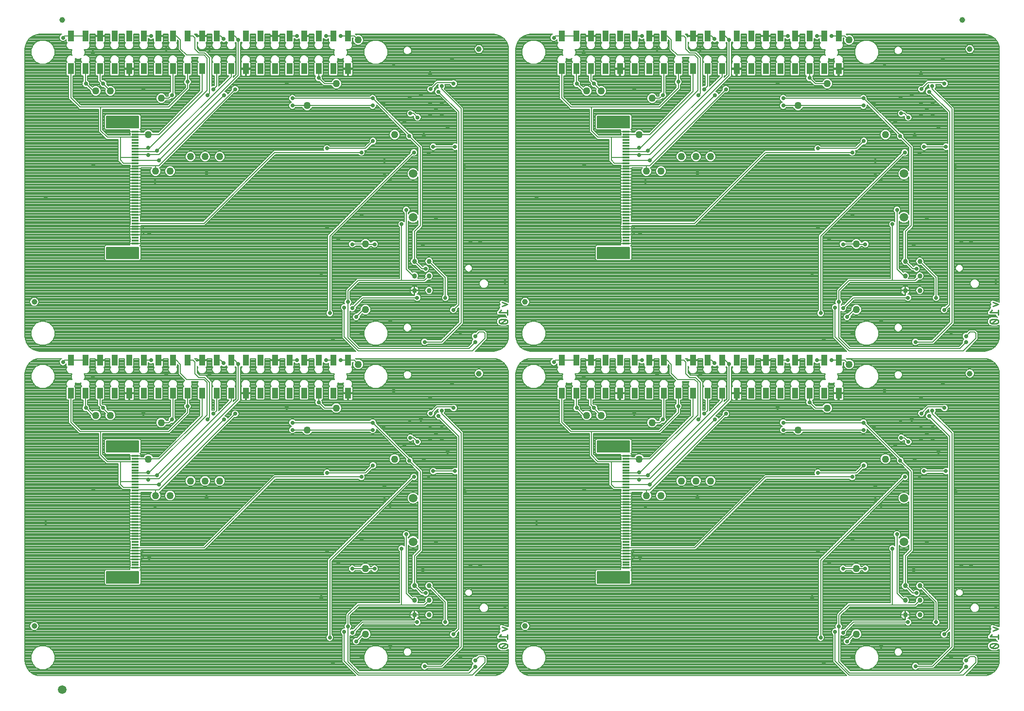
<source format=gbl>
G75*
%MOIN*%
%OFA0B0*%
%FSLAX25Y25*%
%IPPOS*%
%LPD*%
%AMOC8*
5,1,8,0,0,1.08239X$1,22.5*
%
%ADD10C,0.01100*%
%ADD11R,0.04016X0.07362*%
%ADD12C,0.03400*%
%ADD13C,0.05906*%
%ADD14R,0.04724X0.01181*%
%ADD15C,0.00600*%
%ADD16C,0.03937*%
%ADD17C,0.05000*%
%ADD18C,0.00700*%
%ADD19C,0.02900*%
%ADD20C,0.00800*%
D10*
X0365553Y0062714D02*
X0371453Y0062714D01*
X0371453Y0061076D02*
X0371453Y0064353D01*
X0371453Y0068253D02*
X0367520Y0066942D01*
X0367520Y0069564D02*
X0371453Y0068253D01*
X0366864Y0064353D02*
X0365553Y0062714D01*
X0368503Y0054922D02*
X0368641Y0054924D01*
X0368779Y0054930D01*
X0368916Y0054940D01*
X0369053Y0054953D01*
X0369190Y0054971D01*
X0369326Y0054992D01*
X0369462Y0055017D01*
X0369596Y0055047D01*
X0369730Y0055079D01*
X0369863Y0055116D01*
X0369995Y0055156D01*
X0370125Y0055201D01*
X0370255Y0055248D01*
X0370382Y0055300D01*
X0370509Y0055355D01*
X0370634Y0055414D01*
X0371453Y0056560D02*
X0371451Y0056628D01*
X0371445Y0056697D01*
X0371436Y0056764D01*
X0371422Y0056831D01*
X0371405Y0056897D01*
X0371384Y0056963D01*
X0371360Y0057026D01*
X0371332Y0057089D01*
X0371300Y0057149D01*
X0371265Y0057208D01*
X0371227Y0057265D01*
X0371186Y0057320D01*
X0371141Y0057372D01*
X0371094Y0057421D01*
X0371044Y0057468D01*
X0370992Y0057512D01*
X0370937Y0057553D01*
X0370880Y0057590D01*
X0370821Y0057625D01*
X0370760Y0057656D01*
X0370697Y0057683D01*
X0370633Y0057707D01*
X0370142Y0057872D02*
X0366864Y0055249D01*
X0366373Y0055413D02*
X0366309Y0055437D01*
X0366246Y0055464D01*
X0366185Y0055495D01*
X0366126Y0055530D01*
X0366069Y0055567D01*
X0366014Y0055608D01*
X0365962Y0055652D01*
X0365912Y0055699D01*
X0365865Y0055748D01*
X0365820Y0055800D01*
X0365779Y0055855D01*
X0365741Y0055912D01*
X0365706Y0055971D01*
X0365674Y0056031D01*
X0365646Y0056094D01*
X0365622Y0056157D01*
X0365601Y0056223D01*
X0365584Y0056289D01*
X0365570Y0056356D01*
X0365561Y0056423D01*
X0365555Y0056492D01*
X0365553Y0056560D01*
X0365555Y0056628D01*
X0365561Y0056697D01*
X0365570Y0056764D01*
X0365584Y0056831D01*
X0365601Y0056897D01*
X0365622Y0056963D01*
X0365646Y0057026D01*
X0365674Y0057089D01*
X0365706Y0057149D01*
X0365741Y0057208D01*
X0365779Y0057265D01*
X0365820Y0057320D01*
X0365865Y0057372D01*
X0365912Y0057421D01*
X0365962Y0057468D01*
X0366014Y0057512D01*
X0366069Y0057553D01*
X0366126Y0057590D01*
X0366185Y0057625D01*
X0366246Y0057656D01*
X0366309Y0057683D01*
X0366373Y0057707D01*
X0366372Y0055414D02*
X0366497Y0055355D01*
X0366624Y0055300D01*
X0366751Y0055248D01*
X0366881Y0055201D01*
X0367011Y0055156D01*
X0367143Y0055116D01*
X0367276Y0055079D01*
X0367410Y0055047D01*
X0367544Y0055017D01*
X0367680Y0054992D01*
X0367816Y0054971D01*
X0367953Y0054953D01*
X0368090Y0054940D01*
X0368227Y0054930D01*
X0368365Y0054924D01*
X0368503Y0054922D01*
X0368503Y0058199D02*
X0368365Y0058197D01*
X0368227Y0058191D01*
X0368090Y0058181D01*
X0367953Y0058168D01*
X0367816Y0058150D01*
X0367680Y0058129D01*
X0367544Y0058104D01*
X0367410Y0058074D01*
X0367276Y0058042D01*
X0367143Y0058005D01*
X0367011Y0057965D01*
X0366881Y0057920D01*
X0366751Y0057873D01*
X0366624Y0057821D01*
X0366497Y0057766D01*
X0366372Y0057707D01*
X0370633Y0055413D02*
X0370697Y0055437D01*
X0370760Y0055464D01*
X0370821Y0055495D01*
X0370880Y0055530D01*
X0370937Y0055567D01*
X0370992Y0055608D01*
X0371044Y0055652D01*
X0371094Y0055699D01*
X0371141Y0055748D01*
X0371186Y0055800D01*
X0371227Y0055855D01*
X0371265Y0055912D01*
X0371300Y0055971D01*
X0371332Y0056031D01*
X0371360Y0056094D01*
X0371384Y0056157D01*
X0371405Y0056223D01*
X0371422Y0056289D01*
X0371436Y0056356D01*
X0371445Y0056423D01*
X0371451Y0056492D01*
X0371453Y0056560D01*
X0370634Y0057707D02*
X0370509Y0057766D01*
X0370382Y0057821D01*
X0370255Y0057873D01*
X0370125Y0057920D01*
X0369995Y0057965D01*
X0369863Y0058005D01*
X0369730Y0058042D01*
X0369596Y0058074D01*
X0369462Y0058104D01*
X0369326Y0058129D01*
X0369190Y0058150D01*
X0369053Y0058168D01*
X0368916Y0058181D01*
X0368779Y0058191D01*
X0368641Y0058197D01*
X0368503Y0058199D01*
X0370634Y0280180D02*
X0370509Y0280239D01*
X0370382Y0280294D01*
X0370255Y0280346D01*
X0370125Y0280393D01*
X0369995Y0280438D01*
X0369863Y0280478D01*
X0369730Y0280515D01*
X0369596Y0280547D01*
X0369462Y0280577D01*
X0369326Y0280602D01*
X0369190Y0280623D01*
X0369053Y0280641D01*
X0368916Y0280654D01*
X0368779Y0280664D01*
X0368641Y0280670D01*
X0368503Y0280672D01*
X0368503Y0277394D02*
X0368365Y0277396D01*
X0368227Y0277402D01*
X0368090Y0277412D01*
X0367953Y0277425D01*
X0367816Y0277443D01*
X0367680Y0277464D01*
X0367544Y0277489D01*
X0367410Y0277519D01*
X0367276Y0277551D01*
X0367143Y0277588D01*
X0367011Y0277628D01*
X0366881Y0277673D01*
X0366751Y0277720D01*
X0366624Y0277772D01*
X0366497Y0277827D01*
X0366372Y0277886D01*
X0366864Y0277722D02*
X0370142Y0280344D01*
X0371453Y0279033D02*
X0371451Y0278965D01*
X0371445Y0278896D01*
X0371436Y0278829D01*
X0371422Y0278762D01*
X0371405Y0278696D01*
X0371384Y0278630D01*
X0371360Y0278567D01*
X0371332Y0278504D01*
X0371300Y0278444D01*
X0371265Y0278385D01*
X0371227Y0278328D01*
X0371186Y0278273D01*
X0371141Y0278221D01*
X0371094Y0278172D01*
X0371044Y0278125D01*
X0370992Y0278081D01*
X0370937Y0278040D01*
X0370880Y0278003D01*
X0370821Y0277968D01*
X0370760Y0277937D01*
X0370697Y0277910D01*
X0370633Y0277886D01*
X0371453Y0279033D02*
X0371451Y0279101D01*
X0371445Y0279170D01*
X0371436Y0279237D01*
X0371422Y0279304D01*
X0371405Y0279370D01*
X0371384Y0279436D01*
X0371360Y0279499D01*
X0371332Y0279562D01*
X0371300Y0279622D01*
X0371265Y0279681D01*
X0371227Y0279738D01*
X0371186Y0279793D01*
X0371141Y0279845D01*
X0371094Y0279894D01*
X0371044Y0279941D01*
X0370992Y0279985D01*
X0370937Y0280026D01*
X0370880Y0280063D01*
X0370821Y0280098D01*
X0370760Y0280129D01*
X0370697Y0280156D01*
X0370633Y0280180D01*
X0370634Y0277886D02*
X0370509Y0277827D01*
X0370382Y0277772D01*
X0370255Y0277720D01*
X0370125Y0277673D01*
X0369995Y0277628D01*
X0369863Y0277588D01*
X0369730Y0277551D01*
X0369596Y0277519D01*
X0369462Y0277489D01*
X0369326Y0277464D01*
X0369190Y0277443D01*
X0369053Y0277425D01*
X0368916Y0277412D01*
X0368779Y0277402D01*
X0368641Y0277396D01*
X0368503Y0277394D01*
X0368503Y0280672D02*
X0368365Y0280670D01*
X0368227Y0280664D01*
X0368090Y0280654D01*
X0367953Y0280641D01*
X0367816Y0280623D01*
X0367680Y0280602D01*
X0367544Y0280577D01*
X0367410Y0280547D01*
X0367276Y0280515D01*
X0367143Y0280478D01*
X0367011Y0280438D01*
X0366881Y0280393D01*
X0366751Y0280346D01*
X0366624Y0280294D01*
X0366497Y0280239D01*
X0366372Y0280180D01*
X0365553Y0279033D02*
X0365555Y0278965D01*
X0365561Y0278896D01*
X0365570Y0278829D01*
X0365584Y0278762D01*
X0365601Y0278696D01*
X0365622Y0278630D01*
X0365646Y0278567D01*
X0365674Y0278504D01*
X0365706Y0278444D01*
X0365741Y0278385D01*
X0365779Y0278328D01*
X0365820Y0278273D01*
X0365865Y0278221D01*
X0365912Y0278172D01*
X0365962Y0278125D01*
X0366014Y0278081D01*
X0366069Y0278040D01*
X0366126Y0278003D01*
X0366185Y0277968D01*
X0366246Y0277937D01*
X0366309Y0277910D01*
X0366373Y0277886D01*
X0365553Y0279033D02*
X0365555Y0279101D01*
X0365561Y0279170D01*
X0365570Y0279237D01*
X0365584Y0279304D01*
X0365601Y0279370D01*
X0365622Y0279436D01*
X0365646Y0279499D01*
X0365674Y0279562D01*
X0365706Y0279622D01*
X0365741Y0279681D01*
X0365779Y0279738D01*
X0365820Y0279793D01*
X0365865Y0279845D01*
X0365912Y0279894D01*
X0365962Y0279941D01*
X0366014Y0279985D01*
X0366069Y0280026D01*
X0366126Y0280063D01*
X0366185Y0280098D01*
X0366246Y0280129D01*
X0366309Y0280156D01*
X0366373Y0280180D01*
X0365553Y0285187D02*
X0371453Y0285187D01*
X0371453Y0286826D02*
X0371453Y0283548D01*
X0366864Y0286826D02*
X0365553Y0285187D01*
X0367520Y0289414D02*
X0371453Y0290725D01*
X0367520Y0292037D01*
X0702199Y0285187D02*
X0708099Y0285187D01*
X0708099Y0286826D02*
X0708099Y0283548D01*
X0707280Y0277886D02*
X0707155Y0277827D01*
X0707028Y0277772D01*
X0706901Y0277720D01*
X0706771Y0277673D01*
X0706641Y0277628D01*
X0706509Y0277588D01*
X0706376Y0277551D01*
X0706242Y0277519D01*
X0706108Y0277489D01*
X0705972Y0277464D01*
X0705836Y0277443D01*
X0705699Y0277425D01*
X0705562Y0277412D01*
X0705425Y0277402D01*
X0705287Y0277396D01*
X0705149Y0277394D01*
X0705149Y0280672D02*
X0705011Y0280670D01*
X0704873Y0280664D01*
X0704736Y0280654D01*
X0704599Y0280641D01*
X0704462Y0280623D01*
X0704326Y0280602D01*
X0704190Y0280577D01*
X0704056Y0280547D01*
X0703922Y0280515D01*
X0703789Y0280478D01*
X0703657Y0280438D01*
X0703527Y0280393D01*
X0703397Y0280346D01*
X0703270Y0280294D01*
X0703143Y0280239D01*
X0703018Y0280180D01*
X0702199Y0279033D02*
X0702201Y0278965D01*
X0702207Y0278896D01*
X0702216Y0278829D01*
X0702230Y0278762D01*
X0702247Y0278696D01*
X0702268Y0278630D01*
X0702292Y0278567D01*
X0702320Y0278504D01*
X0702352Y0278444D01*
X0702387Y0278385D01*
X0702425Y0278328D01*
X0702466Y0278273D01*
X0702511Y0278221D01*
X0702558Y0278172D01*
X0702608Y0278125D01*
X0702660Y0278081D01*
X0702715Y0278040D01*
X0702772Y0278003D01*
X0702831Y0277968D01*
X0702892Y0277937D01*
X0702955Y0277910D01*
X0703019Y0277886D01*
X0703510Y0277722D02*
X0706788Y0280344D01*
X0708099Y0279033D02*
X0708097Y0278965D01*
X0708091Y0278896D01*
X0708082Y0278829D01*
X0708068Y0278762D01*
X0708051Y0278696D01*
X0708030Y0278630D01*
X0708006Y0278567D01*
X0707978Y0278504D01*
X0707946Y0278444D01*
X0707911Y0278385D01*
X0707873Y0278328D01*
X0707832Y0278273D01*
X0707787Y0278221D01*
X0707740Y0278172D01*
X0707690Y0278125D01*
X0707638Y0278081D01*
X0707583Y0278040D01*
X0707526Y0278003D01*
X0707467Y0277968D01*
X0707406Y0277937D01*
X0707343Y0277910D01*
X0707279Y0277886D01*
X0708099Y0279033D02*
X0708097Y0279101D01*
X0708091Y0279170D01*
X0708082Y0279237D01*
X0708068Y0279304D01*
X0708051Y0279370D01*
X0708030Y0279436D01*
X0708006Y0279499D01*
X0707978Y0279562D01*
X0707946Y0279622D01*
X0707911Y0279681D01*
X0707873Y0279738D01*
X0707832Y0279793D01*
X0707787Y0279845D01*
X0707740Y0279894D01*
X0707690Y0279941D01*
X0707638Y0279985D01*
X0707583Y0280026D01*
X0707526Y0280063D01*
X0707467Y0280098D01*
X0707406Y0280129D01*
X0707343Y0280156D01*
X0707279Y0280180D01*
X0705149Y0277394D02*
X0705011Y0277396D01*
X0704873Y0277402D01*
X0704736Y0277412D01*
X0704599Y0277425D01*
X0704462Y0277443D01*
X0704326Y0277464D01*
X0704190Y0277489D01*
X0704056Y0277519D01*
X0703922Y0277551D01*
X0703789Y0277588D01*
X0703657Y0277628D01*
X0703527Y0277673D01*
X0703397Y0277720D01*
X0703270Y0277772D01*
X0703143Y0277827D01*
X0703018Y0277886D01*
X0702199Y0279033D02*
X0702201Y0279101D01*
X0702207Y0279170D01*
X0702216Y0279237D01*
X0702230Y0279304D01*
X0702247Y0279370D01*
X0702268Y0279436D01*
X0702292Y0279499D01*
X0702320Y0279562D01*
X0702352Y0279622D01*
X0702387Y0279681D01*
X0702425Y0279738D01*
X0702466Y0279793D01*
X0702511Y0279845D01*
X0702558Y0279894D01*
X0702608Y0279941D01*
X0702660Y0279985D01*
X0702715Y0280026D01*
X0702772Y0280063D01*
X0702831Y0280098D01*
X0702892Y0280129D01*
X0702955Y0280156D01*
X0703019Y0280180D01*
X0705149Y0280672D02*
X0705287Y0280670D01*
X0705425Y0280664D01*
X0705562Y0280654D01*
X0705699Y0280641D01*
X0705836Y0280623D01*
X0705972Y0280602D01*
X0706108Y0280577D01*
X0706242Y0280547D01*
X0706376Y0280515D01*
X0706509Y0280478D01*
X0706641Y0280438D01*
X0706771Y0280393D01*
X0706901Y0280346D01*
X0707028Y0280294D01*
X0707155Y0280239D01*
X0707280Y0280180D01*
X0702199Y0285187D02*
X0703510Y0286826D01*
X0704166Y0289414D02*
X0708099Y0290725D01*
X0704166Y0292037D01*
X0704166Y0069564D02*
X0708099Y0068253D01*
X0704166Y0066942D01*
X0703510Y0064353D02*
X0702199Y0062714D01*
X0708099Y0062714D01*
X0708099Y0061076D02*
X0708099Y0064353D01*
X0707280Y0055414D02*
X0707155Y0055355D01*
X0707028Y0055300D01*
X0706901Y0055248D01*
X0706771Y0055201D01*
X0706641Y0055156D01*
X0706509Y0055116D01*
X0706376Y0055079D01*
X0706242Y0055047D01*
X0706108Y0055017D01*
X0705972Y0054992D01*
X0705836Y0054971D01*
X0705699Y0054953D01*
X0705562Y0054940D01*
X0705425Y0054930D01*
X0705287Y0054924D01*
X0705149Y0054922D01*
X0705149Y0058199D02*
X0705011Y0058197D01*
X0704873Y0058191D01*
X0704736Y0058181D01*
X0704599Y0058168D01*
X0704462Y0058150D01*
X0704326Y0058129D01*
X0704190Y0058104D01*
X0704056Y0058074D01*
X0703922Y0058042D01*
X0703789Y0058005D01*
X0703657Y0057965D01*
X0703527Y0057920D01*
X0703397Y0057873D01*
X0703270Y0057821D01*
X0703143Y0057766D01*
X0703018Y0057707D01*
X0703019Y0057707D02*
X0702955Y0057683D01*
X0702892Y0057656D01*
X0702831Y0057625D01*
X0702772Y0057590D01*
X0702715Y0057553D01*
X0702660Y0057512D01*
X0702608Y0057468D01*
X0702558Y0057421D01*
X0702511Y0057372D01*
X0702466Y0057320D01*
X0702425Y0057265D01*
X0702387Y0057208D01*
X0702352Y0057149D01*
X0702320Y0057089D01*
X0702292Y0057026D01*
X0702268Y0056963D01*
X0702247Y0056897D01*
X0702230Y0056831D01*
X0702216Y0056764D01*
X0702207Y0056697D01*
X0702201Y0056628D01*
X0702199Y0056560D01*
X0702201Y0056492D01*
X0702207Y0056423D01*
X0702216Y0056356D01*
X0702230Y0056289D01*
X0702247Y0056223D01*
X0702268Y0056157D01*
X0702292Y0056094D01*
X0702320Y0056031D01*
X0702352Y0055971D01*
X0702387Y0055912D01*
X0702425Y0055855D01*
X0702466Y0055800D01*
X0702511Y0055748D01*
X0702558Y0055699D01*
X0702608Y0055652D01*
X0702660Y0055608D01*
X0702715Y0055567D01*
X0702772Y0055530D01*
X0702831Y0055495D01*
X0702892Y0055464D01*
X0702955Y0055437D01*
X0703019Y0055413D01*
X0703510Y0055249D02*
X0706788Y0057872D01*
X0708099Y0056560D02*
X0708097Y0056492D01*
X0708091Y0056423D01*
X0708082Y0056356D01*
X0708068Y0056289D01*
X0708051Y0056223D01*
X0708030Y0056157D01*
X0708006Y0056094D01*
X0707978Y0056031D01*
X0707946Y0055971D01*
X0707911Y0055912D01*
X0707873Y0055855D01*
X0707832Y0055800D01*
X0707787Y0055748D01*
X0707740Y0055699D01*
X0707690Y0055652D01*
X0707638Y0055608D01*
X0707583Y0055567D01*
X0707526Y0055530D01*
X0707467Y0055495D01*
X0707406Y0055464D01*
X0707343Y0055437D01*
X0707279Y0055413D01*
X0708099Y0056560D02*
X0708097Y0056628D01*
X0708091Y0056697D01*
X0708082Y0056764D01*
X0708068Y0056831D01*
X0708051Y0056897D01*
X0708030Y0056963D01*
X0708006Y0057026D01*
X0707978Y0057089D01*
X0707946Y0057149D01*
X0707911Y0057208D01*
X0707873Y0057265D01*
X0707832Y0057320D01*
X0707787Y0057372D01*
X0707740Y0057421D01*
X0707690Y0057468D01*
X0707638Y0057512D01*
X0707583Y0057553D01*
X0707526Y0057590D01*
X0707467Y0057625D01*
X0707406Y0057656D01*
X0707343Y0057683D01*
X0707279Y0057707D01*
X0705149Y0054922D02*
X0705011Y0054924D01*
X0704873Y0054930D01*
X0704736Y0054940D01*
X0704599Y0054953D01*
X0704462Y0054971D01*
X0704326Y0054992D01*
X0704190Y0055017D01*
X0704056Y0055047D01*
X0703922Y0055079D01*
X0703789Y0055116D01*
X0703657Y0055156D01*
X0703527Y0055201D01*
X0703397Y0055248D01*
X0703270Y0055300D01*
X0703143Y0055355D01*
X0703018Y0055414D01*
X0705149Y0058199D02*
X0705287Y0058197D01*
X0705425Y0058191D01*
X0705562Y0058181D01*
X0705699Y0058168D01*
X0705836Y0058150D01*
X0705972Y0058129D01*
X0706108Y0058104D01*
X0706242Y0058074D01*
X0706376Y0058042D01*
X0706509Y0058005D01*
X0706641Y0057965D01*
X0706771Y0057920D01*
X0706901Y0057873D01*
X0707028Y0057821D01*
X0707155Y0057766D01*
X0707280Y0057707D01*
D11*
X0598531Y0229898D03*
X0588531Y0229898D03*
X0578531Y0229898D03*
X0568531Y0229898D03*
X0558531Y0229898D03*
X0548531Y0229898D03*
X0538531Y0229898D03*
X0528531Y0229898D03*
X0518531Y0229898D03*
X0508531Y0229898D03*
X0498531Y0229898D03*
X0488531Y0229898D03*
X0478531Y0229898D03*
X0468531Y0229898D03*
X0458531Y0229898D03*
X0448531Y0229898D03*
X0438531Y0229898D03*
X0428531Y0229898D03*
X0418531Y0229898D03*
X0408531Y0229898D03*
X0408531Y0252457D03*
X0418531Y0252457D03*
X0428531Y0252457D03*
X0438531Y0252457D03*
X0448531Y0252457D03*
X0458531Y0252457D03*
X0468531Y0252457D03*
X0478531Y0252457D03*
X0488531Y0252457D03*
X0498531Y0252457D03*
X0508531Y0252457D03*
X0518531Y0252457D03*
X0528531Y0252457D03*
X0538531Y0252457D03*
X0548531Y0252457D03*
X0558531Y0252457D03*
X0568531Y0252457D03*
X0578531Y0252457D03*
X0588531Y0252457D03*
X0598531Y0252457D03*
X0598531Y0452370D03*
X0588531Y0452370D03*
X0578531Y0452370D03*
X0568531Y0452370D03*
X0558531Y0452370D03*
X0548531Y0452370D03*
X0538531Y0452370D03*
X0528531Y0452370D03*
X0518531Y0452370D03*
X0508531Y0452370D03*
X0498531Y0452370D03*
X0488531Y0452370D03*
X0478531Y0452370D03*
X0468531Y0452370D03*
X0458531Y0452370D03*
X0448531Y0452370D03*
X0438531Y0452370D03*
X0428531Y0452370D03*
X0418531Y0452370D03*
X0408531Y0452370D03*
X0408531Y0474929D03*
X0418531Y0474929D03*
X0428531Y0474929D03*
X0438531Y0474929D03*
X0448531Y0474929D03*
X0458531Y0474929D03*
X0468531Y0474929D03*
X0478531Y0474929D03*
X0488531Y0474929D03*
X0498531Y0474929D03*
X0508531Y0474929D03*
X0518531Y0474929D03*
X0528531Y0474929D03*
X0538531Y0474929D03*
X0548531Y0474929D03*
X0558531Y0474929D03*
X0568531Y0474929D03*
X0578531Y0474929D03*
X0588531Y0474929D03*
X0598531Y0474929D03*
X0261885Y0474929D03*
X0251885Y0474929D03*
X0241885Y0474929D03*
X0231885Y0474929D03*
X0221885Y0474929D03*
X0211885Y0474929D03*
X0201885Y0474929D03*
X0191885Y0474929D03*
X0181885Y0474929D03*
X0171885Y0474929D03*
X0161885Y0474929D03*
X0151885Y0474929D03*
X0141885Y0474929D03*
X0131885Y0474929D03*
X0121885Y0474929D03*
X0111885Y0474929D03*
X0101885Y0474929D03*
X0091885Y0474929D03*
X0081885Y0474929D03*
X0071885Y0474929D03*
X0071885Y0452370D03*
X0081885Y0452370D03*
X0091885Y0452370D03*
X0101885Y0452370D03*
X0111885Y0452370D03*
X0121885Y0452370D03*
X0131885Y0452370D03*
X0141885Y0452370D03*
X0151885Y0452370D03*
X0161885Y0452370D03*
X0171885Y0452370D03*
X0181885Y0452370D03*
X0191885Y0452370D03*
X0201885Y0452370D03*
X0211885Y0452370D03*
X0221885Y0452370D03*
X0231885Y0452370D03*
X0241885Y0452370D03*
X0251885Y0452370D03*
X0261885Y0452370D03*
X0261885Y0252457D03*
X0251885Y0252457D03*
X0241885Y0252457D03*
X0231885Y0252457D03*
X0221885Y0252457D03*
X0211885Y0252457D03*
X0201885Y0252457D03*
X0191885Y0252457D03*
X0181885Y0252457D03*
X0171885Y0252457D03*
X0161885Y0252457D03*
X0151885Y0252457D03*
X0141885Y0252457D03*
X0131885Y0252457D03*
X0121885Y0252457D03*
X0111885Y0252457D03*
X0101885Y0252457D03*
X0091885Y0252457D03*
X0081885Y0252457D03*
X0071885Y0252457D03*
X0071885Y0229898D03*
X0081885Y0229898D03*
X0091885Y0229898D03*
X0101885Y0229898D03*
X0111885Y0229898D03*
X0121885Y0229898D03*
X0131885Y0229898D03*
X0141885Y0229898D03*
X0151885Y0229898D03*
X0161885Y0229898D03*
X0171885Y0229898D03*
X0181885Y0229898D03*
X0191885Y0229898D03*
X0201885Y0229898D03*
X0211885Y0229898D03*
X0221885Y0229898D03*
X0231885Y0229898D03*
X0241885Y0229898D03*
X0251885Y0229898D03*
X0261885Y0229898D03*
D12*
X0307554Y0300303D03*
X0307554Y0310303D03*
X0307554Y0320303D03*
X0317554Y0320303D03*
X0317554Y0310303D03*
X0317554Y0300303D03*
X0317554Y0097831D03*
X0317554Y0087831D03*
X0307554Y0087831D03*
X0307554Y0097831D03*
X0307554Y0077831D03*
X0317554Y0077831D03*
X0644200Y0077831D03*
X0654200Y0077831D03*
X0654200Y0087831D03*
X0654200Y0097831D03*
X0644200Y0097831D03*
X0644200Y0087831D03*
X0644200Y0300303D03*
X0654200Y0300303D03*
X0654200Y0310303D03*
X0644200Y0310303D03*
X0644200Y0320303D03*
X0654200Y0320303D03*
D13*
X0643295Y0350461D03*
X0643295Y0380382D03*
X0643295Y0157909D03*
X0643295Y0127988D03*
X0306649Y0127988D03*
X0306649Y0157909D03*
X0065932Y0026431D03*
X0306649Y0350461D03*
X0306649Y0380382D03*
D14*
X0452743Y0379791D03*
X0452743Y0377823D03*
X0452743Y0375854D03*
X0452743Y0373886D03*
X0452743Y0371917D03*
X0452743Y0369949D03*
X0452743Y0367980D03*
X0452743Y0366012D03*
X0452743Y0364043D03*
X0452743Y0362075D03*
X0452743Y0360106D03*
X0452743Y0358138D03*
X0452743Y0356169D03*
X0452743Y0354201D03*
X0452743Y0352232D03*
X0452743Y0350264D03*
X0452743Y0348295D03*
X0452743Y0346327D03*
X0452743Y0344358D03*
X0452743Y0342390D03*
X0452743Y0340421D03*
X0452743Y0338453D03*
X0452743Y0336484D03*
X0452743Y0334516D03*
X0452743Y0332547D03*
X0452743Y0381760D03*
X0452743Y0383728D03*
X0452743Y0385697D03*
X0452743Y0387665D03*
X0452743Y0389634D03*
X0452743Y0391602D03*
X0452743Y0393571D03*
X0452743Y0395539D03*
X0452743Y0397508D03*
X0452743Y0399476D03*
X0452743Y0401445D03*
X0452743Y0403413D03*
X0452743Y0405382D03*
X0452743Y0407350D03*
X0452743Y0409319D03*
X0452743Y0186846D03*
X0452743Y0184878D03*
X0452743Y0182909D03*
X0452743Y0180941D03*
X0452743Y0178972D03*
X0452743Y0177004D03*
X0452743Y0175035D03*
X0452743Y0173067D03*
X0452743Y0171098D03*
X0452743Y0169130D03*
X0452743Y0167161D03*
X0452743Y0165193D03*
X0452743Y0163224D03*
X0452743Y0161256D03*
X0452743Y0159287D03*
X0452743Y0157319D03*
X0452743Y0155350D03*
X0452743Y0153382D03*
X0452743Y0151413D03*
X0452743Y0149445D03*
X0452743Y0147476D03*
X0452743Y0145508D03*
X0452743Y0143539D03*
X0452743Y0141571D03*
X0452743Y0139602D03*
X0452743Y0137634D03*
X0452743Y0135665D03*
X0452743Y0133697D03*
X0452743Y0131728D03*
X0452743Y0129760D03*
X0452743Y0127791D03*
X0452743Y0125823D03*
X0452743Y0123854D03*
X0452743Y0121886D03*
X0452743Y0119917D03*
X0452743Y0117949D03*
X0452743Y0115980D03*
X0452743Y0114012D03*
X0452743Y0112043D03*
X0452743Y0110075D03*
X0116098Y0110075D03*
X0116098Y0112043D03*
X0116098Y0114012D03*
X0116098Y0115980D03*
X0116098Y0117949D03*
X0116098Y0119917D03*
X0116098Y0121886D03*
X0116098Y0123854D03*
X0116098Y0125823D03*
X0116098Y0127791D03*
X0116098Y0129760D03*
X0116098Y0131728D03*
X0116098Y0133697D03*
X0116098Y0135665D03*
X0116098Y0137634D03*
X0116098Y0139602D03*
X0116098Y0141571D03*
X0116098Y0143539D03*
X0116098Y0145508D03*
X0116098Y0147476D03*
X0116098Y0149445D03*
X0116098Y0151413D03*
X0116098Y0153382D03*
X0116098Y0155350D03*
X0116098Y0157319D03*
X0116098Y0159287D03*
X0116098Y0161256D03*
X0116098Y0163224D03*
X0116098Y0165193D03*
X0116098Y0167161D03*
X0116098Y0169130D03*
X0116098Y0171098D03*
X0116098Y0173067D03*
X0116098Y0175035D03*
X0116098Y0177004D03*
X0116098Y0178972D03*
X0116098Y0180941D03*
X0116098Y0182909D03*
X0116098Y0184878D03*
X0116098Y0186846D03*
X0116098Y0332547D03*
X0116098Y0334516D03*
X0116098Y0336484D03*
X0116098Y0338453D03*
X0116098Y0340421D03*
X0116098Y0342390D03*
X0116098Y0344358D03*
X0116098Y0346327D03*
X0116098Y0348295D03*
X0116098Y0350264D03*
X0116098Y0352232D03*
X0116098Y0354201D03*
X0116098Y0356169D03*
X0116098Y0358138D03*
X0116098Y0360106D03*
X0116098Y0362075D03*
X0116098Y0364043D03*
X0116098Y0366012D03*
X0116098Y0367980D03*
X0116098Y0369949D03*
X0116098Y0371917D03*
X0116098Y0373886D03*
X0116098Y0375854D03*
X0116098Y0377823D03*
X0116098Y0379791D03*
X0116098Y0381760D03*
X0116098Y0383728D03*
X0116098Y0385697D03*
X0116098Y0387665D03*
X0116098Y0389634D03*
X0116098Y0391602D03*
X0116098Y0393571D03*
X0116098Y0395539D03*
X0116098Y0397508D03*
X0116098Y0399476D03*
X0116098Y0401445D03*
X0116098Y0403413D03*
X0116098Y0405382D03*
X0116098Y0407350D03*
X0116098Y0409319D03*
D15*
X0118460Y0411878D02*
X0118460Y0419752D01*
X0096413Y0419752D01*
X0096413Y0411878D01*
X0118460Y0411878D01*
X0118460Y0412342D02*
X0096413Y0412342D01*
X0096413Y0412940D02*
X0118460Y0412940D01*
X0118460Y0413539D02*
X0096413Y0413539D01*
X0096413Y0414137D02*
X0118460Y0414137D01*
X0118460Y0414736D02*
X0096413Y0414736D01*
X0096413Y0415334D02*
X0118460Y0415334D01*
X0118460Y0415933D02*
X0096413Y0415933D01*
X0096413Y0416531D02*
X0118460Y0416531D01*
X0118460Y0417130D02*
X0096413Y0417130D01*
X0096413Y0417728D02*
X0118460Y0417728D01*
X0118460Y0418327D02*
X0096413Y0418327D01*
X0096413Y0418925D02*
X0118460Y0418925D01*
X0118460Y0419524D02*
X0096413Y0419524D01*
X0096413Y0329988D02*
X0118460Y0329988D01*
X0118460Y0322114D01*
X0096413Y0322114D01*
X0096413Y0329988D01*
X0096413Y0329747D02*
X0118460Y0329747D01*
X0118460Y0329149D02*
X0096413Y0329149D01*
X0096413Y0328550D02*
X0118460Y0328550D01*
X0118460Y0327952D02*
X0096413Y0327952D01*
X0096413Y0327353D02*
X0118460Y0327353D01*
X0118460Y0326755D02*
X0096413Y0326755D01*
X0096413Y0326156D02*
X0118460Y0326156D01*
X0118460Y0325558D02*
X0096413Y0325558D01*
X0096413Y0324959D02*
X0118460Y0324959D01*
X0118460Y0324361D02*
X0096413Y0324361D01*
X0096413Y0323762D02*
X0118460Y0323762D01*
X0118460Y0323164D02*
X0096413Y0323164D01*
X0096413Y0322565D02*
X0118460Y0322565D01*
X0118460Y0197280D02*
X0096413Y0197280D01*
X0096413Y0189406D01*
X0118460Y0189406D01*
X0118460Y0197280D01*
X0118460Y0196878D02*
X0096413Y0196878D01*
X0096413Y0196279D02*
X0118460Y0196279D01*
X0118460Y0195681D02*
X0096413Y0195681D01*
X0096413Y0195082D02*
X0118460Y0195082D01*
X0118460Y0194484D02*
X0096413Y0194484D01*
X0096413Y0193885D02*
X0118460Y0193885D01*
X0118460Y0193287D02*
X0096413Y0193287D01*
X0096413Y0192688D02*
X0118460Y0192688D01*
X0118460Y0192090D02*
X0096413Y0192090D01*
X0096413Y0191491D02*
X0118460Y0191491D01*
X0118460Y0190893D02*
X0096413Y0190893D01*
X0096413Y0190294D02*
X0118460Y0190294D01*
X0118460Y0189696D02*
X0096413Y0189696D01*
X0096413Y0107516D02*
X0118460Y0107516D01*
X0118460Y0099642D01*
X0096413Y0099642D01*
X0096413Y0107516D01*
X0096413Y0107101D02*
X0118460Y0107101D01*
X0118460Y0106502D02*
X0096413Y0106502D01*
X0096413Y0105904D02*
X0118460Y0105904D01*
X0118460Y0105305D02*
X0096413Y0105305D01*
X0096413Y0104707D02*
X0118460Y0104707D01*
X0118460Y0104108D02*
X0096413Y0104108D01*
X0096413Y0103510D02*
X0118460Y0103510D01*
X0118460Y0102911D02*
X0096413Y0102911D01*
X0096413Y0102313D02*
X0118460Y0102313D01*
X0118460Y0101714D02*
X0096413Y0101714D01*
X0096413Y0101116D02*
X0118460Y0101116D01*
X0118460Y0100517D02*
X0096413Y0100517D01*
X0096413Y0099919D02*
X0118460Y0099919D01*
X0433058Y0099919D02*
X0455106Y0099919D01*
X0455106Y0099642D02*
X0433058Y0099642D01*
X0433058Y0107516D01*
X0455106Y0107516D01*
X0455106Y0099642D01*
X0455106Y0100517D02*
X0433058Y0100517D01*
X0433058Y0101116D02*
X0455106Y0101116D01*
X0455106Y0101714D02*
X0433058Y0101714D01*
X0433058Y0102313D02*
X0455106Y0102313D01*
X0455106Y0102911D02*
X0433058Y0102911D01*
X0433058Y0103510D02*
X0455106Y0103510D01*
X0455106Y0104108D02*
X0433058Y0104108D01*
X0433058Y0104707D02*
X0455106Y0104707D01*
X0455106Y0105305D02*
X0433058Y0105305D01*
X0433058Y0105904D02*
X0455106Y0105904D01*
X0455106Y0106502D02*
X0433058Y0106502D01*
X0433058Y0107101D02*
X0455106Y0107101D01*
X0455106Y0189406D02*
X0433058Y0189406D01*
X0433058Y0197280D01*
X0455106Y0197280D01*
X0455106Y0189406D01*
X0455106Y0189696D02*
X0433058Y0189696D01*
X0433058Y0190294D02*
X0455106Y0190294D01*
X0455106Y0190893D02*
X0433058Y0190893D01*
X0433058Y0191491D02*
X0455106Y0191491D01*
X0455106Y0192090D02*
X0433058Y0192090D01*
X0433058Y0192688D02*
X0455106Y0192688D01*
X0455106Y0193287D02*
X0433058Y0193287D01*
X0433058Y0193885D02*
X0455106Y0193885D01*
X0455106Y0194484D02*
X0433058Y0194484D01*
X0433058Y0195082D02*
X0455106Y0195082D01*
X0455106Y0195681D02*
X0433058Y0195681D01*
X0433058Y0196279D02*
X0455106Y0196279D01*
X0455106Y0196878D02*
X0433058Y0196878D01*
X0433058Y0322114D02*
X0433058Y0329988D01*
X0455106Y0329988D01*
X0455106Y0322114D01*
X0433058Y0322114D01*
X0433058Y0322565D02*
X0455106Y0322565D01*
X0455106Y0323164D02*
X0433058Y0323164D01*
X0433058Y0323762D02*
X0455106Y0323762D01*
X0455106Y0324361D02*
X0433058Y0324361D01*
X0433058Y0324959D02*
X0455106Y0324959D01*
X0455106Y0325558D02*
X0433058Y0325558D01*
X0433058Y0326156D02*
X0455106Y0326156D01*
X0455106Y0326755D02*
X0433058Y0326755D01*
X0433058Y0327353D02*
X0455106Y0327353D01*
X0455106Y0327952D02*
X0433058Y0327952D01*
X0433058Y0328550D02*
X0455106Y0328550D01*
X0455106Y0329149D02*
X0433058Y0329149D01*
X0433058Y0329747D02*
X0455106Y0329747D01*
X0455106Y0411878D02*
X0433058Y0411878D01*
X0433058Y0419752D01*
X0455106Y0419752D01*
X0455106Y0411878D01*
X0455106Y0412342D02*
X0433058Y0412342D01*
X0433058Y0412940D02*
X0455106Y0412940D01*
X0455106Y0413539D02*
X0433058Y0413539D01*
X0433058Y0414137D02*
X0455106Y0414137D01*
X0455106Y0414736D02*
X0433058Y0414736D01*
X0433058Y0415334D02*
X0455106Y0415334D01*
X0455106Y0415933D02*
X0433058Y0415933D01*
X0433058Y0416531D02*
X0455106Y0416531D01*
X0455106Y0417130D02*
X0433058Y0417130D01*
X0433058Y0417728D02*
X0455106Y0417728D01*
X0455106Y0418327D02*
X0433058Y0418327D01*
X0433058Y0418925D02*
X0455106Y0418925D01*
X0455106Y0419524D02*
X0433058Y0419524D01*
D16*
X0351767Y0465815D03*
X0383452Y0292587D03*
X0351767Y0243343D03*
X0383452Y0070114D03*
X0688413Y0243343D03*
X0688413Y0465815D03*
X0683224Y0485876D03*
X0065932Y0485876D03*
X0046806Y0292587D03*
X0046806Y0070114D03*
D17*
X0129995Y0159681D03*
X0139995Y0159681D03*
X0153932Y0169681D03*
X0163932Y0169681D03*
X0173932Y0169681D03*
X0124995Y0184681D03*
X0133932Y0209681D03*
X0098932Y0214681D03*
X0088932Y0214681D03*
X0233932Y0204681D03*
X0253932Y0219681D03*
X0268932Y0249681D03*
X0273932Y0287154D03*
X0273932Y0332154D03*
X0173932Y0392154D03*
X0163932Y0392154D03*
X0153932Y0392154D03*
X0139995Y0382154D03*
X0129995Y0382154D03*
X0124995Y0407154D03*
X0133932Y0432154D03*
X0098932Y0437154D03*
X0088932Y0437154D03*
X0233932Y0427154D03*
X0253932Y0442154D03*
X0268932Y0472154D03*
X0293932Y0407154D03*
X0425578Y0437154D03*
X0435578Y0437154D03*
X0470578Y0432154D03*
X0461641Y0407154D03*
X0490578Y0392154D03*
X0500578Y0392154D03*
X0510578Y0392154D03*
X0476641Y0382154D03*
X0466641Y0382154D03*
X0570578Y0427154D03*
X0590578Y0442154D03*
X0605578Y0472154D03*
X0630578Y0407154D03*
X0610578Y0332154D03*
X0610578Y0287154D03*
X0605578Y0249681D03*
X0590578Y0219681D03*
X0570578Y0204681D03*
X0630578Y0184681D03*
X0610578Y0109681D03*
X0610578Y0064681D03*
X0476641Y0159681D03*
X0466641Y0159681D03*
X0490578Y0169681D03*
X0500578Y0169681D03*
X0510578Y0169681D03*
X0461641Y0184681D03*
X0470578Y0209681D03*
X0435578Y0214681D03*
X0425578Y0214681D03*
X0293932Y0184681D03*
X0273932Y0109681D03*
X0273932Y0064681D03*
D18*
X0272613Y0064681D01*
X0267613Y0059681D01*
X0264932Y0065681D02*
X0272082Y0072831D01*
X0309365Y0072831D01*
X0314405Y0084681D02*
X0298932Y0084681D01*
X0298775Y0084839D01*
X0298775Y0123264D01*
X0307554Y0118264D02*
X0311570Y0122280D01*
X0311570Y0176220D01*
X0304092Y0183699D01*
X0304092Y0184522D01*
X0278932Y0209681D01*
X0223932Y0209681D01*
X0223932Y0204681D02*
X0233932Y0204681D01*
X0278932Y0204681D01*
X0304730Y0199232D02*
X0306949Y0199232D01*
X0309630Y0196551D01*
X0309630Y0196513D01*
X0323972Y0214209D02*
X0337948Y0200232D01*
X0337948Y0068146D01*
X0334267Y0064465D01*
X0339523Y0055744D02*
X0326334Y0042555D01*
X0314523Y0042555D01*
X0339523Y0055744D02*
X0339523Y0202594D01*
X0326137Y0215980D01*
X0326137Y0217949D01*
X0323125Y0220449D02*
X0318657Y0215980D01*
X0323125Y0220449D02*
X0333669Y0220449D01*
X0334389Y0219728D01*
X0334389Y0219720D01*
X0347375Y0258903D02*
X0355999Y0267528D01*
X0355999Y0270795D01*
X0355074Y0271720D01*
X0351924Y0271720D01*
X0349169Y0268965D01*
X0349169Y0264772D02*
X0344897Y0260500D01*
X0269434Y0260500D01*
X0261985Y0267949D01*
X0261985Y0292369D01*
X0261985Y0300206D01*
X0268932Y0307154D01*
X0298932Y0307154D01*
X0298775Y0307311D01*
X0298775Y0345736D01*
X0307554Y0340736D02*
X0311570Y0344752D01*
X0311570Y0398693D01*
X0304092Y0406171D01*
X0304092Y0406994D01*
X0278932Y0432154D01*
X0223932Y0432154D01*
X0223932Y0427154D02*
X0233932Y0427154D01*
X0278932Y0427154D01*
X0304730Y0421705D02*
X0306949Y0421705D01*
X0309630Y0419024D01*
X0309630Y0418986D01*
X0323972Y0436681D02*
X0337948Y0422705D01*
X0337948Y0290618D01*
X0334267Y0286937D01*
X0328696Y0295342D02*
X0328696Y0309161D01*
X0317554Y0320303D01*
X0315251Y0315224D02*
X0312633Y0315224D01*
X0307554Y0320303D01*
X0307554Y0340736D01*
X0301924Y0355579D02*
X0301924Y0315028D01*
X0306649Y0310303D01*
X0307554Y0310303D01*
X0314405Y0307154D02*
X0298932Y0307154D01*
X0314405Y0307154D02*
X0317554Y0310303D01*
X0309365Y0295303D02*
X0272082Y0295303D01*
X0264932Y0288154D01*
X0261985Y0292369D02*
X0261964Y0292390D01*
X0259405Y0288650D02*
X0259404Y0288648D01*
X0259404Y0268550D01*
X0269051Y0258903D01*
X0347375Y0258903D01*
X0339523Y0278216D02*
X0326334Y0265028D01*
X0314523Y0265028D01*
X0339523Y0278216D02*
X0339523Y0425067D01*
X0326137Y0438453D01*
X0326137Y0440421D01*
X0323125Y0442921D02*
X0318657Y0438453D01*
X0323125Y0442921D02*
X0333669Y0442921D01*
X0334389Y0442200D01*
X0334389Y0442193D01*
X0335448Y0398886D02*
X0320428Y0398886D01*
X0307239Y0394949D02*
X0306846Y0394949D01*
X0249562Y0337665D01*
X0249562Y0284713D01*
X0267613Y0282154D02*
X0272613Y0287154D01*
X0273932Y0287154D01*
X0266157Y0252457D02*
X0268932Y0249681D01*
X0266157Y0252457D02*
X0261885Y0252457D01*
X0256905Y0252457D01*
X0256846Y0252398D01*
X0251885Y0252457D02*
X0247062Y0252457D01*
X0247003Y0252398D01*
X0226924Y0252398D02*
X0226865Y0252457D01*
X0221885Y0252457D01*
X0241885Y0229898D02*
X0241885Y0223657D01*
X0245861Y0219681D01*
X0253932Y0219681D01*
X0279090Y0180350D02*
X0273972Y0175232D01*
X0247594Y0175232D01*
X0271216Y0172476D02*
X0211759Y0172476D01*
X0163137Y0123854D01*
X0116098Y0123854D01*
X0116098Y0121886D02*
X0120625Y0121886D01*
X0121610Y0120902D01*
X0120625Y0119917D01*
X0116098Y0119917D01*
X0116098Y0117949D02*
X0121019Y0117949D01*
X0121806Y0117161D01*
X0120625Y0115980D01*
X0116098Y0115980D01*
X0129995Y0159681D02*
X0129995Y0163465D01*
X0132275Y0163465D01*
X0184594Y0215783D01*
X0184602Y0215783D01*
X0177121Y0211846D02*
X0132436Y0167161D01*
X0116098Y0167161D01*
X0116098Y0165193D02*
X0108027Y0165193D01*
X0105861Y0167358D01*
X0105861Y0169130D01*
X0105861Y0182909D01*
X0116098Y0182909D01*
X0116098Y0184878D02*
X0124995Y0184878D01*
X0124995Y0184681D01*
X0124995Y0184878D02*
X0132436Y0184878D01*
X0161885Y0214327D01*
X0161885Y0229898D01*
X0165337Y0237050D02*
X0165337Y0215022D01*
X0125350Y0175035D01*
X0124995Y0175035D01*
X0124995Y0175567D01*
X0124995Y0175035D02*
X0116098Y0175035D01*
X0116098Y0173067D02*
X0129995Y0173067D01*
X0130566Y0173638D01*
X0131039Y0173638D01*
X0181885Y0224484D01*
X0181885Y0229898D01*
X0186767Y0225429D02*
X0186767Y0249839D01*
X0184149Y0252457D01*
X0181885Y0252457D01*
X0176728Y0250429D02*
X0174700Y0252457D01*
X0171885Y0252457D01*
X0163732Y0240635D02*
X0159750Y0240635D01*
X0157043Y0243343D01*
X0157043Y0251217D01*
X0155802Y0252457D01*
X0151885Y0252457D01*
X0147003Y0249642D02*
X0144188Y0252457D01*
X0141885Y0252457D01*
X0147003Y0249642D02*
X0147003Y0243539D01*
X0151308Y0239235D01*
X0163152Y0239235D01*
X0165337Y0237050D01*
X0167082Y0237285D02*
X0167082Y0213224D01*
X0165704Y0211846D01*
X0169641Y0215783D02*
X0171885Y0218028D01*
X0171885Y0229898D01*
X0167082Y0237285D02*
X0163732Y0240635D01*
X0151885Y0229898D02*
X0151885Y0220941D01*
X0151924Y0220902D01*
X0151924Y0216571D01*
X0138932Y0203579D01*
X0092279Y0203579D01*
X0092279Y0187437D01*
X0096806Y0182909D01*
X0105861Y0182909D01*
X0116098Y0171098D02*
X0124464Y0171098D01*
X0124995Y0170567D01*
X0132436Y0171098D02*
X0116098Y0171098D01*
X0116098Y0169130D02*
X0105861Y0169130D01*
X0116098Y0163224D02*
X0116338Y0163465D01*
X0129995Y0163465D01*
X0132436Y0171098D02*
X0186767Y0225429D01*
X0141885Y0229898D02*
X0141885Y0212437D01*
X0141295Y0211846D01*
X0139129Y0209681D01*
X0133932Y0209681D01*
X0098932Y0214681D02*
X0094050Y0219563D01*
X0094050Y0219720D01*
X0091885Y0221886D01*
X0091885Y0229898D01*
X0081885Y0229898D02*
X0081885Y0220075D01*
X0082239Y0219720D01*
X0087279Y0214681D01*
X0088932Y0214681D01*
X0092279Y0203579D02*
X0078302Y0203579D01*
X0071885Y0209996D01*
X0071885Y0229898D01*
X0066491Y0251217D02*
X0067732Y0252457D01*
X0071885Y0252457D01*
X0081885Y0252457D01*
X0121885Y0252457D02*
X0126865Y0252457D01*
X0126924Y0252398D01*
X0120625Y0338453D02*
X0121806Y0339634D01*
X0121019Y0340421D01*
X0116098Y0340421D01*
X0116098Y0338453D02*
X0120625Y0338453D01*
X0120625Y0342390D02*
X0121610Y0343374D01*
X0120625Y0344358D01*
X0116098Y0344358D01*
X0116098Y0342390D02*
X0120625Y0342390D01*
X0116098Y0346327D02*
X0163137Y0346327D01*
X0211759Y0394949D01*
X0271216Y0394949D01*
X0273972Y0397705D02*
X0279090Y0402823D01*
X0273972Y0397705D02*
X0247594Y0397705D01*
X0245861Y0442154D02*
X0253932Y0442154D01*
X0245861Y0442154D02*
X0241885Y0446130D01*
X0241885Y0452370D01*
X0247003Y0474870D02*
X0247062Y0474929D01*
X0251885Y0474929D01*
X0256846Y0474870D02*
X0256905Y0474929D01*
X0261885Y0474929D01*
X0266157Y0474929D01*
X0268932Y0472154D01*
X0226924Y0474870D02*
X0226865Y0474929D01*
X0221885Y0474929D01*
X0186767Y0472311D02*
X0186767Y0447902D01*
X0132436Y0393571D01*
X0116098Y0393571D01*
X0124464Y0393571D01*
X0124995Y0393039D01*
X0124995Y0397508D02*
X0116098Y0397508D01*
X0116098Y0395539D02*
X0129995Y0395539D01*
X0130566Y0396110D01*
X0131039Y0396110D01*
X0181885Y0446957D01*
X0181885Y0452370D01*
X0171885Y0452370D02*
X0171885Y0440500D01*
X0169641Y0438256D01*
X0167082Y0435697D02*
X0167082Y0459757D01*
X0163732Y0463107D01*
X0159750Y0463107D01*
X0157043Y0465815D01*
X0157043Y0473689D01*
X0155802Y0474929D01*
X0151885Y0474929D01*
X0147003Y0472114D02*
X0144188Y0474929D01*
X0141885Y0474929D01*
X0147003Y0472114D02*
X0147003Y0466012D01*
X0151308Y0461707D01*
X0163152Y0461707D01*
X0165337Y0459523D01*
X0165337Y0437495D01*
X0125350Y0397508D01*
X0124995Y0397508D01*
X0124995Y0398039D01*
X0116098Y0391602D02*
X0105861Y0391602D01*
X0105861Y0389831D01*
X0108027Y0387665D01*
X0116098Y0387665D01*
X0116338Y0385937D02*
X0129995Y0385937D01*
X0129995Y0382154D01*
X0129995Y0385937D02*
X0132275Y0385937D01*
X0184594Y0438256D01*
X0184602Y0438256D01*
X0177121Y0434319D02*
X0132436Y0389634D01*
X0116098Y0389634D01*
X0116338Y0385937D02*
X0116098Y0385697D01*
X0105861Y0391602D02*
X0105861Y0405382D01*
X0116098Y0405382D01*
X0116098Y0407350D02*
X0124995Y0407350D01*
X0124995Y0407154D01*
X0124995Y0407350D02*
X0132436Y0407350D01*
X0161885Y0436799D01*
X0161885Y0452370D01*
X0151885Y0452370D02*
X0151885Y0443413D01*
X0151924Y0443374D01*
X0151924Y0439043D01*
X0138932Y0426051D01*
X0092279Y0426051D01*
X0092279Y0409909D01*
X0096806Y0405382D01*
X0105861Y0405382D01*
X0092279Y0426051D02*
X0078302Y0426051D01*
X0071885Y0432468D01*
X0071885Y0452370D01*
X0081885Y0452370D02*
X0081885Y0442547D01*
X0082239Y0442193D01*
X0087279Y0437154D01*
X0088932Y0437154D01*
X0094050Y0442035D02*
X0098932Y0437154D01*
X0094050Y0442035D02*
X0094050Y0442193D01*
X0091885Y0444358D01*
X0091885Y0452370D01*
X0081885Y0474929D02*
X0071885Y0474929D01*
X0067732Y0474929D01*
X0066491Y0473689D01*
X0121885Y0474929D02*
X0126865Y0474929D01*
X0126924Y0474870D01*
X0141885Y0452370D02*
X0141885Y0434909D01*
X0141295Y0434319D01*
X0139129Y0432154D01*
X0133932Y0432154D01*
X0165704Y0434319D02*
X0167082Y0435697D01*
X0176728Y0472902D02*
X0174700Y0474929D01*
X0171885Y0474929D01*
X0181885Y0474929D02*
X0184149Y0474929D01*
X0186767Y0472311D01*
X0265113Y0332154D02*
X0264917Y0331957D01*
X0265113Y0332154D02*
X0273932Y0332154D01*
X0274129Y0331957D01*
X0280153Y0331957D01*
X0403137Y0251217D02*
X0404377Y0252457D01*
X0408531Y0252457D01*
X0418531Y0252457D01*
X0418531Y0229898D02*
X0418531Y0220075D01*
X0418885Y0219720D01*
X0423925Y0214681D01*
X0425578Y0214681D01*
X0430696Y0219563D02*
X0435578Y0214681D01*
X0430696Y0219563D02*
X0430696Y0219720D01*
X0428531Y0221886D01*
X0428531Y0229898D01*
X0408531Y0229898D02*
X0408531Y0209996D01*
X0414948Y0203579D01*
X0428925Y0203579D01*
X0428925Y0187437D01*
X0433452Y0182909D01*
X0442507Y0182909D01*
X0442507Y0169130D01*
X0442507Y0167358D01*
X0444673Y0165193D01*
X0452743Y0165193D01*
X0452984Y0163465D02*
X0466641Y0163465D01*
X0466641Y0159681D01*
X0466641Y0163465D02*
X0468921Y0163465D01*
X0521240Y0215783D01*
X0521247Y0215783D01*
X0513767Y0211846D02*
X0469082Y0167161D01*
X0452743Y0167161D01*
X0452743Y0169130D02*
X0442507Y0169130D01*
X0452743Y0171098D02*
X0461110Y0171098D01*
X0461641Y0170567D01*
X0461641Y0175035D02*
X0452743Y0175035D01*
X0452743Y0173067D02*
X0466641Y0173067D01*
X0467212Y0173638D01*
X0467684Y0173638D01*
X0518531Y0224484D01*
X0518531Y0229898D01*
X0523413Y0225429D02*
X0523413Y0249839D01*
X0520795Y0252457D01*
X0518531Y0252457D01*
X0513373Y0250429D02*
X0511346Y0252457D01*
X0508531Y0252457D01*
X0500377Y0240635D02*
X0496396Y0240635D01*
X0493688Y0243343D01*
X0493688Y0251217D01*
X0492448Y0252457D01*
X0488531Y0252457D01*
X0483649Y0249642D02*
X0480834Y0252457D01*
X0478531Y0252457D01*
X0483649Y0249642D02*
X0483649Y0243539D01*
X0487953Y0239235D01*
X0499797Y0239235D01*
X0501982Y0237050D01*
X0501982Y0215022D01*
X0461995Y0175035D01*
X0461641Y0175035D01*
X0461641Y0175567D01*
X0469082Y0171098D02*
X0452743Y0171098D01*
X0452984Y0163465D02*
X0452743Y0163224D01*
X0469082Y0171098D02*
X0523413Y0225429D01*
X0508531Y0229898D02*
X0508531Y0218028D01*
X0506287Y0215783D01*
X0503728Y0213224D02*
X0502350Y0211846D01*
X0503728Y0213224D02*
X0503728Y0237285D01*
X0500377Y0240635D01*
X0498531Y0229898D02*
X0498531Y0214327D01*
X0469082Y0184878D01*
X0461641Y0184878D01*
X0461641Y0184681D01*
X0461641Y0184878D02*
X0452743Y0184878D01*
X0452743Y0182909D02*
X0442507Y0182909D01*
X0428925Y0203579D02*
X0475578Y0203579D01*
X0488570Y0216571D01*
X0488570Y0220902D01*
X0488531Y0220941D01*
X0488531Y0229898D01*
X0478531Y0229898D02*
X0478531Y0212437D01*
X0477940Y0211846D01*
X0475775Y0209681D01*
X0470578Y0209681D01*
X0463570Y0252398D02*
X0463511Y0252457D01*
X0458531Y0252457D01*
X0558531Y0252457D02*
X0563511Y0252457D01*
X0563570Y0252398D01*
X0583649Y0252398D02*
X0583708Y0252457D01*
X0588531Y0252457D01*
X0593491Y0252398D02*
X0593550Y0252457D01*
X0598531Y0252457D01*
X0602802Y0252457D01*
X0605578Y0249681D01*
X0605696Y0258903D02*
X0684021Y0258903D01*
X0692645Y0267528D01*
X0692645Y0270795D01*
X0691720Y0271720D01*
X0688570Y0271720D01*
X0685814Y0268965D01*
X0685814Y0264772D02*
X0681543Y0260500D01*
X0606079Y0260500D01*
X0598630Y0267949D01*
X0598630Y0292369D01*
X0598630Y0300206D01*
X0605578Y0307154D01*
X0635578Y0307154D01*
X0635421Y0307311D01*
X0635421Y0345736D01*
X0644200Y0340736D02*
X0648216Y0344752D01*
X0648216Y0398693D01*
X0640738Y0406171D01*
X0640738Y0406994D01*
X0615578Y0432154D01*
X0560578Y0432154D01*
X0560578Y0427154D02*
X0570578Y0427154D01*
X0615578Y0427154D01*
X0641376Y0421705D02*
X0643595Y0421705D01*
X0646276Y0419024D01*
X0646276Y0418986D01*
X0660617Y0436681D02*
X0674594Y0422705D01*
X0674594Y0290618D01*
X0670913Y0286937D01*
X0665342Y0295342D02*
X0665342Y0309161D01*
X0654200Y0320303D01*
X0651897Y0315224D02*
X0649279Y0315224D01*
X0644200Y0320303D01*
X0644200Y0340736D01*
X0638570Y0355579D02*
X0638570Y0315028D01*
X0643295Y0310303D01*
X0644200Y0310303D01*
X0651050Y0307154D02*
X0635578Y0307154D01*
X0651050Y0307154D02*
X0654200Y0310303D01*
X0646011Y0295303D02*
X0608728Y0295303D01*
X0601578Y0288154D01*
X0598630Y0292369D02*
X0598610Y0292390D01*
X0596050Y0288650D02*
X0596049Y0288648D01*
X0596049Y0268550D01*
X0605696Y0258903D01*
X0604259Y0282154D02*
X0609259Y0287154D01*
X0610578Y0287154D01*
X0586208Y0284713D02*
X0586208Y0337665D01*
X0643491Y0394949D01*
X0643885Y0394949D01*
X0657074Y0398886D02*
X0672094Y0398886D01*
X0676169Y0425067D02*
X0662783Y0438453D01*
X0662783Y0440421D01*
X0659771Y0442921D02*
X0655302Y0438453D01*
X0659771Y0442921D02*
X0670314Y0442921D01*
X0671035Y0442200D01*
X0671035Y0442193D01*
X0676169Y0425067D02*
X0676169Y0278216D01*
X0662980Y0265028D01*
X0651169Y0265028D01*
X0659771Y0220449D02*
X0655302Y0215980D01*
X0660617Y0214209D02*
X0674594Y0200232D01*
X0674594Y0068146D01*
X0670913Y0064465D01*
X0676169Y0055744D02*
X0662980Y0042555D01*
X0651169Y0042555D01*
X0676169Y0055744D02*
X0676169Y0202594D01*
X0662783Y0215980D01*
X0662783Y0217949D01*
X0659771Y0220449D02*
X0670314Y0220449D01*
X0671035Y0219728D01*
X0671035Y0219720D01*
X0646276Y0196551D02*
X0643595Y0199232D01*
X0641376Y0199232D01*
X0646276Y0196551D02*
X0646276Y0196513D01*
X0640738Y0184522D02*
X0615578Y0209681D01*
X0560578Y0209681D01*
X0560578Y0204681D02*
X0570578Y0204681D01*
X0615578Y0204681D01*
X0590578Y0219681D02*
X0582507Y0219681D01*
X0578531Y0223657D01*
X0578531Y0229898D01*
X0615736Y0180350D02*
X0610617Y0175232D01*
X0584239Y0175232D01*
X0607862Y0172476D02*
X0548405Y0172476D01*
X0499783Y0123854D01*
X0452743Y0123854D01*
X0452743Y0121886D02*
X0457271Y0121886D01*
X0458255Y0120902D01*
X0457271Y0119917D01*
X0452743Y0119917D01*
X0452743Y0117949D02*
X0457665Y0117949D01*
X0458452Y0117161D01*
X0457271Y0115980D01*
X0452743Y0115980D01*
X0355999Y0048323D02*
X0355074Y0049248D01*
X0351924Y0049248D01*
X0349169Y0046492D01*
X0349169Y0042299D02*
X0344897Y0038028D01*
X0269434Y0038028D01*
X0261985Y0045476D01*
X0261985Y0069896D01*
X0261985Y0077733D01*
X0268932Y0084681D01*
X0298932Y0084681D01*
X0306649Y0087831D02*
X0307554Y0087831D01*
X0306649Y0087831D02*
X0301924Y0092555D01*
X0301924Y0133106D01*
X0307554Y0118264D02*
X0307554Y0097831D01*
X0312633Y0092752D01*
X0315251Y0092752D01*
X0317554Y0087831D02*
X0314405Y0084681D01*
X0317554Y0097831D02*
X0328696Y0086689D01*
X0328696Y0072870D01*
X0355999Y0048323D02*
X0355999Y0045055D01*
X0347375Y0036431D01*
X0269051Y0036431D01*
X0259404Y0046078D01*
X0259404Y0066176D01*
X0259405Y0066177D01*
X0261985Y0069896D02*
X0261964Y0069917D01*
X0249562Y0062240D02*
X0249562Y0115193D01*
X0306846Y0172476D01*
X0307239Y0172476D01*
X0320428Y0176413D02*
X0335448Y0176413D01*
X0280153Y0109484D02*
X0274129Y0109484D01*
X0273932Y0109681D01*
X0265113Y0109681D01*
X0264917Y0109484D01*
X0586208Y0115193D02*
X0586208Y0062240D01*
X0596049Y0066176D02*
X0596049Y0046078D01*
X0605696Y0036431D01*
X0684021Y0036431D01*
X0692645Y0045055D01*
X0692645Y0048323D01*
X0691720Y0049248D01*
X0688570Y0049248D01*
X0685814Y0046492D01*
X0685814Y0042299D02*
X0681543Y0038028D01*
X0606079Y0038028D01*
X0598630Y0045476D01*
X0598630Y0069896D01*
X0598630Y0077733D01*
X0605578Y0084681D01*
X0635578Y0084681D01*
X0635421Y0084839D01*
X0635421Y0123264D01*
X0644200Y0118264D02*
X0648216Y0122280D01*
X0648216Y0176220D01*
X0640738Y0183699D01*
X0640738Y0184522D01*
X0643491Y0172476D02*
X0586208Y0115193D01*
X0601562Y0109484D02*
X0601759Y0109681D01*
X0610578Y0109681D01*
X0610775Y0109484D01*
X0616799Y0109484D01*
X0638570Y0092555D02*
X0643295Y0087831D01*
X0644200Y0087831D01*
X0649279Y0092752D02*
X0644200Y0097831D01*
X0644200Y0118264D01*
X0638570Y0133106D02*
X0638570Y0092555D01*
X0635578Y0084681D02*
X0651050Y0084681D01*
X0654200Y0087831D01*
X0651897Y0092752D02*
X0649279Y0092752D01*
X0654200Y0097831D02*
X0665342Y0086689D01*
X0665342Y0072870D01*
X0646011Y0072831D02*
X0608728Y0072831D01*
X0601578Y0065681D01*
X0598630Y0069896D02*
X0598610Y0069917D01*
X0596050Y0066177D02*
X0596049Y0066176D01*
X0604259Y0059681D02*
X0609259Y0064681D01*
X0610578Y0064681D01*
X0643491Y0172476D02*
X0643885Y0172476D01*
X0657074Y0176413D02*
X0672094Y0176413D01*
X0616799Y0331957D02*
X0610775Y0331957D01*
X0610578Y0332154D01*
X0601759Y0332154D01*
X0601562Y0331957D01*
X0607862Y0394949D02*
X0548405Y0394949D01*
X0499783Y0346327D01*
X0452743Y0346327D01*
X0452743Y0344358D02*
X0457271Y0344358D01*
X0458255Y0343374D01*
X0457271Y0342390D01*
X0452743Y0342390D01*
X0452743Y0340421D02*
X0457665Y0340421D01*
X0458452Y0339634D01*
X0457271Y0338453D01*
X0452743Y0338453D01*
X0466641Y0382154D02*
X0466641Y0385937D01*
X0468921Y0385937D01*
X0521240Y0438256D01*
X0521247Y0438256D01*
X0513767Y0434319D02*
X0469082Y0389634D01*
X0452743Y0389634D01*
X0452743Y0391602D02*
X0442507Y0391602D01*
X0442507Y0389831D01*
X0444673Y0387665D01*
X0452743Y0387665D01*
X0452984Y0385937D02*
X0466641Y0385937D01*
X0461641Y0393039D02*
X0461110Y0393571D01*
X0452743Y0393571D01*
X0469082Y0393571D01*
X0523413Y0447902D01*
X0523413Y0472311D01*
X0520795Y0474929D01*
X0518531Y0474929D01*
X0513373Y0472902D02*
X0511346Y0474929D01*
X0508531Y0474929D01*
X0500377Y0463107D02*
X0496396Y0463107D01*
X0493688Y0465815D01*
X0493688Y0473689D01*
X0492448Y0474929D01*
X0488531Y0474929D01*
X0483649Y0472114D02*
X0483649Y0466012D01*
X0487953Y0461707D01*
X0499797Y0461707D01*
X0501982Y0459523D01*
X0501982Y0437495D01*
X0461995Y0397508D01*
X0461641Y0397508D01*
X0461641Y0398039D01*
X0461641Y0397508D02*
X0452743Y0397508D01*
X0452743Y0395539D02*
X0466641Y0395539D01*
X0467212Y0396110D01*
X0467684Y0396110D01*
X0518531Y0446957D01*
X0518531Y0452370D01*
X0508531Y0452370D02*
X0508531Y0440500D01*
X0506287Y0438256D01*
X0503728Y0435697D02*
X0503728Y0459757D01*
X0500377Y0463107D01*
X0498531Y0452370D02*
X0498531Y0436799D01*
X0469082Y0407350D01*
X0461641Y0407350D01*
X0461641Y0407154D01*
X0461641Y0407350D02*
X0452743Y0407350D01*
X0452743Y0405382D02*
X0442507Y0405382D01*
X0442507Y0391602D01*
X0452743Y0385697D02*
X0452984Y0385937D01*
X0442507Y0405382D02*
X0433452Y0405382D01*
X0428925Y0409909D01*
X0428925Y0426051D01*
X0414948Y0426051D01*
X0408531Y0432468D01*
X0408531Y0452370D01*
X0418531Y0452370D02*
X0418531Y0442547D01*
X0418885Y0442193D01*
X0423925Y0437154D01*
X0425578Y0437154D01*
X0430696Y0442035D02*
X0435578Y0437154D01*
X0430696Y0442035D02*
X0430696Y0442193D01*
X0428531Y0444358D01*
X0428531Y0452370D01*
X0418531Y0474929D02*
X0408531Y0474929D01*
X0404377Y0474929D01*
X0403137Y0473689D01*
X0458531Y0474929D02*
X0463511Y0474929D01*
X0463570Y0474870D01*
X0478531Y0474929D02*
X0480834Y0474929D01*
X0483649Y0472114D01*
X0488531Y0452370D02*
X0488531Y0443413D01*
X0488570Y0443374D01*
X0488570Y0439043D01*
X0475578Y0426051D01*
X0428925Y0426051D01*
X0470578Y0432154D02*
X0475775Y0432154D01*
X0477940Y0434319D01*
X0478531Y0434909D01*
X0478531Y0452370D01*
X0502350Y0434319D02*
X0503728Y0435697D01*
X0558531Y0474929D02*
X0563511Y0474929D01*
X0563570Y0474870D01*
X0583649Y0474870D02*
X0583708Y0474929D01*
X0588531Y0474929D01*
X0593491Y0474870D02*
X0593550Y0474929D01*
X0598531Y0474929D01*
X0602802Y0474929D01*
X0605578Y0472154D01*
X0578531Y0452370D02*
X0578531Y0446130D01*
X0582507Y0442154D01*
X0590578Y0442154D01*
X0615736Y0402823D02*
X0610617Y0397705D01*
X0584239Y0397705D01*
D19*
X0584239Y0397705D03*
X0607862Y0394949D03*
X0615736Y0402823D03*
X0630578Y0407154D03*
X0640738Y0406171D03*
X0650775Y0406760D03*
X0657074Y0398886D03*
X0653925Y0394161D03*
X0643885Y0394949D03*
X0623610Y0389043D03*
X0623610Y0379201D03*
X0627547Y0375264D03*
X0638570Y0355579D03*
X0635421Y0345736D03*
X0649988Y0331169D03*
X0651897Y0315224D03*
X0646011Y0295303D03*
X0665342Y0295342D03*
X0670913Y0286937D03*
X0675775Y0271524D03*
X0685814Y0268965D03*
X0685814Y0264772D03*
X0651169Y0265028D03*
X0627547Y0278807D03*
X0607862Y0270933D03*
X0604259Y0282154D03*
X0601578Y0288154D03*
X0598610Y0292390D03*
X0596050Y0288650D03*
X0586208Y0284713D03*
X0588176Y0266996D03*
X0583649Y0252398D03*
X0593491Y0252398D03*
X0563570Y0252398D03*
X0523413Y0249839D03*
X0513373Y0250429D03*
X0503531Y0243343D03*
X0474003Y0243343D03*
X0463570Y0252398D03*
X0423610Y0241177D03*
X0403137Y0251217D03*
X0418885Y0219720D03*
X0430696Y0219720D03*
X0458255Y0215783D03*
X0477940Y0211846D03*
X0488570Y0220902D03*
X0502350Y0211846D03*
X0506287Y0215783D03*
X0513767Y0211846D03*
X0521247Y0215783D03*
X0556680Y0219720D03*
X0560578Y0209681D03*
X0560578Y0204681D03*
X0578531Y0223657D03*
X0615578Y0209681D03*
X0615578Y0204681D03*
X0622791Y0206335D03*
X0640901Y0209878D03*
X0648610Y0211846D03*
X0655302Y0215980D03*
X0660617Y0214209D03*
X0662783Y0217949D03*
X0671035Y0219720D03*
X0655066Y0226610D03*
X0670066Y0236610D03*
X0630066Y0231610D03*
X0655106Y0205941D03*
X0659043Y0202004D03*
X0662980Y0205941D03*
X0662980Y0198067D03*
X0655106Y0198067D03*
X0646276Y0196513D03*
X0641376Y0199232D03*
X0637358Y0194130D03*
X0640738Y0183699D03*
X0630578Y0184681D03*
X0615736Y0180350D03*
X0607862Y0172476D03*
X0623610Y0166571D03*
X0623610Y0156728D03*
X0627547Y0152791D03*
X0638570Y0133106D03*
X0635421Y0123264D03*
X0649988Y0108697D03*
X0651897Y0092752D03*
X0646011Y0072831D03*
X0665342Y0072870D03*
X0670913Y0064465D03*
X0675775Y0049051D03*
X0685814Y0046492D03*
X0685814Y0042299D03*
X0651169Y0042555D03*
X0627547Y0056335D03*
X0607862Y0048461D03*
X0604259Y0059681D03*
X0601578Y0065681D03*
X0598610Y0069917D03*
X0596050Y0066177D03*
X0586208Y0062240D03*
X0588176Y0044524D03*
X0580302Y0089799D03*
X0592113Y0113421D03*
X0601562Y0109484D03*
X0616799Y0109484D03*
X0607862Y0129169D03*
X0584239Y0121295D03*
X0643885Y0172476D03*
X0653925Y0171689D03*
X0657074Y0176413D03*
X0650775Y0184287D03*
X0666917Y0189406D03*
X0672094Y0176413D03*
X0678728Y0162634D03*
X0659043Y0127201D03*
X0682665Y0111453D03*
X0689358Y0111059D03*
X0706287Y0083894D03*
X0584239Y0175232D03*
X0510578Y0169681D03*
X0500578Y0169681D03*
X0490578Y0169681D03*
X0501562Y0158539D03*
X0476641Y0159681D03*
X0469082Y0167161D03*
X0467684Y0173638D03*
X0461641Y0175567D03*
X0461641Y0170567D03*
X0466129Y0152398D03*
X0423885Y0164209D03*
X0391326Y0140980D03*
X0352712Y0111059D03*
X0346019Y0111453D03*
X0322397Y0127201D03*
X0301924Y0133106D03*
X0298775Y0123264D03*
X0280153Y0109484D03*
X0264917Y0109484D03*
X0255468Y0113421D03*
X0247594Y0121295D03*
X0271216Y0129169D03*
X0290901Y0152791D03*
X0286964Y0156728D03*
X0286964Y0166571D03*
X0271216Y0172476D03*
X0279090Y0180350D03*
X0293932Y0184681D03*
X0304092Y0183699D03*
X0314129Y0184287D03*
X0320428Y0176413D03*
X0317279Y0171689D03*
X0307239Y0172476D03*
X0330271Y0189406D03*
X0326334Y0198067D03*
X0322397Y0202004D03*
X0326334Y0205941D03*
X0318460Y0205941D03*
X0318460Y0198067D03*
X0309630Y0196513D03*
X0304730Y0199232D03*
X0300712Y0194130D03*
X0286145Y0206335D03*
X0278932Y0204681D03*
X0278932Y0209681D03*
X0304255Y0209878D03*
X0311964Y0211846D03*
X0318657Y0215980D03*
X0323972Y0214209D03*
X0326137Y0217949D03*
X0334389Y0219720D03*
X0318421Y0226610D03*
X0333421Y0236610D03*
X0293421Y0231610D03*
X0256846Y0252398D03*
X0247003Y0252398D03*
X0251531Y0266996D03*
X0271216Y0270933D03*
X0267613Y0282154D03*
X0264932Y0288154D03*
X0261964Y0292390D03*
X0259405Y0288650D03*
X0249562Y0284713D03*
X0243657Y0312272D03*
X0264917Y0331957D03*
X0255468Y0335894D03*
X0247594Y0343768D03*
X0271216Y0351642D03*
X0298775Y0345736D03*
X0301924Y0355579D03*
X0322397Y0349673D03*
X0346019Y0333925D03*
X0352712Y0333531D03*
X0369641Y0306366D03*
X0334267Y0286937D03*
X0328696Y0295342D03*
X0309365Y0295303D03*
X0315251Y0315224D03*
X0313342Y0331169D03*
X0280153Y0331957D03*
X0290901Y0375264D03*
X0286964Y0379201D03*
X0286964Y0389043D03*
X0279090Y0402823D03*
X0271216Y0394949D03*
X0247594Y0397705D03*
X0223932Y0427154D03*
X0223932Y0432154D03*
X0220035Y0442193D03*
X0241885Y0446130D03*
X0247003Y0474870D03*
X0256846Y0474870D03*
X0226924Y0474870D03*
X0186767Y0472311D03*
X0176728Y0472902D03*
X0166885Y0465815D03*
X0151924Y0443374D03*
X0141295Y0434319D03*
X0121610Y0438256D03*
X0094050Y0442193D03*
X0082239Y0442193D03*
X0086964Y0463650D03*
X0066491Y0473689D03*
X0126924Y0474870D03*
X0137358Y0465815D03*
X0169641Y0438256D03*
X0165704Y0434319D03*
X0177121Y0434319D03*
X0184602Y0438256D03*
X0131039Y0396110D03*
X0124995Y0398039D03*
X0124995Y0393039D03*
X0132436Y0389634D03*
X0139995Y0382154D03*
X0129484Y0374870D03*
X0153932Y0392154D03*
X0163932Y0392154D03*
X0173932Y0392154D03*
X0164917Y0381012D03*
X0125547Y0339437D03*
X0087239Y0386681D03*
X0054680Y0363453D03*
X0126924Y0252398D03*
X0137358Y0243343D03*
X0151924Y0220902D03*
X0141295Y0211846D03*
X0121610Y0215783D03*
X0094050Y0219720D03*
X0082239Y0219720D03*
X0086964Y0241177D03*
X0066491Y0251217D03*
X0166885Y0243343D03*
X0176728Y0250429D03*
X0186767Y0249839D03*
X0226924Y0252398D03*
X0241885Y0223657D03*
X0220035Y0219720D03*
X0223932Y0209681D03*
X0223932Y0204681D03*
X0247594Y0175232D03*
X0184602Y0215783D03*
X0177121Y0211846D03*
X0169641Y0215783D03*
X0165704Y0211846D03*
X0124995Y0175567D03*
X0124995Y0170567D03*
X0131039Y0173638D03*
X0132436Y0167161D03*
X0139995Y0159681D03*
X0129484Y0152398D03*
X0153932Y0169681D03*
X0163932Y0169681D03*
X0173932Y0169681D03*
X0164917Y0158539D03*
X0125547Y0116965D03*
X0087239Y0164209D03*
X0054680Y0140980D03*
X0243657Y0089799D03*
X0261964Y0069917D03*
X0259405Y0066177D03*
X0264932Y0065681D03*
X0267613Y0059681D03*
X0271216Y0048461D03*
X0290901Y0056335D03*
X0309365Y0072831D03*
X0328696Y0072870D03*
X0334267Y0064465D03*
X0339129Y0049051D03*
X0349169Y0046492D03*
X0349169Y0042299D03*
X0314523Y0042555D03*
X0251531Y0044524D03*
X0249562Y0062240D03*
X0315251Y0092752D03*
X0313342Y0108697D03*
X0369641Y0083894D03*
X0462192Y0116965D03*
X0342082Y0162634D03*
X0335448Y0176413D03*
X0349169Y0264772D03*
X0349169Y0268965D03*
X0339129Y0271524D03*
X0314523Y0265028D03*
X0290901Y0278807D03*
X0391326Y0363453D03*
X0423885Y0386681D03*
X0461641Y0393039D03*
X0461641Y0398039D03*
X0467684Y0396110D03*
X0469082Y0389634D03*
X0476641Y0382154D03*
X0466129Y0374870D03*
X0490578Y0392154D03*
X0500578Y0392154D03*
X0510578Y0392154D03*
X0501562Y0381012D03*
X0462192Y0339437D03*
X0342082Y0385106D03*
X0335448Y0398886D03*
X0330271Y0411878D03*
X0326334Y0420539D03*
X0322397Y0424476D03*
X0318460Y0420539D03*
X0309630Y0418986D03*
X0304730Y0421705D03*
X0300712Y0416602D03*
X0304092Y0406171D03*
X0314129Y0406760D03*
X0320428Y0398886D03*
X0317279Y0394161D03*
X0307239Y0394949D03*
X0293932Y0407154D03*
X0286145Y0428807D03*
X0278932Y0427154D03*
X0278932Y0432154D03*
X0304255Y0432350D03*
X0311964Y0434319D03*
X0318657Y0438453D03*
X0323972Y0436681D03*
X0326137Y0440421D03*
X0334389Y0442193D03*
X0326334Y0428413D03*
X0318460Y0428413D03*
X0318421Y0449083D03*
X0333421Y0459083D03*
X0293421Y0454083D03*
X0403137Y0473689D03*
X0423610Y0463650D03*
X0418885Y0442193D03*
X0430696Y0442193D03*
X0458255Y0438256D03*
X0477940Y0434319D03*
X0488570Y0443374D03*
X0502350Y0434319D03*
X0506287Y0438256D03*
X0513767Y0434319D03*
X0521247Y0438256D03*
X0556680Y0442193D03*
X0560578Y0432154D03*
X0560578Y0427154D03*
X0578531Y0446130D03*
X0615578Y0432154D03*
X0615578Y0427154D03*
X0622791Y0428807D03*
X0640901Y0432350D03*
X0648610Y0434319D03*
X0655302Y0438453D03*
X0660617Y0436681D03*
X0662783Y0440421D03*
X0671035Y0442193D03*
X0662980Y0428413D03*
X0659043Y0424476D03*
X0662980Y0420539D03*
X0655106Y0420539D03*
X0646276Y0418986D03*
X0641376Y0421705D03*
X0637358Y0416602D03*
X0655106Y0428413D03*
X0666917Y0411878D03*
X0672094Y0398886D03*
X0678728Y0385106D03*
X0659043Y0349673D03*
X0682665Y0333925D03*
X0689358Y0333531D03*
X0706287Y0306366D03*
X0616799Y0331957D03*
X0601562Y0331957D03*
X0592113Y0335894D03*
X0584239Y0343768D03*
X0607862Y0351642D03*
X0580302Y0312272D03*
X0655066Y0449083D03*
X0670066Y0459083D03*
X0630066Y0454083D03*
X0593491Y0474870D03*
X0583649Y0474870D03*
X0563570Y0474870D03*
X0523413Y0472311D03*
X0513373Y0472902D03*
X0503531Y0465815D03*
X0474003Y0465815D03*
X0463570Y0474870D03*
D20*
X0046062Y0037305D02*
X0043452Y0039201D01*
X0041556Y0041811D01*
X0040559Y0044879D01*
X0040432Y0046492D01*
X0040432Y0243343D01*
X0040559Y0244956D01*
X0041556Y0248024D01*
X0043452Y0250634D01*
X0046062Y0252530D01*
X0049130Y0253527D01*
X0050743Y0253654D01*
X0065711Y0253654D01*
X0065047Y0253378D01*
X0064330Y0252661D01*
X0063941Y0251724D01*
X0063941Y0250709D01*
X0064330Y0249772D01*
X0065047Y0249055D01*
X0065984Y0248667D01*
X0066999Y0248667D01*
X0067936Y0249055D01*
X0068653Y0249772D01*
X0068777Y0250072D01*
X0068777Y0248320D01*
X0069224Y0247873D01*
X0068777Y0246795D01*
X0068777Y0245559D01*
X0069250Y0244417D01*
X0070125Y0243542D01*
X0071267Y0243069D01*
X0072503Y0243069D01*
X0072672Y0243139D01*
X0072242Y0242101D01*
X0072242Y0240254D01*
X0072672Y0239215D01*
X0072503Y0239285D01*
X0071267Y0239285D01*
X0070125Y0238812D01*
X0069250Y0237938D01*
X0068777Y0236795D01*
X0068777Y0235559D01*
X0069224Y0234481D01*
X0068777Y0234034D01*
X0068777Y0225761D01*
X0069422Y0225117D01*
X0070435Y0225117D01*
X0070435Y0209395D01*
X0076852Y0202978D01*
X0077702Y0202129D01*
X0090829Y0202129D01*
X0090829Y0186836D01*
X0091678Y0185987D01*
X0096206Y0181459D01*
X0104411Y0181459D01*
X0104411Y0166758D01*
X0107426Y0163743D01*
X0112636Y0163743D01*
X0112636Y0162726D01*
X0112615Y0162706D01*
X0112431Y0162387D01*
X0112336Y0162031D01*
X0112335Y0161256D01*
X0113469Y0161256D01*
X0113469Y0161256D01*
X0112336Y0161256D01*
X0112336Y0160481D01*
X0112392Y0160272D01*
X0112336Y0160062D01*
X0112335Y0159287D01*
X0112336Y0159287D02*
X0112336Y0158513D01*
X0112392Y0158303D01*
X0112336Y0158094D01*
X0112335Y0157319D01*
X0113469Y0157319D01*
X0113469Y0157319D01*
X0113469Y0157319D01*
X0112336Y0157319D01*
X0112336Y0156544D01*
X0112392Y0156335D01*
X0112336Y0156125D01*
X0112335Y0155350D01*
X0112336Y0155350D02*
X0112336Y0154576D01*
X0112392Y0154366D01*
X0112336Y0154157D01*
X0112335Y0153382D01*
X0113469Y0153382D01*
X0113469Y0153382D01*
X0113469Y0153382D01*
X0112336Y0153382D01*
X0112336Y0152607D01*
X0112392Y0152398D01*
X0112336Y0152188D01*
X0112335Y0151413D01*
X0112336Y0151413D02*
X0112336Y0150639D01*
X0112392Y0150429D01*
X0112336Y0150220D01*
X0112335Y0149445D01*
X0113469Y0149445D01*
X0113469Y0149445D01*
X0113469Y0149445D01*
X0112336Y0149445D01*
X0112336Y0148670D01*
X0112392Y0148461D01*
X0112336Y0148251D01*
X0112335Y0147476D01*
X0112336Y0147476D02*
X0112336Y0146702D01*
X0112392Y0146492D01*
X0112336Y0146283D01*
X0112335Y0145508D01*
X0113469Y0145508D01*
X0113469Y0145508D01*
X0113469Y0145508D01*
X0112336Y0145508D01*
X0112336Y0144733D01*
X0112392Y0144524D01*
X0112336Y0144314D01*
X0112335Y0143539D01*
X0112336Y0143539D02*
X0112336Y0142764D01*
X0112392Y0142555D01*
X0112336Y0142346D01*
X0112335Y0141571D01*
X0113469Y0141571D01*
X0113469Y0141571D01*
X0113469Y0141571D01*
X0112336Y0141571D01*
X0112336Y0140796D01*
X0112392Y0140587D01*
X0112336Y0140377D01*
X0112335Y0139602D01*
X0112336Y0139602D02*
X0112336Y0138827D01*
X0112392Y0138618D01*
X0112336Y0138409D01*
X0112335Y0137634D01*
X0113469Y0137634D01*
X0113469Y0137634D01*
X0113469Y0137634D01*
X0112336Y0137634D01*
X0112336Y0136859D01*
X0112392Y0136650D01*
X0112336Y0136440D01*
X0112335Y0135665D01*
X0112336Y0135665D02*
X0112336Y0134890D01*
X0112392Y0134681D01*
X0112336Y0134472D01*
X0112335Y0133697D01*
X0113469Y0133697D01*
X0113469Y0133697D01*
X0113469Y0133697D01*
X0112336Y0133697D01*
X0112336Y0132922D01*
X0112392Y0132713D01*
X0112336Y0132503D01*
X0112335Y0131728D01*
X0112336Y0131728D02*
X0112336Y0130953D01*
X0112392Y0130744D01*
X0112336Y0130535D01*
X0112335Y0129760D01*
X0113469Y0129760D01*
X0113469Y0129760D01*
X0112336Y0129760D01*
X0112336Y0128985D01*
X0112431Y0128629D01*
X0112615Y0128310D01*
X0112636Y0128289D01*
X0112636Y0123356D01*
X0112615Y0123336D01*
X0112431Y0123017D01*
X0112336Y0122661D01*
X0112335Y0121886D01*
X0113469Y0121886D01*
X0113469Y0121886D01*
X0112336Y0121886D01*
X0112336Y0121111D01*
X0112392Y0120902D01*
X0112336Y0120692D01*
X0112335Y0119917D01*
X0112336Y0119917D02*
X0112336Y0119142D01*
X0112392Y0118933D01*
X0112336Y0118724D01*
X0112335Y0117949D01*
X0113469Y0117949D01*
X0113469Y0117949D01*
X0113469Y0117949D01*
X0112336Y0117949D01*
X0112336Y0117174D01*
X0112392Y0116965D01*
X0112336Y0116755D01*
X0112335Y0115980D01*
X0112336Y0115980D02*
X0112336Y0115205D01*
X0112431Y0114849D01*
X0112615Y0114530D01*
X0112636Y0114510D01*
X0112636Y0111545D01*
X0112615Y0111525D01*
X0112431Y0111206D01*
X0112336Y0110850D01*
X0112335Y0110075D01*
X0116098Y0110075D01*
X0119860Y0110075D01*
X0119860Y0110850D01*
X0119764Y0111206D01*
X0119580Y0111525D01*
X0119560Y0111545D01*
X0119560Y0114510D01*
X0119580Y0114530D01*
X0119764Y0114849D01*
X0119860Y0115205D01*
X0119860Y0115980D01*
X0118726Y0115980D01*
X0118727Y0115980D01*
X0119860Y0115980D01*
X0119860Y0116755D01*
X0119804Y0116965D01*
X0119860Y0117174D01*
X0119860Y0117949D01*
X0119860Y0118724D01*
X0119804Y0118933D01*
X0119860Y0119142D01*
X0119860Y0119917D01*
X0118727Y0119917D01*
X0118726Y0119917D01*
X0118727Y0119917D01*
X0119860Y0119917D01*
X0119860Y0120692D01*
X0119804Y0120902D01*
X0119860Y0121111D01*
X0119860Y0121886D01*
X0119860Y0122404D01*
X0163738Y0122404D01*
X0164587Y0123254D01*
X0212360Y0171026D01*
X0269060Y0171026D01*
X0269771Y0170315D01*
X0270709Y0169926D01*
X0271723Y0169926D01*
X0272660Y0170315D01*
X0273378Y0171032D01*
X0273766Y0171969D01*
X0273766Y0172984D01*
X0273435Y0173782D01*
X0274572Y0173782D01*
X0278590Y0177800D01*
X0279597Y0177800D01*
X0280534Y0178189D01*
X0281252Y0178906D01*
X0281640Y0179843D01*
X0281640Y0180858D01*
X0281252Y0181795D01*
X0280534Y0182512D01*
X0279597Y0182900D01*
X0278583Y0182900D01*
X0277645Y0182512D01*
X0276928Y0181795D01*
X0276540Y0180858D01*
X0276540Y0179851D01*
X0273371Y0176682D01*
X0249750Y0176682D01*
X0249038Y0177394D01*
X0248101Y0177782D01*
X0247087Y0177782D01*
X0246149Y0177394D01*
X0245432Y0176677D01*
X0245044Y0175740D01*
X0245044Y0174725D01*
X0245375Y0173926D01*
X0211159Y0173926D01*
X0162537Y0125304D01*
X0119560Y0125304D01*
X0119560Y0128289D01*
X0119580Y0128310D01*
X0119764Y0128629D01*
X0119860Y0128985D01*
X0119860Y0129760D01*
X0119860Y0130535D01*
X0119804Y0130744D01*
X0119860Y0130953D01*
X0119860Y0131728D01*
X0118727Y0131728D01*
X0118726Y0131728D01*
X0118727Y0131728D01*
X0119860Y0131728D01*
X0119860Y0132503D01*
X0119804Y0132713D01*
X0119860Y0132922D01*
X0119860Y0133697D01*
X0119860Y0134472D01*
X0119804Y0134681D01*
X0119860Y0134890D01*
X0119860Y0135665D01*
X0118727Y0135665D01*
X0118726Y0135665D01*
X0118727Y0135665D01*
X0119860Y0135665D01*
X0119860Y0136440D01*
X0119804Y0136650D01*
X0119860Y0136859D01*
X0119860Y0137634D01*
X0119860Y0138409D01*
X0119804Y0138618D01*
X0119860Y0138827D01*
X0119860Y0139602D01*
X0118727Y0139602D01*
X0118726Y0139602D01*
X0118727Y0139602D01*
X0119860Y0139602D01*
X0119860Y0140377D01*
X0119804Y0140587D01*
X0119860Y0140796D01*
X0119860Y0141571D01*
X0119860Y0142346D01*
X0119804Y0142555D01*
X0119860Y0142764D01*
X0119860Y0143539D01*
X0118727Y0143539D01*
X0118726Y0143539D01*
X0118727Y0143539D01*
X0119860Y0143539D01*
X0119860Y0144314D01*
X0119804Y0144524D01*
X0119860Y0144733D01*
X0119860Y0145508D01*
X0119860Y0146283D01*
X0119804Y0146492D01*
X0119860Y0146702D01*
X0119860Y0147476D01*
X0118727Y0147476D01*
X0118726Y0147476D01*
X0118727Y0147476D01*
X0119860Y0147476D01*
X0119860Y0148251D01*
X0119804Y0148461D01*
X0119860Y0148670D01*
X0119860Y0149445D01*
X0119860Y0150220D01*
X0119804Y0150429D01*
X0119860Y0150639D01*
X0119860Y0151413D01*
X0118727Y0151413D01*
X0118726Y0151413D01*
X0118727Y0151413D01*
X0119860Y0151413D01*
X0119860Y0152188D01*
X0119804Y0152398D01*
X0119860Y0152607D01*
X0119860Y0153382D01*
X0119860Y0154157D01*
X0119804Y0154366D01*
X0119860Y0154576D01*
X0119860Y0155350D01*
X0118727Y0155350D01*
X0118726Y0155350D01*
X0118727Y0155350D01*
X0119860Y0155350D01*
X0119860Y0156125D01*
X0119804Y0156335D01*
X0119860Y0156544D01*
X0119860Y0157319D01*
X0119860Y0158094D01*
X0119804Y0158303D01*
X0119860Y0158513D01*
X0119860Y0159287D01*
X0118727Y0159287D01*
X0118726Y0159287D01*
X0118727Y0159287D01*
X0119860Y0159287D01*
X0119860Y0160062D01*
X0119804Y0160272D01*
X0119860Y0160481D01*
X0119860Y0161256D01*
X0119860Y0162015D01*
X0127238Y0162015D01*
X0126943Y0161720D01*
X0126395Y0160397D01*
X0126395Y0158965D01*
X0126943Y0157642D01*
X0127956Y0156629D01*
X0129279Y0156081D01*
X0130711Y0156081D01*
X0132035Y0156629D01*
X0133047Y0157642D01*
X0133595Y0158965D01*
X0133595Y0160397D01*
X0133047Y0161720D01*
X0132753Y0162015D01*
X0132876Y0162015D01*
X0184095Y0213233D01*
X0185109Y0213233D01*
X0186046Y0213622D01*
X0186763Y0214339D01*
X0187152Y0215276D01*
X0187152Y0216291D01*
X0186763Y0217228D01*
X0186046Y0217945D01*
X0185109Y0218333D01*
X0184094Y0218333D01*
X0183157Y0217945D01*
X0182440Y0217228D01*
X0182052Y0216291D01*
X0182052Y0215292D01*
X0179508Y0212748D01*
X0179283Y0213291D01*
X0178566Y0214008D01*
X0177739Y0214351D01*
X0187368Y0223979D01*
X0188217Y0224829D01*
X0188217Y0247682D01*
X0188816Y0248281D01*
X0189224Y0247873D01*
X0188777Y0246795D01*
X0188777Y0245559D01*
X0189250Y0244417D01*
X0190125Y0243542D01*
X0191267Y0243069D01*
X0192503Y0243069D01*
X0193646Y0243542D01*
X0194520Y0244417D01*
X0194993Y0245559D01*
X0194993Y0246795D01*
X0194546Y0247873D01*
X0194993Y0248320D01*
X0194993Y0253654D01*
X0198777Y0253654D01*
X0198777Y0248320D01*
X0199224Y0247873D01*
X0198777Y0246795D01*
X0198777Y0245559D01*
X0199250Y0244417D01*
X0200125Y0243542D01*
X0201267Y0243069D01*
X0202503Y0243069D01*
X0203646Y0243542D01*
X0204520Y0244417D01*
X0204993Y0245559D01*
X0204993Y0246795D01*
X0204546Y0247873D01*
X0204993Y0248320D01*
X0204993Y0253654D01*
X0208477Y0253654D01*
X0208477Y0252857D01*
X0211485Y0252857D01*
X0211485Y0252057D01*
X0208477Y0252057D01*
X0208477Y0248591D01*
X0208573Y0248235D01*
X0208757Y0247916D01*
X0209018Y0247655D01*
X0209111Y0247601D01*
X0208777Y0246795D01*
X0208777Y0245559D01*
X0209250Y0244417D01*
X0210125Y0243542D01*
X0211267Y0243069D01*
X0212503Y0243069D01*
X0213646Y0243542D01*
X0214520Y0244417D01*
X0214993Y0245559D01*
X0214993Y0246795D01*
X0214659Y0247601D01*
X0214753Y0247655D01*
X0215013Y0247916D01*
X0215198Y0248235D01*
X0215293Y0248591D01*
X0215293Y0252057D01*
X0212285Y0252057D01*
X0212285Y0252857D01*
X0215293Y0252857D01*
X0215293Y0253654D01*
X0218777Y0253654D01*
X0218777Y0248320D01*
X0219224Y0247873D01*
X0218777Y0246795D01*
X0218777Y0245559D01*
X0219250Y0244417D01*
X0220125Y0243542D01*
X0221267Y0243069D01*
X0222503Y0243069D01*
X0223646Y0243542D01*
X0224520Y0244417D01*
X0224993Y0245559D01*
X0224993Y0246795D01*
X0224546Y0247873D01*
X0224993Y0248320D01*
X0224993Y0250723D01*
X0225480Y0250236D01*
X0226417Y0249848D01*
X0227432Y0249848D01*
X0228369Y0250236D01*
X0228477Y0250344D01*
X0228477Y0248591D01*
X0228573Y0248235D01*
X0228757Y0247916D01*
X0229018Y0247655D01*
X0229111Y0247601D01*
X0228777Y0246795D01*
X0228777Y0245559D01*
X0229250Y0244417D01*
X0230125Y0243542D01*
X0231267Y0243069D01*
X0232503Y0243069D01*
X0233646Y0243542D01*
X0234520Y0244417D01*
X0234993Y0245559D01*
X0234993Y0246795D01*
X0234659Y0247601D01*
X0234753Y0247655D01*
X0235013Y0247916D01*
X0235198Y0248235D01*
X0235293Y0248591D01*
X0235293Y0252057D01*
X0232285Y0252057D01*
X0232285Y0252857D01*
X0235293Y0252857D01*
X0235293Y0253654D01*
X0238777Y0253654D01*
X0238777Y0248320D01*
X0239224Y0247873D01*
X0238777Y0246795D01*
X0238777Y0245559D01*
X0239250Y0244417D01*
X0240125Y0243542D01*
X0241267Y0243069D01*
X0242503Y0243069D01*
X0243646Y0243542D01*
X0244520Y0244417D01*
X0244993Y0245559D01*
X0244993Y0246795D01*
X0244546Y0247873D01*
X0244993Y0248320D01*
X0244993Y0250802D01*
X0245559Y0250236D01*
X0246496Y0249848D01*
X0247510Y0249848D01*
X0248448Y0250236D01*
X0248777Y0250565D01*
X0248777Y0248320D01*
X0249224Y0247873D01*
X0248777Y0246795D01*
X0248777Y0245559D01*
X0249250Y0244417D01*
X0250125Y0243542D01*
X0251267Y0243069D01*
X0252503Y0243069D01*
X0252672Y0243139D01*
X0252242Y0242101D01*
X0252242Y0240254D01*
X0252672Y0239215D01*
X0252503Y0239285D01*
X0251267Y0239285D01*
X0250125Y0238812D01*
X0249250Y0237938D01*
X0248777Y0236795D01*
X0248777Y0235559D01*
X0249224Y0234481D01*
X0248777Y0234034D01*
X0248777Y0225761D01*
X0249422Y0225117D01*
X0254349Y0225117D01*
X0254993Y0225761D01*
X0254993Y0234034D01*
X0254546Y0234481D01*
X0254993Y0235559D01*
X0254993Y0236795D01*
X0254923Y0236964D01*
X0255961Y0236534D01*
X0257809Y0236534D01*
X0258847Y0236964D01*
X0258777Y0236795D01*
X0258777Y0235559D01*
X0259111Y0234753D01*
X0259018Y0234699D01*
X0258757Y0234438D01*
X0258573Y0234119D01*
X0258477Y0233763D01*
X0258477Y0230298D01*
X0261485Y0230298D01*
X0261485Y0229498D01*
X0258477Y0229498D01*
X0258477Y0226032D01*
X0258573Y0225676D01*
X0258757Y0225357D01*
X0259018Y0225096D01*
X0259337Y0224912D01*
X0259693Y0224817D01*
X0261485Y0224817D01*
X0261485Y0229498D01*
X0262285Y0229498D01*
X0262285Y0230298D01*
X0265293Y0230298D01*
X0265293Y0233763D01*
X0265198Y0234119D01*
X0265013Y0234438D01*
X0264753Y0234699D01*
X0264659Y0234753D01*
X0264993Y0235559D01*
X0264993Y0236795D01*
X0264520Y0237938D01*
X0263646Y0238812D01*
X0262503Y0239285D01*
X0261267Y0239285D01*
X0261098Y0239215D01*
X0261528Y0240254D01*
X0261528Y0242101D01*
X0261098Y0243139D01*
X0261267Y0243069D01*
X0262503Y0243069D01*
X0263646Y0243542D01*
X0264520Y0244417D01*
X0264993Y0245559D01*
X0264993Y0246795D01*
X0264546Y0247873D01*
X0264993Y0248320D01*
X0264993Y0251007D01*
X0265556Y0251007D01*
X0265576Y0250986D01*
X0265332Y0250397D01*
X0265332Y0248965D01*
X0265880Y0247642D01*
X0266893Y0246629D01*
X0268216Y0246081D01*
X0269648Y0246081D01*
X0270972Y0246629D01*
X0271984Y0247642D01*
X0272532Y0248965D01*
X0272532Y0250397D01*
X0271984Y0251720D01*
X0270972Y0252733D01*
X0269648Y0253281D01*
X0268216Y0253281D01*
X0267627Y0253037D01*
X0267010Y0253654D01*
X0361767Y0253654D01*
X0363380Y0253527D01*
X0366448Y0252530D01*
X0369058Y0250634D01*
X0370954Y0248024D01*
X0371951Y0244956D01*
X0372078Y0243343D01*
X0372078Y0069785D01*
X0371580Y0070035D01*
X0371453Y0069992D01*
X0367393Y0071346D01*
X0366171Y0070734D01*
X0365738Y0069438D01*
X0366331Y0068253D01*
X0365738Y0067069D01*
X0366118Y0065931D01*
X0366003Y0065918D01*
X0364322Y0063817D01*
X0363903Y0063398D01*
X0363903Y0063293D01*
X0363838Y0063212D01*
X0363903Y0062623D01*
X0363903Y0062031D01*
X0363977Y0061957D01*
X0363989Y0061853D01*
X0364451Y0061483D01*
X0364870Y0061064D01*
X0364974Y0061064D01*
X0365056Y0060999D01*
X0365645Y0061064D01*
X0369803Y0061064D01*
X0369803Y0060392D01*
X0370669Y0059526D01*
X0370006Y0059849D01*
X0367000Y0059849D01*
X0365741Y0059235D01*
X0364970Y0058971D01*
X0364970Y0058971D01*
X0363903Y0057478D01*
X0363903Y0055643D01*
X0364970Y0054150D01*
X0365741Y0053885D01*
X0365907Y0053805D01*
X0366003Y0053685D01*
X0366197Y0053663D01*
X0367000Y0053272D01*
X0370006Y0053272D01*
X0371265Y0053885D01*
X0372037Y0054150D01*
X0372078Y0054208D01*
X0372078Y0046492D01*
X0371951Y0044879D01*
X0370954Y0041811D01*
X0369058Y0039201D01*
X0366448Y0037305D01*
X0363380Y0036308D01*
X0361767Y0036181D01*
X0349176Y0036181D01*
X0357449Y0044455D01*
X0357449Y0048923D01*
X0356524Y0049849D01*
X0355675Y0050698D01*
X0351324Y0050698D01*
X0349668Y0049042D01*
X0348661Y0049042D01*
X0347724Y0048654D01*
X0347007Y0047937D01*
X0346619Y0046999D01*
X0346619Y0045985D01*
X0347007Y0045048D01*
X0347659Y0044396D01*
X0347007Y0043744D01*
X0346619Y0042806D01*
X0346619Y0041800D01*
X0344296Y0039478D01*
X0270034Y0039478D01*
X0263435Y0046077D01*
X0263435Y0063573D01*
X0263488Y0063519D01*
X0264425Y0063131D01*
X0265440Y0063131D01*
X0266377Y0063519D01*
X0267094Y0064237D01*
X0267482Y0065174D01*
X0267482Y0066180D01*
X0272683Y0071381D01*
X0307209Y0071381D01*
X0307921Y0070669D01*
X0308858Y0070281D01*
X0309873Y0070281D01*
X0310810Y0070669D01*
X0311527Y0071386D01*
X0311915Y0072323D01*
X0311915Y0073338D01*
X0311527Y0074275D01*
X0310810Y0074992D01*
X0309873Y0075381D01*
X0309468Y0075381D01*
X0309531Y0075423D01*
X0309962Y0075855D01*
X0310302Y0076362D01*
X0310535Y0076926D01*
X0310654Y0077525D01*
X0310654Y0077731D01*
X0307654Y0077731D01*
X0307654Y0074731D01*
X0307659Y0074731D01*
X0307209Y0074281D01*
X0271481Y0074281D01*
X0265432Y0068231D01*
X0264425Y0068231D01*
X0263501Y0067848D01*
X0264126Y0068473D01*
X0264514Y0069410D01*
X0264514Y0070425D01*
X0264126Y0071362D01*
X0263435Y0072053D01*
X0263435Y0077133D01*
X0269533Y0083231D01*
X0315005Y0083231D01*
X0315855Y0084080D01*
X0316861Y0085087D01*
X0316997Y0085031D01*
X0318111Y0085031D01*
X0319140Y0085457D01*
X0319928Y0086245D01*
X0320354Y0087274D01*
X0320354Y0088388D01*
X0319928Y0089417D01*
X0319140Y0090204D01*
X0318111Y0090631D01*
X0316997Y0090631D01*
X0315968Y0090204D01*
X0315181Y0089417D01*
X0314754Y0088388D01*
X0314754Y0087274D01*
X0314811Y0087138D01*
X0313804Y0086131D01*
X0309815Y0086131D01*
X0309928Y0086245D01*
X0310354Y0087274D01*
X0310354Y0088388D01*
X0309928Y0089417D01*
X0309140Y0090204D01*
X0308111Y0090631D01*
X0306997Y0090631D01*
X0306221Y0090309D01*
X0303374Y0093156D01*
X0303374Y0125531D01*
X0304353Y0124552D01*
X0305843Y0123935D01*
X0307455Y0123935D01*
X0308945Y0124552D01*
X0310085Y0125692D01*
X0310120Y0125778D01*
X0310120Y0122880D01*
X0306104Y0118864D01*
X0306104Y0100261D01*
X0305968Y0100204D01*
X0305181Y0099417D01*
X0304754Y0098388D01*
X0304754Y0097274D01*
X0305181Y0096245D01*
X0305968Y0095457D01*
X0306997Y0095031D01*
X0308111Y0095031D01*
X0308247Y0095087D01*
X0312033Y0091302D01*
X0313095Y0091302D01*
X0313807Y0090590D01*
X0314744Y0090202D01*
X0315758Y0090202D01*
X0316696Y0090590D01*
X0317413Y0091308D01*
X0317801Y0092245D01*
X0317801Y0093259D01*
X0317413Y0094196D01*
X0316696Y0094914D01*
X0315758Y0095302D01*
X0314744Y0095302D01*
X0313807Y0094914D01*
X0313164Y0094271D01*
X0310298Y0097138D01*
X0310354Y0097274D01*
X0310354Y0098388D01*
X0309928Y0099417D01*
X0309140Y0100204D01*
X0309004Y0100261D01*
X0309004Y0117663D01*
X0312171Y0120830D01*
X0313020Y0121679D01*
X0313020Y0176821D01*
X0306642Y0183199D01*
X0306642Y0184206D01*
X0306254Y0185143D01*
X0305536Y0185861D01*
X0304599Y0186249D01*
X0304415Y0186249D01*
X0281482Y0209182D01*
X0281482Y0210188D01*
X0281094Y0211126D01*
X0280377Y0211843D01*
X0279440Y0212231D01*
X0278425Y0212231D01*
X0277488Y0211843D01*
X0276776Y0211131D01*
X0226089Y0211131D01*
X0225377Y0211843D01*
X0224440Y0212231D01*
X0223425Y0212231D01*
X0222488Y0211843D01*
X0221771Y0211126D01*
X0221382Y0210188D01*
X0221382Y0209174D01*
X0221771Y0208237D01*
X0222488Y0207519D01*
X0223304Y0207181D01*
X0222488Y0206843D01*
X0221771Y0206126D01*
X0221382Y0205188D01*
X0221382Y0204174D01*
X0221771Y0203237D01*
X0222488Y0202519D01*
X0223425Y0202131D01*
X0224440Y0202131D01*
X0225377Y0202519D01*
X0226089Y0203231D01*
X0230636Y0203231D01*
X0230880Y0202642D01*
X0231893Y0201629D01*
X0233216Y0201081D01*
X0234648Y0201081D01*
X0235972Y0201629D01*
X0236984Y0202642D01*
X0237228Y0203231D01*
X0276776Y0203231D01*
X0277488Y0202519D01*
X0278425Y0202131D01*
X0279440Y0202131D01*
X0280377Y0202519D01*
X0281094Y0203237D01*
X0281482Y0204174D01*
X0281482Y0205081D01*
X0301781Y0184782D01*
X0301542Y0184206D01*
X0301542Y0183192D01*
X0301930Y0182254D01*
X0302647Y0181537D01*
X0303585Y0181149D01*
X0304591Y0181149D01*
X0310120Y0175620D01*
X0310120Y0160119D01*
X0310085Y0160205D01*
X0308945Y0161345D01*
X0307455Y0161962D01*
X0305843Y0161962D01*
X0304353Y0161345D01*
X0303213Y0160205D01*
X0302596Y0158716D01*
X0302596Y0157103D01*
X0303213Y0155614D01*
X0304353Y0154474D01*
X0305843Y0153857D01*
X0307455Y0153857D01*
X0308945Y0154474D01*
X0310085Y0155614D01*
X0310120Y0155699D01*
X0310120Y0130198D01*
X0310085Y0130284D01*
X0308945Y0131424D01*
X0307455Y0132041D01*
X0305843Y0132041D01*
X0304353Y0131424D01*
X0303374Y0130445D01*
X0303374Y0130950D01*
X0304086Y0131662D01*
X0304474Y0132599D01*
X0304474Y0133614D01*
X0304086Y0134551D01*
X0303369Y0135268D01*
X0302432Y0135656D01*
X0301417Y0135656D01*
X0300480Y0135268D01*
X0299763Y0134551D01*
X0299374Y0133614D01*
X0299374Y0132599D01*
X0299763Y0131662D01*
X0300474Y0130950D01*
X0300474Y0125170D01*
X0300219Y0125426D01*
X0299282Y0125814D01*
X0298268Y0125814D01*
X0297330Y0125426D01*
X0296613Y0124708D01*
X0296225Y0123771D01*
X0296225Y0122757D01*
X0296613Y0121819D01*
X0297325Y0121108D01*
X0297325Y0086131D01*
X0268332Y0086131D01*
X0261384Y0079183D01*
X0260535Y0078334D01*
X0260535Y0072085D01*
X0260519Y0072079D01*
X0259802Y0071362D01*
X0259414Y0070425D01*
X0259414Y0069410D01*
X0259697Y0068727D01*
X0258898Y0068727D01*
X0257960Y0068339D01*
X0257243Y0067622D01*
X0256855Y0066684D01*
X0256855Y0065670D01*
X0257243Y0064733D01*
X0257954Y0064022D01*
X0257954Y0045477D01*
X0267250Y0036181D01*
X0050743Y0036181D01*
X0049130Y0036308D01*
X0046062Y0037305D01*
X0046765Y0037077D02*
X0266354Y0037077D01*
X0265555Y0037875D02*
X0045277Y0037875D01*
X0044178Y0038674D02*
X0264757Y0038674D01*
X0263958Y0039472D02*
X0043255Y0039472D01*
X0042675Y0040271D02*
X0263160Y0040271D01*
X0262361Y0041069D02*
X0056157Y0041069D01*
X0057327Y0041554D02*
X0054332Y0040313D01*
X0053063Y0040313D01*
X0051091Y0040313D01*
X0048097Y0041554D01*
X0048097Y0041554D01*
X0045805Y0043846D01*
X0045805Y0043846D01*
X0044565Y0046840D01*
X0044565Y0050081D01*
X0045805Y0053076D01*
X0045805Y0053076D01*
X0048097Y0055368D01*
X0048097Y0055368D01*
X0051091Y0056608D01*
X0054332Y0056608D01*
X0057327Y0055368D01*
X0057327Y0055368D01*
X0059619Y0053076D01*
X0059619Y0053076D01*
X0060859Y0050081D01*
X0060859Y0046840D01*
X0059619Y0043846D01*
X0059619Y0043846D01*
X0057327Y0041554D01*
X0057327Y0041554D01*
X0057641Y0041868D02*
X0261563Y0041868D01*
X0260764Y0042666D02*
X0058439Y0042666D01*
X0059238Y0043465D02*
X0259966Y0043465D01*
X0259167Y0044263D02*
X0059792Y0044263D01*
X0060123Y0045062D02*
X0258369Y0045062D01*
X0257954Y0045860D02*
X0060453Y0045860D01*
X0060784Y0046659D02*
X0257954Y0046659D01*
X0257954Y0047457D02*
X0060859Y0047457D01*
X0060859Y0048256D02*
X0257954Y0048256D01*
X0257954Y0049054D02*
X0060859Y0049054D01*
X0060859Y0049853D02*
X0257954Y0049853D01*
X0257954Y0050651D02*
X0060623Y0050651D01*
X0060292Y0051450D02*
X0257954Y0051450D01*
X0257954Y0052248D02*
X0059961Y0052248D01*
X0059631Y0053047D02*
X0257954Y0053047D01*
X0257954Y0053845D02*
X0058849Y0053845D01*
X0058051Y0054644D02*
X0257954Y0054644D01*
X0257954Y0055442D02*
X0057146Y0055442D01*
X0055218Y0056241D02*
X0257954Y0056241D01*
X0257954Y0057039D02*
X0040432Y0057039D01*
X0040432Y0056241D02*
X0050205Y0056241D01*
X0048278Y0055442D02*
X0040432Y0055442D01*
X0040432Y0054644D02*
X0047373Y0054644D01*
X0046575Y0053845D02*
X0040432Y0053845D01*
X0040432Y0053047D02*
X0045793Y0053047D01*
X0045462Y0052248D02*
X0040432Y0052248D01*
X0040432Y0051450D02*
X0045132Y0051450D01*
X0044801Y0050651D02*
X0040432Y0050651D01*
X0040432Y0049853D02*
X0044565Y0049853D01*
X0044565Y0049054D02*
X0040432Y0049054D01*
X0040432Y0048256D02*
X0044565Y0048256D01*
X0044565Y0047457D02*
X0040432Y0047457D01*
X0040432Y0046659D02*
X0044640Y0046659D01*
X0044970Y0045860D02*
X0040482Y0045860D01*
X0040545Y0045062D02*
X0045301Y0045062D01*
X0045632Y0044263D02*
X0040759Y0044263D01*
X0041019Y0043465D02*
X0046186Y0043465D01*
X0046984Y0042666D02*
X0041278Y0042666D01*
X0041538Y0041868D02*
X0047783Y0041868D01*
X0049267Y0041069D02*
X0042095Y0041069D01*
X0049510Y0036278D02*
X0267152Y0036278D01*
X0269241Y0040271D02*
X0313375Y0040271D01*
X0313078Y0040393D02*
X0314016Y0040005D01*
X0315030Y0040005D01*
X0315967Y0040393D01*
X0316679Y0041105D01*
X0326935Y0041105D01*
X0340973Y0055143D01*
X0340973Y0203195D01*
X0327981Y0216187D01*
X0328299Y0216504D01*
X0328687Y0217442D01*
X0328687Y0218456D01*
X0328462Y0218999D01*
X0331928Y0218999D01*
X0332228Y0218276D01*
X0332945Y0217559D01*
X0333882Y0217170D01*
X0334897Y0217170D01*
X0335834Y0217559D01*
X0336551Y0218276D01*
X0336939Y0219213D01*
X0336939Y0220228D01*
X0336551Y0221165D01*
X0335834Y0221882D01*
X0334897Y0222270D01*
X0333882Y0222270D01*
X0332985Y0221899D01*
X0322525Y0221899D01*
X0319156Y0218530D01*
X0318150Y0218530D01*
X0317212Y0218142D01*
X0316495Y0217425D01*
X0316107Y0216488D01*
X0316107Y0215473D01*
X0316495Y0214536D01*
X0317212Y0213819D01*
X0318150Y0213430D01*
X0319164Y0213430D01*
X0320101Y0213819D01*
X0320819Y0214536D01*
X0321207Y0215473D01*
X0321207Y0216480D01*
X0323726Y0218999D01*
X0323812Y0218999D01*
X0323587Y0218456D01*
X0323587Y0217442D01*
X0323870Y0216759D01*
X0323464Y0216759D01*
X0322527Y0216370D01*
X0321810Y0215653D01*
X0321422Y0214716D01*
X0321422Y0213701D01*
X0321810Y0212764D01*
X0322527Y0212047D01*
X0323464Y0211659D01*
X0324471Y0211659D01*
X0336498Y0199632D01*
X0336498Y0178739D01*
X0335955Y0178963D01*
X0334941Y0178963D01*
X0334004Y0178575D01*
X0333292Y0177863D01*
X0322585Y0177863D01*
X0321873Y0178575D01*
X0320936Y0178963D01*
X0319921Y0178963D01*
X0318984Y0178575D01*
X0318267Y0177858D01*
X0317878Y0176921D01*
X0317878Y0175906D01*
X0318267Y0174969D01*
X0318984Y0174252D01*
X0319921Y0173863D01*
X0320936Y0173863D01*
X0321873Y0174252D01*
X0322585Y0174963D01*
X0333292Y0174963D01*
X0334004Y0174252D01*
X0334941Y0173863D01*
X0335955Y0173863D01*
X0336498Y0174088D01*
X0336498Y0068746D01*
X0334766Y0067015D01*
X0333760Y0067015D01*
X0332823Y0066626D01*
X0332105Y0065909D01*
X0331717Y0064972D01*
X0331717Y0063957D01*
X0332105Y0063020D01*
X0332823Y0062303D01*
X0333760Y0061915D01*
X0334774Y0061915D01*
X0335711Y0062303D01*
X0336429Y0063020D01*
X0336817Y0063957D01*
X0336817Y0064964D01*
X0338073Y0066220D01*
X0338073Y0056345D01*
X0325733Y0044005D01*
X0316679Y0044005D01*
X0315967Y0044717D01*
X0315030Y0045105D01*
X0314016Y0045105D01*
X0313078Y0044717D01*
X0312361Y0044000D01*
X0311973Y0043062D01*
X0311973Y0042048D01*
X0312361Y0041111D01*
X0313078Y0040393D01*
X0312403Y0041069D02*
X0284504Y0041069D01*
X0285673Y0041554D02*
X0282679Y0040313D01*
X0281409Y0040313D01*
X0279438Y0040313D01*
X0276443Y0041554D01*
X0276443Y0041554D01*
X0274151Y0043846D01*
X0274151Y0043846D01*
X0272911Y0046840D01*
X0272911Y0050081D01*
X0274151Y0053076D01*
X0274151Y0053076D01*
X0276443Y0055368D01*
X0276443Y0055368D01*
X0279438Y0056608D01*
X0282679Y0056608D01*
X0285673Y0055368D01*
X0285673Y0055368D01*
X0287965Y0053076D01*
X0287965Y0053076D01*
X0289206Y0050081D01*
X0289206Y0046840D01*
X0287965Y0043846D01*
X0287965Y0043846D01*
X0287965Y0043846D01*
X0285673Y0041554D01*
X0285673Y0041554D01*
X0285987Y0041868D02*
X0312048Y0041868D01*
X0311973Y0042666D02*
X0286786Y0042666D01*
X0287584Y0043465D02*
X0312140Y0043465D01*
X0312625Y0044263D02*
X0288138Y0044263D01*
X0288469Y0045062D02*
X0313911Y0045062D01*
X0315135Y0045062D02*
X0326790Y0045062D01*
X0327588Y0045860D02*
X0288800Y0045860D01*
X0289130Y0046659D02*
X0328387Y0046659D01*
X0329185Y0047457D02*
X0289206Y0047457D01*
X0289206Y0048256D02*
X0329984Y0048256D01*
X0330783Y0049054D02*
X0289206Y0049054D01*
X0289206Y0049853D02*
X0301352Y0049853D01*
X0301085Y0049963D02*
X0302141Y0049526D01*
X0303283Y0049526D01*
X0304339Y0049963D01*
X0305146Y0050771D01*
X0305584Y0051826D01*
X0305584Y0052969D01*
X0305146Y0054024D01*
X0304339Y0054832D01*
X0303283Y0055269D01*
X0302141Y0055269D01*
X0301085Y0054832D01*
X0300277Y0054024D01*
X0299840Y0052969D01*
X0299840Y0051826D01*
X0300277Y0050771D01*
X0301085Y0049963D01*
X0300397Y0050651D02*
X0288969Y0050651D01*
X0288639Y0051450D02*
X0299996Y0051450D01*
X0299840Y0052248D02*
X0288308Y0052248D01*
X0287977Y0053047D02*
X0299873Y0053047D01*
X0300203Y0053845D02*
X0287196Y0053845D01*
X0286397Y0054644D02*
X0300897Y0054644D01*
X0304527Y0054644D02*
X0336372Y0054644D01*
X0337171Y0055442D02*
X0285493Y0055442D01*
X0283565Y0056241D02*
X0337969Y0056241D01*
X0338073Y0057039D02*
X0263435Y0057039D01*
X0263435Y0056241D02*
X0278552Y0056241D01*
X0276624Y0055442D02*
X0263435Y0055442D01*
X0263435Y0054644D02*
X0275720Y0054644D01*
X0274921Y0053845D02*
X0263435Y0053845D01*
X0263435Y0053047D02*
X0274140Y0053047D01*
X0273809Y0052248D02*
X0263435Y0052248D01*
X0263435Y0051450D02*
X0273478Y0051450D01*
X0273147Y0050651D02*
X0263435Y0050651D01*
X0263435Y0049853D02*
X0272911Y0049853D01*
X0272911Y0049054D02*
X0263435Y0049054D01*
X0263435Y0048256D02*
X0272911Y0048256D01*
X0272911Y0047457D02*
X0263435Y0047457D01*
X0263435Y0046659D02*
X0272986Y0046659D01*
X0273317Y0045860D02*
X0263651Y0045860D01*
X0264450Y0045062D02*
X0273648Y0045062D01*
X0273978Y0044263D02*
X0265248Y0044263D01*
X0266047Y0043465D02*
X0274532Y0043465D01*
X0275331Y0042666D02*
X0266846Y0042666D01*
X0267644Y0041868D02*
X0276129Y0041868D01*
X0277613Y0041069D02*
X0268443Y0041069D01*
X0268121Y0057131D02*
X0269058Y0057519D01*
X0269775Y0058237D01*
X0270163Y0059174D01*
X0270163Y0060180D01*
X0271753Y0061770D01*
X0271893Y0061629D01*
X0273216Y0061081D01*
X0274648Y0061081D01*
X0275972Y0061629D01*
X0276984Y0062642D01*
X0277532Y0063965D01*
X0277532Y0065397D01*
X0276984Y0066720D01*
X0275972Y0067733D01*
X0274648Y0068281D01*
X0273216Y0068281D01*
X0271893Y0067733D01*
X0270880Y0066720D01*
X0270332Y0065397D01*
X0270332Y0064451D01*
X0268113Y0062231D01*
X0267106Y0062231D01*
X0266169Y0061843D01*
X0265452Y0061126D01*
X0265063Y0060188D01*
X0265063Y0059174D01*
X0265452Y0058237D01*
X0266169Y0057519D01*
X0267106Y0057131D01*
X0268121Y0057131D01*
X0269377Y0057838D02*
X0338073Y0057838D01*
X0338073Y0058636D02*
X0269941Y0058636D01*
X0270163Y0059435D02*
X0338073Y0059435D01*
X0338073Y0060233D02*
X0270216Y0060233D01*
X0271015Y0061032D02*
X0338073Y0061032D01*
X0338073Y0061830D02*
X0276173Y0061830D01*
X0276971Y0062629D02*
X0332496Y0062629D01*
X0331936Y0063428D02*
X0277310Y0063428D01*
X0277532Y0064226D02*
X0331717Y0064226D01*
X0331739Y0065025D02*
X0277532Y0065025D01*
X0277356Y0065823D02*
X0332070Y0065823D01*
X0332818Y0066622D02*
X0277025Y0066622D01*
X0276285Y0067420D02*
X0335172Y0067420D01*
X0335970Y0068219D02*
X0274799Y0068219D01*
X0273065Y0068219D02*
X0269520Y0068219D01*
X0268722Y0067420D02*
X0271580Y0067420D01*
X0270840Y0066622D02*
X0267923Y0066622D01*
X0267482Y0065823D02*
X0270509Y0065823D01*
X0270332Y0065025D02*
X0267420Y0065025D01*
X0267084Y0064226D02*
X0270108Y0064226D01*
X0269309Y0063428D02*
X0266155Y0063428D01*
X0266157Y0061830D02*
X0263435Y0061830D01*
X0263435Y0061032D02*
X0265413Y0061032D01*
X0265082Y0060233D02*
X0263435Y0060233D01*
X0263435Y0059435D02*
X0265063Y0059435D01*
X0265286Y0058636D02*
X0263435Y0058636D01*
X0263435Y0057838D02*
X0265850Y0057838D01*
X0263435Y0062629D02*
X0268511Y0062629D01*
X0263710Y0063428D02*
X0263435Y0063428D01*
X0263871Y0068219D02*
X0264395Y0068219D01*
X0264351Y0069017D02*
X0266218Y0069017D01*
X0267016Y0069816D02*
X0264514Y0069816D01*
X0264435Y0070614D02*
X0267815Y0070614D01*
X0268613Y0071413D02*
X0264075Y0071413D01*
X0263435Y0072211D02*
X0269412Y0072211D01*
X0270210Y0073010D02*
X0263435Y0073010D01*
X0263435Y0073808D02*
X0271009Y0073808D01*
X0271916Y0070614D02*
X0308053Y0070614D01*
X0310678Y0070614D02*
X0327479Y0070614D01*
X0327252Y0070708D02*
X0328189Y0070320D01*
X0329203Y0070320D01*
X0330141Y0070708D01*
X0330858Y0071426D01*
X0331246Y0072363D01*
X0331246Y0073377D01*
X0330858Y0074315D01*
X0330146Y0075026D01*
X0330146Y0087290D01*
X0329297Y0088139D01*
X0320298Y0097138D01*
X0320354Y0097274D01*
X0320354Y0098388D01*
X0319928Y0099417D01*
X0319140Y0100204D01*
X0318111Y0100631D01*
X0316997Y0100631D01*
X0315968Y0100204D01*
X0315181Y0099417D01*
X0314754Y0098388D01*
X0314754Y0097274D01*
X0315181Y0096245D01*
X0315968Y0095457D01*
X0316997Y0095031D01*
X0318111Y0095031D01*
X0318247Y0095087D01*
X0327246Y0086088D01*
X0327246Y0075026D01*
X0326534Y0074315D01*
X0326146Y0073377D01*
X0326146Y0072363D01*
X0326534Y0071426D01*
X0327252Y0070708D01*
X0326547Y0071413D02*
X0311538Y0071413D01*
X0311869Y0072211D02*
X0326209Y0072211D01*
X0326146Y0073010D02*
X0311915Y0073010D01*
X0311721Y0073808D02*
X0326325Y0073808D01*
X0326826Y0074607D02*
X0311196Y0074607D01*
X0309504Y0075405D02*
X0316093Y0075405D01*
X0315968Y0075457D02*
X0316997Y0075031D01*
X0318111Y0075031D01*
X0319140Y0075457D01*
X0319928Y0076245D01*
X0320354Y0077274D01*
X0320354Y0078388D01*
X0319928Y0079417D01*
X0319140Y0080204D01*
X0318111Y0080631D01*
X0316997Y0080631D01*
X0315968Y0080204D01*
X0315181Y0079417D01*
X0314754Y0078388D01*
X0314754Y0077274D01*
X0315181Y0076245D01*
X0315968Y0075457D01*
X0315222Y0076204D02*
X0310196Y0076204D01*
X0310550Y0077002D02*
X0314867Y0077002D01*
X0314754Y0077801D02*
X0307654Y0077801D01*
X0307654Y0077731D02*
X0307654Y0077931D01*
X0307454Y0077931D01*
X0307454Y0077731D01*
X0304454Y0077731D01*
X0304454Y0077525D01*
X0304574Y0076926D01*
X0304807Y0076362D01*
X0305146Y0075855D01*
X0305578Y0075423D01*
X0306086Y0075084D01*
X0306650Y0074850D01*
X0307249Y0074731D01*
X0307454Y0074731D01*
X0307454Y0077731D01*
X0307654Y0077731D01*
X0307654Y0077931D02*
X0310654Y0077931D01*
X0310654Y0078136D01*
X0310535Y0078735D01*
X0310302Y0079299D01*
X0309962Y0079807D01*
X0309531Y0080239D01*
X0309023Y0080578D01*
X0308459Y0080812D01*
X0307860Y0080931D01*
X0307654Y0080931D01*
X0307654Y0077931D01*
X0307454Y0077931D02*
X0307454Y0080931D01*
X0307249Y0080931D01*
X0306650Y0080812D01*
X0306086Y0080578D01*
X0305578Y0080239D01*
X0305146Y0079807D01*
X0304807Y0079299D01*
X0304574Y0078735D01*
X0304454Y0078136D01*
X0304454Y0077931D01*
X0307454Y0077931D01*
X0307454Y0077801D02*
X0264103Y0077801D01*
X0263435Y0077002D02*
X0304558Y0077002D01*
X0304913Y0076204D02*
X0263435Y0076204D01*
X0263435Y0075405D02*
X0305605Y0075405D01*
X0307454Y0075405D02*
X0307654Y0075405D01*
X0307654Y0076204D02*
X0307454Y0076204D01*
X0307454Y0077002D02*
X0307654Y0077002D01*
X0307654Y0078599D02*
X0307454Y0078599D01*
X0307454Y0079398D02*
X0307654Y0079398D01*
X0307654Y0080196D02*
X0307454Y0080196D01*
X0305536Y0080196D02*
X0266498Y0080196D01*
X0265700Y0079398D02*
X0304873Y0079398D01*
X0304547Y0078599D02*
X0264901Y0078599D01*
X0263195Y0080995D02*
X0251012Y0080995D01*
X0251012Y0081793D02*
X0263994Y0081793D01*
X0264792Y0082592D02*
X0251012Y0082592D01*
X0251012Y0083390D02*
X0265591Y0083390D01*
X0266389Y0084189D02*
X0251012Y0084189D01*
X0251012Y0084987D02*
X0267188Y0084987D01*
X0267986Y0085786D02*
X0251012Y0085786D01*
X0251012Y0086584D02*
X0297325Y0086584D01*
X0297325Y0087383D02*
X0251012Y0087383D01*
X0251012Y0088181D02*
X0297325Y0088181D01*
X0297325Y0088980D02*
X0251012Y0088980D01*
X0251012Y0089778D02*
X0297325Y0089778D01*
X0297325Y0090577D02*
X0251012Y0090577D01*
X0251012Y0091375D02*
X0297325Y0091375D01*
X0297325Y0092174D02*
X0251012Y0092174D01*
X0251012Y0092972D02*
X0297325Y0092972D01*
X0297325Y0093771D02*
X0251012Y0093771D01*
X0251012Y0094569D02*
X0297325Y0094569D01*
X0297325Y0095368D02*
X0251012Y0095368D01*
X0251012Y0096166D02*
X0297325Y0096166D01*
X0297325Y0096965D02*
X0251012Y0096965D01*
X0251012Y0097763D02*
X0297325Y0097763D01*
X0297325Y0098562D02*
X0251012Y0098562D01*
X0251012Y0099361D02*
X0297325Y0099361D01*
X0297325Y0100159D02*
X0251012Y0100159D01*
X0251012Y0100958D02*
X0297325Y0100958D01*
X0297325Y0101756D02*
X0251012Y0101756D01*
X0251012Y0102555D02*
X0297325Y0102555D01*
X0297325Y0103353D02*
X0251012Y0103353D01*
X0251012Y0104152D02*
X0297325Y0104152D01*
X0297325Y0104950D02*
X0251012Y0104950D01*
X0251012Y0105749D02*
X0297325Y0105749D01*
X0297325Y0106547D02*
X0275773Y0106547D01*
X0275972Y0106629D02*
X0276984Y0107642D01*
X0277147Y0108034D01*
X0277997Y0108034D01*
X0278708Y0107322D01*
X0279646Y0106934D01*
X0280660Y0106934D01*
X0281597Y0107322D01*
X0282315Y0108040D01*
X0282703Y0108977D01*
X0282703Y0109991D01*
X0282315Y0110929D01*
X0281597Y0111646D01*
X0280660Y0112034D01*
X0279646Y0112034D01*
X0278708Y0111646D01*
X0277997Y0110934D01*
X0277310Y0110934D01*
X0276984Y0111720D01*
X0275972Y0112733D01*
X0274648Y0113281D01*
X0273216Y0113281D01*
X0271893Y0112733D01*
X0270880Y0111720D01*
X0270636Y0111131D01*
X0266876Y0111131D01*
X0266361Y0111646D01*
X0265424Y0112034D01*
X0264409Y0112034D01*
X0263472Y0111646D01*
X0262755Y0110929D01*
X0262367Y0109991D01*
X0262367Y0108977D01*
X0262755Y0108040D01*
X0263472Y0107322D01*
X0264409Y0106934D01*
X0265424Y0106934D01*
X0266361Y0107322D01*
X0267078Y0108040D01*
X0267158Y0108231D01*
X0270636Y0108231D01*
X0270880Y0107642D01*
X0271893Y0106629D01*
X0273216Y0106081D01*
X0274648Y0106081D01*
X0275972Y0106629D01*
X0276688Y0107346D02*
X0278685Y0107346D01*
X0281620Y0107346D02*
X0297325Y0107346D01*
X0297325Y0108144D02*
X0282358Y0108144D01*
X0282689Y0108943D02*
X0297325Y0108943D01*
X0297325Y0109741D02*
X0282703Y0109741D01*
X0282476Y0110540D02*
X0297325Y0110540D01*
X0297325Y0111338D02*
X0281905Y0111338D01*
X0278401Y0111338D02*
X0277143Y0111338D01*
X0276568Y0112137D02*
X0297325Y0112137D01*
X0297325Y0112935D02*
X0275483Y0112935D01*
X0272381Y0112935D02*
X0251012Y0112935D01*
X0251012Y0112137D02*
X0271297Y0112137D01*
X0270722Y0111338D02*
X0266669Y0111338D01*
X0267122Y0108144D02*
X0270672Y0108144D01*
X0271177Y0107346D02*
X0266384Y0107346D01*
X0263449Y0107346D02*
X0251012Y0107346D01*
X0251012Y0108144D02*
X0262712Y0108144D01*
X0262381Y0108943D02*
X0251012Y0108943D01*
X0251012Y0109741D02*
X0262367Y0109741D01*
X0262594Y0110540D02*
X0251012Y0110540D01*
X0251012Y0111338D02*
X0263164Y0111338D01*
X0272091Y0106547D02*
X0251012Y0106547D01*
X0248112Y0106547D02*
X0119860Y0106547D01*
X0119860Y0105749D02*
X0248112Y0105749D01*
X0248112Y0104950D02*
X0119860Y0104950D01*
X0119860Y0104152D02*
X0248112Y0104152D01*
X0248112Y0103353D02*
X0119860Y0103353D01*
X0119860Y0102555D02*
X0248112Y0102555D01*
X0248112Y0101756D02*
X0119860Y0101756D01*
X0119860Y0100958D02*
X0248112Y0100958D01*
X0248112Y0100159D02*
X0119860Y0100159D01*
X0119860Y0099361D02*
X0248112Y0099361D01*
X0248112Y0098562D02*
X0119360Y0098562D01*
X0119040Y0098242D02*
X0119860Y0099062D01*
X0119860Y0108096D01*
X0119456Y0108500D01*
X0119580Y0108625D01*
X0119764Y0108944D01*
X0119860Y0109300D01*
X0119860Y0110075D01*
X0116098Y0110075D01*
X0116098Y0110075D01*
X0116098Y0110075D01*
X0112336Y0110075D01*
X0112336Y0109300D01*
X0112431Y0108944D01*
X0112447Y0108916D01*
X0095833Y0108916D01*
X0095013Y0108096D01*
X0095013Y0099062D01*
X0095833Y0098242D01*
X0119040Y0098242D01*
X0119860Y0107346D02*
X0248112Y0107346D01*
X0248112Y0108144D02*
X0119811Y0108144D01*
X0119764Y0108943D02*
X0248112Y0108943D01*
X0248112Y0109741D02*
X0119860Y0109741D01*
X0119860Y0110540D02*
X0248112Y0110540D01*
X0248112Y0111338D02*
X0119688Y0111338D01*
X0119560Y0112137D02*
X0248112Y0112137D01*
X0248112Y0112935D02*
X0119560Y0112935D01*
X0119560Y0113734D02*
X0248112Y0113734D01*
X0248112Y0114532D02*
X0119581Y0114532D01*
X0119860Y0115331D02*
X0248112Y0115331D01*
X0248112Y0115794D02*
X0304689Y0172371D01*
X0304689Y0172984D01*
X0305078Y0173921D01*
X0305795Y0174638D01*
X0306732Y0175026D01*
X0307747Y0175026D01*
X0308684Y0174638D01*
X0309401Y0173921D01*
X0309789Y0172984D01*
X0309789Y0171969D01*
X0309401Y0171032D01*
X0308684Y0170315D01*
X0307747Y0169926D01*
X0306732Y0169926D01*
X0306459Y0170039D01*
X0251012Y0114592D01*
X0251012Y0064396D01*
X0251724Y0063685D01*
X0252112Y0062747D01*
X0252112Y0061733D01*
X0251724Y0060796D01*
X0251007Y0060078D01*
X0250070Y0059690D01*
X0249055Y0059690D01*
X0248118Y0060078D01*
X0247400Y0060796D01*
X0247012Y0061733D01*
X0247012Y0062747D01*
X0247400Y0063685D01*
X0248112Y0064396D01*
X0248112Y0115794D01*
X0248448Y0116129D02*
X0119860Y0116129D01*
X0119814Y0116928D02*
X0249247Y0116928D01*
X0250045Y0117726D02*
X0119860Y0117726D01*
X0119860Y0117949D02*
X0118727Y0117949D01*
X0119860Y0117949D01*
X0119860Y0118525D02*
X0250844Y0118525D01*
X0251642Y0119323D02*
X0119860Y0119323D01*
X0119860Y0120122D02*
X0252441Y0120122D01*
X0253239Y0120920D02*
X0119809Y0120920D01*
X0119860Y0121719D02*
X0254038Y0121719D01*
X0254836Y0122517D02*
X0163851Y0122517D01*
X0164649Y0123316D02*
X0255635Y0123316D01*
X0256433Y0124114D02*
X0165448Y0124114D01*
X0166246Y0124913D02*
X0257232Y0124913D01*
X0258030Y0125711D02*
X0167045Y0125711D01*
X0167843Y0126510D02*
X0258829Y0126510D01*
X0259627Y0127308D02*
X0168642Y0127308D01*
X0169440Y0128107D02*
X0260426Y0128107D01*
X0261224Y0128905D02*
X0170239Y0128905D01*
X0171037Y0129704D02*
X0262023Y0129704D01*
X0262821Y0130502D02*
X0171836Y0130502D01*
X0172634Y0131301D02*
X0263620Y0131301D01*
X0264418Y0132099D02*
X0173433Y0132099D01*
X0174231Y0132898D02*
X0265217Y0132898D01*
X0266015Y0133697D02*
X0175030Y0133697D01*
X0175828Y0134495D02*
X0266814Y0134495D01*
X0267612Y0135294D02*
X0176627Y0135294D01*
X0177426Y0136092D02*
X0268411Y0136092D01*
X0269209Y0136891D02*
X0178224Y0136891D01*
X0179023Y0137689D02*
X0270008Y0137689D01*
X0270806Y0138488D02*
X0179821Y0138488D01*
X0180620Y0139286D02*
X0271605Y0139286D01*
X0272403Y0140085D02*
X0181418Y0140085D01*
X0182217Y0140883D02*
X0273202Y0140883D01*
X0274000Y0141682D02*
X0183015Y0141682D01*
X0183814Y0142480D02*
X0274799Y0142480D01*
X0275597Y0143279D02*
X0184612Y0143279D01*
X0185411Y0144077D02*
X0276396Y0144077D01*
X0277194Y0144876D02*
X0186209Y0144876D01*
X0187008Y0145674D02*
X0277993Y0145674D01*
X0278791Y0146473D02*
X0187806Y0146473D01*
X0188605Y0147271D02*
X0279590Y0147271D01*
X0280388Y0148070D02*
X0189403Y0148070D01*
X0190202Y0148868D02*
X0281187Y0148868D01*
X0281985Y0149667D02*
X0191000Y0149667D01*
X0191799Y0150465D02*
X0282784Y0150465D01*
X0283583Y0151264D02*
X0192597Y0151264D01*
X0193396Y0152062D02*
X0284381Y0152062D01*
X0285180Y0152861D02*
X0194194Y0152861D01*
X0194993Y0153659D02*
X0285978Y0153659D01*
X0286777Y0154458D02*
X0195791Y0154458D01*
X0196590Y0155256D02*
X0287575Y0155256D01*
X0288374Y0156055D02*
X0197388Y0156055D01*
X0198187Y0156853D02*
X0289172Y0156853D01*
X0289971Y0157652D02*
X0198985Y0157652D01*
X0199784Y0158450D02*
X0290769Y0158450D01*
X0291568Y0159249D02*
X0200582Y0159249D01*
X0201381Y0160047D02*
X0292366Y0160047D01*
X0293165Y0160846D02*
X0202179Y0160846D01*
X0202978Y0161644D02*
X0293963Y0161644D01*
X0294762Y0162443D02*
X0203776Y0162443D01*
X0204575Y0163241D02*
X0295560Y0163241D01*
X0296359Y0164040D02*
X0205373Y0164040D01*
X0206172Y0164838D02*
X0297157Y0164838D01*
X0297956Y0165637D02*
X0206970Y0165637D01*
X0207769Y0166435D02*
X0298754Y0166435D01*
X0299553Y0167234D02*
X0208567Y0167234D01*
X0209366Y0168032D02*
X0300351Y0168032D01*
X0301150Y0168831D02*
X0210164Y0168831D01*
X0210963Y0169630D02*
X0301948Y0169630D01*
X0302747Y0170428D02*
X0272774Y0170428D01*
X0273458Y0171227D02*
X0303545Y0171227D01*
X0304344Y0172025D02*
X0273766Y0172025D01*
X0273766Y0172824D02*
X0304689Y0172824D01*
X0304954Y0173622D02*
X0273501Y0173622D01*
X0275211Y0174421D02*
X0305577Y0174421D01*
X0308901Y0174421D02*
X0310120Y0174421D01*
X0310120Y0175219D02*
X0276009Y0175219D01*
X0276808Y0176018D02*
X0309722Y0176018D01*
X0308924Y0176816D02*
X0277606Y0176816D01*
X0278405Y0177615D02*
X0308125Y0177615D01*
X0307327Y0178413D02*
X0280759Y0178413D01*
X0281378Y0179212D02*
X0306528Y0179212D01*
X0305730Y0180010D02*
X0281640Y0180010D01*
X0281640Y0180809D02*
X0304931Y0180809D01*
X0302577Y0181607D02*
X0295919Y0181607D01*
X0295972Y0181629D02*
X0296984Y0182642D01*
X0297532Y0183965D01*
X0297532Y0185397D01*
X0296984Y0186720D01*
X0295972Y0187733D01*
X0294648Y0188281D01*
X0293216Y0188281D01*
X0291893Y0187733D01*
X0290880Y0186720D01*
X0290332Y0185397D01*
X0290332Y0183965D01*
X0290880Y0182642D01*
X0291893Y0181629D01*
X0293216Y0181081D01*
X0294648Y0181081D01*
X0295972Y0181629D01*
X0296748Y0182406D02*
X0301867Y0182406D01*
X0301542Y0183204D02*
X0297217Y0183204D01*
X0297532Y0184003D02*
X0301542Y0184003D01*
X0301762Y0184801D02*
X0297532Y0184801D01*
X0297448Y0185600D02*
X0300963Y0185600D01*
X0300165Y0186398D02*
X0297118Y0186398D01*
X0296508Y0187197D02*
X0299366Y0187197D01*
X0298568Y0187995D02*
X0295338Y0187995D01*
X0296971Y0189592D02*
X0160453Y0189592D01*
X0159655Y0188794D02*
X0297769Y0188794D01*
X0296172Y0190391D02*
X0161252Y0190391D01*
X0162050Y0191189D02*
X0295374Y0191189D01*
X0294575Y0191988D02*
X0162849Y0191988D01*
X0163647Y0192786D02*
X0293777Y0192786D01*
X0292978Y0193585D02*
X0164446Y0193585D01*
X0165244Y0194383D02*
X0292179Y0194383D01*
X0291381Y0195182D02*
X0166043Y0195182D01*
X0166841Y0195980D02*
X0290582Y0195980D01*
X0289784Y0196779D02*
X0167640Y0196779D01*
X0168438Y0197577D02*
X0288985Y0197577D01*
X0288187Y0198376D02*
X0169237Y0198376D01*
X0170035Y0199174D02*
X0287388Y0199174D01*
X0286590Y0199973D02*
X0170834Y0199973D01*
X0171632Y0200771D02*
X0285791Y0200771D01*
X0284993Y0201570D02*
X0235829Y0201570D01*
X0236711Y0202368D02*
X0277852Y0202368D01*
X0276840Y0203167D02*
X0237202Y0203167D01*
X0232036Y0201570D02*
X0172431Y0201570D01*
X0173230Y0202368D02*
X0222852Y0202368D01*
X0221840Y0203167D02*
X0174028Y0203167D01*
X0174827Y0203966D02*
X0221469Y0203966D01*
X0221382Y0204764D02*
X0175625Y0204764D01*
X0176424Y0205563D02*
X0221537Y0205563D01*
X0222006Y0206361D02*
X0177222Y0206361D01*
X0178021Y0207160D02*
X0223252Y0207160D01*
X0222049Y0207958D02*
X0178819Y0207958D01*
X0179618Y0208757D02*
X0221555Y0208757D01*
X0221382Y0209555D02*
X0180416Y0209555D01*
X0181215Y0210354D02*
X0221451Y0210354D01*
X0221797Y0211152D02*
X0182013Y0211152D01*
X0182812Y0211951D02*
X0222748Y0211951D01*
X0225117Y0211951D02*
X0277748Y0211951D01*
X0276797Y0211152D02*
X0226068Y0211152D01*
X0226024Y0203167D02*
X0230663Y0203167D01*
X0231154Y0202368D02*
X0225013Y0202368D01*
X0240441Y0221496D02*
X0241378Y0221107D01*
X0242384Y0221107D01*
X0244411Y0219080D01*
X0245261Y0218231D01*
X0250636Y0218231D01*
X0250880Y0217642D01*
X0251893Y0216629D01*
X0253216Y0216081D01*
X0254648Y0216081D01*
X0255972Y0216629D01*
X0256984Y0217642D01*
X0257532Y0218965D01*
X0257532Y0220397D01*
X0256984Y0221720D01*
X0255972Y0222733D01*
X0254648Y0223281D01*
X0253216Y0223281D01*
X0251893Y0222733D01*
X0250880Y0221720D01*
X0250636Y0221131D01*
X0246462Y0221131D01*
X0244435Y0223158D01*
X0244435Y0224165D01*
X0244047Y0225102D01*
X0244032Y0225117D01*
X0244349Y0225117D01*
X0244993Y0225761D01*
X0244993Y0234034D01*
X0244546Y0234481D01*
X0244993Y0235559D01*
X0244993Y0236795D01*
X0244520Y0237938D01*
X0243646Y0238812D01*
X0242503Y0239285D01*
X0241267Y0239285D01*
X0240125Y0238812D01*
X0239250Y0237938D01*
X0238777Y0236795D01*
X0238777Y0235559D01*
X0239224Y0234481D01*
X0238777Y0234034D01*
X0238777Y0225761D01*
X0239422Y0225117D01*
X0239738Y0225117D01*
X0239723Y0225102D01*
X0239335Y0224165D01*
X0239335Y0223150D01*
X0239723Y0222213D01*
X0240441Y0221496D01*
X0240404Y0221533D02*
X0184921Y0221533D01*
X0185720Y0222331D02*
X0239674Y0222331D01*
X0239344Y0223130D02*
X0186518Y0223130D01*
X0187317Y0223928D02*
X0239335Y0223928D01*
X0239568Y0224727D02*
X0188115Y0224727D01*
X0188217Y0225525D02*
X0188660Y0225525D01*
X0188573Y0225676D02*
X0188757Y0225357D01*
X0189018Y0225096D01*
X0189337Y0224912D01*
X0189693Y0224817D01*
X0191485Y0224817D01*
X0191485Y0229498D01*
X0188477Y0229498D01*
X0188477Y0226032D01*
X0188573Y0225676D01*
X0188477Y0226324D02*
X0188217Y0226324D01*
X0188217Y0227122D02*
X0188477Y0227122D01*
X0188477Y0227921D02*
X0188217Y0227921D01*
X0188217Y0228719D02*
X0188477Y0228719D01*
X0188217Y0229518D02*
X0191485Y0229518D01*
X0191485Y0229498D02*
X0191485Y0230298D01*
X0188477Y0230298D01*
X0188477Y0233763D01*
X0188573Y0234119D01*
X0188757Y0234438D01*
X0189018Y0234699D01*
X0189111Y0234753D01*
X0188777Y0235559D01*
X0188777Y0236795D01*
X0189250Y0237938D01*
X0190125Y0238812D01*
X0191267Y0239285D01*
X0192503Y0239285D01*
X0193646Y0238812D01*
X0194520Y0237938D01*
X0194993Y0236795D01*
X0194993Y0235559D01*
X0194659Y0234753D01*
X0194753Y0234699D01*
X0195013Y0234438D01*
X0195198Y0234119D01*
X0195293Y0233763D01*
X0195293Y0230298D01*
X0192285Y0230298D01*
X0192285Y0229498D01*
X0195293Y0229498D01*
X0195293Y0226032D01*
X0195198Y0225676D01*
X0195013Y0225357D01*
X0194753Y0225096D01*
X0194433Y0224912D01*
X0194077Y0224817D01*
X0192285Y0224817D01*
X0192285Y0229498D01*
X0191485Y0229498D01*
X0191485Y0228719D02*
X0192285Y0228719D01*
X0192285Y0227921D02*
X0191485Y0227921D01*
X0191485Y0227122D02*
X0192285Y0227122D01*
X0192285Y0226324D02*
X0191485Y0226324D01*
X0191485Y0225525D02*
X0192285Y0225525D01*
X0195110Y0225525D02*
X0199013Y0225525D01*
X0198777Y0225761D02*
X0199422Y0225117D01*
X0204349Y0225117D01*
X0204993Y0225761D01*
X0204993Y0234034D01*
X0204546Y0234481D01*
X0204993Y0235559D01*
X0204993Y0236795D01*
X0204520Y0237938D01*
X0203646Y0238812D01*
X0202503Y0239285D01*
X0201267Y0239285D01*
X0200125Y0238812D01*
X0199250Y0237938D01*
X0198777Y0236795D01*
X0198777Y0235559D01*
X0199224Y0234481D01*
X0198777Y0234034D01*
X0198777Y0225761D01*
X0198777Y0226324D02*
X0195293Y0226324D01*
X0195293Y0227122D02*
X0198777Y0227122D01*
X0198777Y0227921D02*
X0195293Y0227921D01*
X0195293Y0228719D02*
X0198777Y0228719D01*
X0198777Y0229518D02*
X0192285Y0229518D01*
X0195293Y0230316D02*
X0198777Y0230316D01*
X0198777Y0231115D02*
X0195293Y0231115D01*
X0195293Y0231913D02*
X0198777Y0231913D01*
X0198777Y0232712D02*
X0195293Y0232712D01*
X0195293Y0233510D02*
X0198777Y0233510D01*
X0199052Y0234309D02*
X0195088Y0234309D01*
X0194806Y0235107D02*
X0198964Y0235107D01*
X0198777Y0235906D02*
X0194993Y0235906D01*
X0194993Y0236704D02*
X0198777Y0236704D01*
X0199070Y0237503D02*
X0194700Y0237503D01*
X0194156Y0238301D02*
X0199614Y0238301D01*
X0200820Y0239100D02*
X0192950Y0239100D01*
X0190820Y0239100D02*
X0188217Y0239100D01*
X0188217Y0239899D02*
X0252389Y0239899D01*
X0252242Y0240697D02*
X0188217Y0240697D01*
X0188217Y0241496D02*
X0252242Y0241496D01*
X0252322Y0242294D02*
X0188217Y0242294D01*
X0188217Y0243093D02*
X0191211Y0243093D01*
X0192559Y0243093D02*
X0201211Y0243093D01*
X0202559Y0243093D02*
X0211211Y0243093D01*
X0212559Y0243093D02*
X0221211Y0243093D01*
X0222559Y0243093D02*
X0231211Y0243093D01*
X0232559Y0243093D02*
X0241211Y0243093D01*
X0242559Y0243093D02*
X0251211Y0243093D01*
X0252559Y0243093D02*
X0252653Y0243093D01*
X0249776Y0243891D02*
X0243994Y0243891D01*
X0244633Y0244690D02*
X0249137Y0244690D01*
X0248807Y0245488D02*
X0244964Y0245488D01*
X0244993Y0246287D02*
X0248777Y0246287D01*
X0248897Y0247085D02*
X0244873Y0247085D01*
X0244557Y0247884D02*
X0249214Y0247884D01*
X0248777Y0248682D02*
X0244993Y0248682D01*
X0244993Y0249481D02*
X0248777Y0249481D01*
X0248777Y0250279D02*
X0248491Y0250279D01*
X0245515Y0250279D02*
X0244993Y0250279D01*
X0238777Y0250279D02*
X0235293Y0250279D01*
X0235293Y0249481D02*
X0238777Y0249481D01*
X0238777Y0248682D02*
X0235293Y0248682D01*
X0234981Y0247884D02*
X0239214Y0247884D01*
X0238897Y0247085D02*
X0234873Y0247085D01*
X0234993Y0246287D02*
X0238777Y0246287D01*
X0238807Y0245488D02*
X0234964Y0245488D01*
X0234633Y0244690D02*
X0239137Y0244690D01*
X0239776Y0243891D02*
X0233994Y0243891D01*
X0229776Y0243891D02*
X0223994Y0243891D01*
X0224633Y0244690D02*
X0229137Y0244690D01*
X0228807Y0245488D02*
X0224964Y0245488D01*
X0224993Y0246287D02*
X0228777Y0246287D01*
X0228897Y0247085D02*
X0224873Y0247085D01*
X0224557Y0247884D02*
X0228789Y0247884D01*
X0228477Y0248682D02*
X0224993Y0248682D01*
X0224993Y0249481D02*
X0228477Y0249481D01*
X0228477Y0250279D02*
X0228412Y0250279D01*
X0225437Y0250279D02*
X0224993Y0250279D01*
X0218777Y0250279D02*
X0215293Y0250279D01*
X0215293Y0249481D02*
X0218777Y0249481D01*
X0218777Y0248682D02*
X0215293Y0248682D01*
X0214981Y0247884D02*
X0219214Y0247884D01*
X0218897Y0247085D02*
X0214873Y0247085D01*
X0214993Y0246287D02*
X0218777Y0246287D01*
X0218807Y0245488D02*
X0214964Y0245488D01*
X0214633Y0244690D02*
X0219137Y0244690D01*
X0219776Y0243891D02*
X0213994Y0243891D01*
X0209776Y0243891D02*
X0203994Y0243891D01*
X0204633Y0244690D02*
X0209137Y0244690D01*
X0208807Y0245488D02*
X0204964Y0245488D01*
X0204993Y0246287D02*
X0208777Y0246287D01*
X0208897Y0247085D02*
X0204873Y0247085D01*
X0204557Y0247884D02*
X0208789Y0247884D01*
X0208477Y0248682D02*
X0204993Y0248682D01*
X0204993Y0249481D02*
X0208477Y0249481D01*
X0208477Y0250279D02*
X0204993Y0250279D01*
X0204993Y0251078D02*
X0208477Y0251078D01*
X0208477Y0251876D02*
X0204993Y0251876D01*
X0204993Y0252675D02*
X0211485Y0252675D01*
X0212285Y0252675D02*
X0218777Y0252675D01*
X0218777Y0253473D02*
X0215293Y0253473D01*
X0215293Y0251876D02*
X0218777Y0251876D01*
X0218777Y0251078D02*
X0215293Y0251078D01*
X0208477Y0253473D02*
X0204993Y0253473D01*
X0198777Y0253473D02*
X0194993Y0253473D01*
X0194993Y0252675D02*
X0198777Y0252675D01*
X0198777Y0251876D02*
X0194993Y0251876D01*
X0194993Y0251078D02*
X0198777Y0251078D01*
X0198777Y0250279D02*
X0194993Y0250279D01*
X0194993Y0249481D02*
X0198777Y0249481D01*
X0198777Y0248682D02*
X0194993Y0248682D01*
X0194557Y0247884D02*
X0199214Y0247884D01*
X0198897Y0247085D02*
X0194873Y0247085D01*
X0194993Y0246287D02*
X0198777Y0246287D01*
X0198807Y0245488D02*
X0194964Y0245488D01*
X0194633Y0244690D02*
X0199137Y0244690D01*
X0199776Y0243891D02*
X0193994Y0243891D01*
X0189776Y0243891D02*
X0188217Y0243891D01*
X0188217Y0244690D02*
X0189137Y0244690D01*
X0188807Y0245488D02*
X0188217Y0245488D01*
X0188217Y0246287D02*
X0188777Y0246287D01*
X0188897Y0247085D02*
X0188217Y0247085D01*
X0188418Y0247884D02*
X0189214Y0247884D01*
X0185317Y0247682D02*
X0185317Y0226030D01*
X0183335Y0224048D01*
X0183335Y0225117D01*
X0184349Y0225117D01*
X0184993Y0225761D01*
X0184993Y0234034D01*
X0184546Y0234481D01*
X0184993Y0235559D01*
X0184993Y0236795D01*
X0184520Y0237938D01*
X0183646Y0238812D01*
X0182503Y0239285D01*
X0181267Y0239285D01*
X0180125Y0238812D01*
X0179250Y0237938D01*
X0178777Y0236795D01*
X0178777Y0235559D01*
X0179224Y0234481D01*
X0178777Y0234034D01*
X0178777Y0225761D01*
X0179422Y0225117D01*
X0180435Y0225117D01*
X0180435Y0225085D01*
X0173335Y0217985D01*
X0173335Y0225117D01*
X0174349Y0225117D01*
X0174993Y0225761D01*
X0174993Y0234034D01*
X0174546Y0234481D01*
X0174993Y0235559D01*
X0174993Y0236795D01*
X0174520Y0237938D01*
X0173646Y0238812D01*
X0172503Y0239285D01*
X0171267Y0239285D01*
X0170125Y0238812D01*
X0169250Y0237938D01*
X0168777Y0236795D01*
X0168777Y0235559D01*
X0169224Y0234481D01*
X0168777Y0234034D01*
X0168777Y0225761D01*
X0169422Y0225117D01*
X0170435Y0225117D01*
X0170435Y0218628D01*
X0170140Y0218333D01*
X0169134Y0218333D01*
X0168532Y0218084D01*
X0168532Y0237885D01*
X0167683Y0238735D01*
X0165182Y0241236D01*
X0164332Y0242085D01*
X0160351Y0242085D01*
X0158493Y0243943D01*
X0158493Y0248534D01*
X0158573Y0248235D01*
X0158757Y0247916D01*
X0159018Y0247655D01*
X0159111Y0247601D01*
X0158777Y0246795D01*
X0158777Y0245559D01*
X0159250Y0244417D01*
X0160125Y0243542D01*
X0161267Y0243069D01*
X0162503Y0243069D01*
X0163646Y0243542D01*
X0164520Y0244417D01*
X0164993Y0245559D01*
X0164993Y0246795D01*
X0164659Y0247601D01*
X0164753Y0247655D01*
X0165013Y0247916D01*
X0165198Y0248235D01*
X0165293Y0248591D01*
X0165293Y0252057D01*
X0162285Y0252057D01*
X0162285Y0252857D01*
X0165293Y0252857D01*
X0165293Y0253654D01*
X0168777Y0253654D01*
X0168777Y0248320D01*
X0169224Y0247873D01*
X0168777Y0246795D01*
X0168777Y0245559D01*
X0169250Y0244417D01*
X0170125Y0243542D01*
X0171267Y0243069D01*
X0172503Y0243069D01*
X0173646Y0243542D01*
X0174520Y0244417D01*
X0174993Y0245559D01*
X0174993Y0246795D01*
X0174546Y0247873D01*
X0174993Y0248320D01*
X0174993Y0248558D01*
X0175283Y0248267D01*
X0176220Y0247879D01*
X0177235Y0247879D01*
X0178172Y0248267D01*
X0178777Y0248873D01*
X0178777Y0248320D01*
X0179224Y0247873D01*
X0178777Y0246795D01*
X0178777Y0245559D01*
X0179250Y0244417D01*
X0180125Y0243542D01*
X0181267Y0243069D01*
X0182503Y0243069D01*
X0183646Y0243542D01*
X0184520Y0244417D01*
X0184993Y0245559D01*
X0184993Y0246795D01*
X0184546Y0247873D01*
X0184836Y0248163D01*
X0185317Y0247682D01*
X0185116Y0247884D02*
X0184557Y0247884D01*
X0184873Y0247085D02*
X0185317Y0247085D01*
X0185317Y0246287D02*
X0184993Y0246287D01*
X0184964Y0245488D02*
X0185317Y0245488D01*
X0185317Y0244690D02*
X0184633Y0244690D01*
X0183994Y0243891D02*
X0185317Y0243891D01*
X0185317Y0243093D02*
X0182559Y0243093D01*
X0181211Y0243093D02*
X0172559Y0243093D01*
X0171211Y0243093D02*
X0162559Y0243093D01*
X0161211Y0243093D02*
X0159343Y0243093D01*
X0159776Y0243891D02*
X0158545Y0243891D01*
X0158493Y0244690D02*
X0159137Y0244690D01*
X0158807Y0245488D02*
X0158493Y0245488D01*
X0158493Y0246287D02*
X0158777Y0246287D01*
X0158897Y0247085D02*
X0158493Y0247085D01*
X0158493Y0247884D02*
X0158789Y0247884D01*
X0158477Y0251832D02*
X0157643Y0252667D01*
X0157252Y0253057D01*
X0156656Y0253654D01*
X0158477Y0253654D01*
X0158477Y0252857D01*
X0161485Y0252857D01*
X0161485Y0252057D01*
X0158477Y0252057D01*
X0158477Y0251832D01*
X0158477Y0251876D02*
X0158434Y0251876D01*
X0157635Y0252675D02*
X0161485Y0252675D01*
X0162285Y0252675D02*
X0168777Y0252675D01*
X0168777Y0253473D02*
X0165293Y0253473D01*
X0165293Y0251876D02*
X0168777Y0251876D01*
X0168777Y0251078D02*
X0165293Y0251078D01*
X0165293Y0250279D02*
X0168777Y0250279D01*
X0168777Y0249481D02*
X0165293Y0249481D01*
X0165293Y0248682D02*
X0168777Y0248682D01*
X0169214Y0247884D02*
X0164981Y0247884D01*
X0164873Y0247085D02*
X0168897Y0247085D01*
X0168777Y0246287D02*
X0164993Y0246287D01*
X0164964Y0245488D02*
X0168807Y0245488D01*
X0169137Y0244690D02*
X0164633Y0244690D01*
X0163994Y0243891D02*
X0169776Y0243891D01*
X0173994Y0243891D02*
X0179776Y0243891D01*
X0179137Y0244690D02*
X0174633Y0244690D01*
X0174964Y0245488D02*
X0178807Y0245488D01*
X0178777Y0246287D02*
X0174993Y0246287D01*
X0174873Y0247085D02*
X0178897Y0247085D01*
X0179214Y0247884D02*
X0177246Y0247884D01*
X0176210Y0247884D02*
X0174557Y0247884D01*
X0178587Y0248682D02*
X0178777Y0248682D01*
X0185317Y0242294D02*
X0160142Y0242294D01*
X0159187Y0237785D02*
X0158777Y0236795D01*
X0158777Y0235559D01*
X0159224Y0234481D01*
X0158777Y0234034D01*
X0158777Y0225761D01*
X0159422Y0225117D01*
X0160435Y0225117D01*
X0160435Y0214927D01*
X0131836Y0186328D01*
X0128210Y0186328D01*
X0128047Y0186720D01*
X0127035Y0187733D01*
X0125711Y0188281D01*
X0124279Y0188281D01*
X0122956Y0187733D01*
X0121943Y0186720D01*
X0121781Y0186328D01*
X0119860Y0186328D01*
X0119860Y0186846D01*
X0116098Y0186846D01*
X0116098Y0186847D01*
X0119860Y0186847D01*
X0119860Y0187621D01*
X0119764Y0187977D01*
X0119580Y0188297D01*
X0119456Y0188421D01*
X0119860Y0188826D01*
X0119860Y0197859D01*
X0119040Y0198680D01*
X0095833Y0198680D01*
X0095013Y0197859D01*
X0095013Y0188826D01*
X0095833Y0188006D01*
X0112447Y0188006D01*
X0112431Y0187977D01*
X0112336Y0187621D01*
X0112335Y0186847D01*
X0116098Y0186847D01*
X0116098Y0186846D01*
X0112336Y0186846D01*
X0112336Y0186072D01*
X0112431Y0185716D01*
X0112615Y0185396D01*
X0112636Y0185376D01*
X0112636Y0184359D01*
X0097407Y0184359D01*
X0093729Y0188038D01*
X0093729Y0202129D01*
X0139533Y0202129D01*
X0153374Y0215970D01*
X0153374Y0218745D01*
X0154086Y0219457D01*
X0154474Y0220394D01*
X0154474Y0221409D01*
X0154086Y0222346D01*
X0153369Y0223063D01*
X0153335Y0223077D01*
X0153335Y0225117D01*
X0154349Y0225117D01*
X0154993Y0225761D01*
X0154993Y0234034D01*
X0154546Y0234481D01*
X0154993Y0235559D01*
X0154993Y0236795D01*
X0154583Y0237785D01*
X0159187Y0237785D01*
X0159070Y0237503D02*
X0154700Y0237503D01*
X0154993Y0236704D02*
X0158777Y0236704D01*
X0158777Y0235906D02*
X0154993Y0235906D01*
X0154806Y0235107D02*
X0158964Y0235107D01*
X0159052Y0234309D02*
X0154718Y0234309D01*
X0154993Y0233510D02*
X0158777Y0233510D01*
X0158777Y0232712D02*
X0154993Y0232712D01*
X0154993Y0231913D02*
X0158777Y0231913D01*
X0158777Y0231115D02*
X0154993Y0231115D01*
X0154993Y0230316D02*
X0158777Y0230316D01*
X0158777Y0229518D02*
X0154993Y0229518D01*
X0154993Y0228719D02*
X0158777Y0228719D01*
X0158777Y0227921D02*
X0154993Y0227921D01*
X0154993Y0227122D02*
X0158777Y0227122D01*
X0158777Y0226324D02*
X0154993Y0226324D01*
X0154757Y0225525D02*
X0159013Y0225525D01*
X0160435Y0224727D02*
X0153335Y0224727D01*
X0153335Y0223928D02*
X0160435Y0223928D01*
X0160435Y0223130D02*
X0153335Y0223130D01*
X0154092Y0222331D02*
X0160435Y0222331D01*
X0160435Y0221533D02*
X0154423Y0221533D01*
X0154474Y0220734D02*
X0160435Y0220734D01*
X0160435Y0219936D02*
X0154284Y0219936D01*
X0153766Y0219137D02*
X0160435Y0219137D01*
X0160435Y0218339D02*
X0153374Y0218339D01*
X0153374Y0217540D02*
X0160435Y0217540D01*
X0160435Y0216742D02*
X0153374Y0216742D01*
X0153347Y0215943D02*
X0160435Y0215943D01*
X0160435Y0215145D02*
X0152549Y0215145D01*
X0151750Y0214346D02*
X0159854Y0214346D01*
X0159055Y0213548D02*
X0150952Y0213548D01*
X0150153Y0212749D02*
X0158257Y0212749D01*
X0157458Y0211951D02*
X0149355Y0211951D01*
X0148556Y0211152D02*
X0156660Y0211152D01*
X0155861Y0210354D02*
X0147758Y0210354D01*
X0146959Y0209555D02*
X0155063Y0209555D01*
X0154264Y0208757D02*
X0146161Y0208757D01*
X0145362Y0207958D02*
X0153466Y0207958D01*
X0152667Y0207160D02*
X0144564Y0207160D01*
X0143765Y0206361D02*
X0151869Y0206361D01*
X0151070Y0205563D02*
X0142967Y0205563D01*
X0142168Y0204764D02*
X0150272Y0204764D01*
X0149473Y0203966D02*
X0141370Y0203966D01*
X0140571Y0203167D02*
X0148675Y0203167D01*
X0147876Y0202368D02*
X0139773Y0202368D01*
X0138332Y0205029D02*
X0078903Y0205029D01*
X0073335Y0210597D01*
X0073335Y0225117D01*
X0074349Y0225117D01*
X0074993Y0225761D01*
X0074993Y0234034D01*
X0074546Y0234481D01*
X0074993Y0235559D01*
X0074993Y0236795D01*
X0074923Y0236964D01*
X0075961Y0236534D01*
X0077809Y0236534D01*
X0078847Y0236964D01*
X0078777Y0236795D01*
X0078777Y0235559D01*
X0079224Y0234481D01*
X0078777Y0234034D01*
X0078777Y0225761D01*
X0079422Y0225117D01*
X0080435Y0225117D01*
X0080435Y0221522D01*
X0080078Y0221165D01*
X0079689Y0220228D01*
X0079689Y0219213D01*
X0080078Y0218276D01*
X0080795Y0217559D01*
X0081732Y0217170D01*
X0082739Y0217170D01*
X0085332Y0214577D01*
X0085332Y0213965D01*
X0085880Y0212642D01*
X0086893Y0211629D01*
X0088216Y0211081D01*
X0089648Y0211081D01*
X0090972Y0211629D01*
X0091984Y0212642D01*
X0092532Y0213965D01*
X0092532Y0215397D01*
X0091984Y0216720D01*
X0090972Y0217733D01*
X0089648Y0218281D01*
X0088216Y0218281D01*
X0086893Y0217733D01*
X0086585Y0217425D01*
X0084789Y0219221D01*
X0084789Y0220228D01*
X0084401Y0221165D01*
X0083684Y0221882D01*
X0083335Y0222027D01*
X0083335Y0225117D01*
X0084349Y0225117D01*
X0084993Y0225761D01*
X0084993Y0234034D01*
X0084546Y0234481D01*
X0084993Y0235559D01*
X0084993Y0236795D01*
X0084520Y0237938D01*
X0083646Y0238812D01*
X0082503Y0239285D01*
X0081267Y0239285D01*
X0081098Y0239215D01*
X0081528Y0240254D01*
X0081528Y0242101D01*
X0081098Y0243139D01*
X0081267Y0243069D01*
X0082503Y0243069D01*
X0083646Y0243542D01*
X0084520Y0244417D01*
X0084993Y0245559D01*
X0084993Y0246795D01*
X0084546Y0247873D01*
X0084993Y0248320D01*
X0084993Y0253654D01*
X0088477Y0253654D01*
X0088477Y0252857D01*
X0091485Y0252857D01*
X0091485Y0252057D01*
X0088477Y0252057D01*
X0088477Y0248591D01*
X0088573Y0248235D01*
X0088757Y0247916D01*
X0089018Y0247655D01*
X0089111Y0247601D01*
X0088777Y0246795D01*
X0088777Y0245559D01*
X0089250Y0244417D01*
X0090125Y0243542D01*
X0091267Y0243069D01*
X0092503Y0243069D01*
X0093646Y0243542D01*
X0094520Y0244417D01*
X0094993Y0245559D01*
X0094993Y0246795D01*
X0094659Y0247601D01*
X0094753Y0247655D01*
X0095013Y0247916D01*
X0095198Y0248235D01*
X0095293Y0248591D01*
X0095293Y0252057D01*
X0092285Y0252057D01*
X0092285Y0252857D01*
X0095293Y0252857D01*
X0095293Y0253654D01*
X0098777Y0253654D01*
X0098777Y0248320D01*
X0099224Y0247873D01*
X0098777Y0246795D01*
X0098777Y0245559D01*
X0099250Y0244417D01*
X0100125Y0243542D01*
X0101267Y0243069D01*
X0102503Y0243069D01*
X0103646Y0243542D01*
X0104520Y0244417D01*
X0104993Y0245559D01*
X0104993Y0246795D01*
X0104546Y0247873D01*
X0104993Y0248320D01*
X0104993Y0253654D01*
X0108777Y0253654D01*
X0108777Y0248320D01*
X0109224Y0247873D01*
X0108777Y0246795D01*
X0108777Y0245559D01*
X0109250Y0244417D01*
X0110125Y0243542D01*
X0111267Y0243069D01*
X0112503Y0243069D01*
X0113646Y0243542D01*
X0114520Y0244417D01*
X0114993Y0245559D01*
X0114993Y0246795D01*
X0114546Y0247873D01*
X0114993Y0248320D01*
X0114993Y0253654D01*
X0118777Y0253654D01*
X0118777Y0248320D01*
X0119224Y0247873D01*
X0118777Y0246795D01*
X0118777Y0245559D01*
X0119250Y0244417D01*
X0120125Y0243542D01*
X0121267Y0243069D01*
X0122503Y0243069D01*
X0123646Y0243542D01*
X0124520Y0244417D01*
X0124993Y0245559D01*
X0124993Y0246795D01*
X0124546Y0247873D01*
X0124993Y0248320D01*
X0124993Y0250723D01*
X0125480Y0250236D01*
X0126417Y0249848D01*
X0127432Y0249848D01*
X0128369Y0250236D01*
X0128477Y0250344D01*
X0128477Y0248591D01*
X0128573Y0248235D01*
X0128757Y0247916D01*
X0129018Y0247655D01*
X0129111Y0247601D01*
X0128777Y0246795D01*
X0128777Y0245559D01*
X0129250Y0244417D01*
X0130125Y0243542D01*
X0131267Y0243069D01*
X0132503Y0243069D01*
X0133646Y0243542D01*
X0134520Y0244417D01*
X0134993Y0245559D01*
X0134993Y0246795D01*
X0134659Y0247601D01*
X0134753Y0247655D01*
X0135013Y0247916D01*
X0135198Y0248235D01*
X0135293Y0248591D01*
X0135293Y0252057D01*
X0132285Y0252057D01*
X0132285Y0252857D01*
X0135293Y0252857D01*
X0135293Y0253654D01*
X0138777Y0253654D01*
X0138777Y0248320D01*
X0139224Y0247873D01*
X0138777Y0246795D01*
X0138777Y0245559D01*
X0139250Y0244417D01*
X0140125Y0243542D01*
X0141267Y0243069D01*
X0142503Y0243069D01*
X0143646Y0243542D01*
X0144520Y0244417D01*
X0144993Y0245559D01*
X0144993Y0246795D01*
X0144546Y0247873D01*
X0144993Y0248320D01*
X0144993Y0249601D01*
X0145553Y0249041D01*
X0145553Y0242939D01*
X0149902Y0238590D01*
X0149250Y0237938D01*
X0148777Y0236795D01*
X0148777Y0235559D01*
X0149224Y0234481D01*
X0148777Y0234034D01*
X0148777Y0225761D01*
X0149422Y0225117D01*
X0150435Y0225117D01*
X0150435Y0223018D01*
X0149763Y0222346D01*
X0149374Y0221409D01*
X0149374Y0220394D01*
X0149763Y0219457D01*
X0150474Y0218745D01*
X0150474Y0217171D01*
X0138332Y0205029D01*
X0138866Y0205563D02*
X0078369Y0205563D01*
X0077571Y0206361D02*
X0132540Y0206361D01*
X0131893Y0206629D02*
X0133216Y0206081D01*
X0134648Y0206081D01*
X0135972Y0206629D01*
X0136984Y0207642D01*
X0137228Y0208231D01*
X0139730Y0208231D01*
X0140579Y0209080D01*
X0140579Y0209080D01*
X0140795Y0209296D01*
X0141802Y0209296D01*
X0142739Y0209685D01*
X0143456Y0210402D01*
X0143845Y0211339D01*
X0143845Y0212354D01*
X0143456Y0213291D01*
X0143335Y0213412D01*
X0143335Y0225117D01*
X0144349Y0225117D01*
X0144993Y0225761D01*
X0144993Y0234034D01*
X0144546Y0234481D01*
X0144993Y0235559D01*
X0144993Y0236795D01*
X0144520Y0237938D01*
X0143646Y0238812D01*
X0142503Y0239285D01*
X0141267Y0239285D01*
X0140125Y0238812D01*
X0139250Y0237938D01*
X0138777Y0236795D01*
X0138777Y0235559D01*
X0139224Y0234481D01*
X0138777Y0234034D01*
X0138777Y0225761D01*
X0139422Y0225117D01*
X0140435Y0225117D01*
X0140435Y0214251D01*
X0139850Y0214008D01*
X0139133Y0213291D01*
X0138745Y0212354D01*
X0138745Y0211347D01*
X0138529Y0211131D01*
X0137228Y0211131D01*
X0136984Y0211720D01*
X0135972Y0212733D01*
X0134648Y0213281D01*
X0133216Y0213281D01*
X0131893Y0212733D01*
X0130880Y0211720D01*
X0130332Y0210397D01*
X0130332Y0208965D01*
X0130880Y0207642D01*
X0131893Y0206629D01*
X0131363Y0207160D02*
X0076772Y0207160D01*
X0075974Y0207958D02*
X0130749Y0207958D01*
X0130419Y0208757D02*
X0075175Y0208757D01*
X0074377Y0209555D02*
X0130332Y0209555D01*
X0130332Y0210354D02*
X0073578Y0210354D01*
X0073335Y0211152D02*
X0088045Y0211152D01*
X0086572Y0211951D02*
X0073335Y0211951D01*
X0073335Y0212749D02*
X0085836Y0212749D01*
X0085505Y0213548D02*
X0073335Y0213548D01*
X0073335Y0214346D02*
X0085332Y0214346D01*
X0084765Y0215145D02*
X0073335Y0215145D01*
X0073335Y0215943D02*
X0083966Y0215943D01*
X0083168Y0216742D02*
X0073335Y0216742D01*
X0073335Y0217540D02*
X0080840Y0217540D01*
X0080052Y0218339D02*
X0073335Y0218339D01*
X0073335Y0219137D02*
X0079721Y0219137D01*
X0079689Y0219936D02*
X0073335Y0219936D01*
X0073335Y0220734D02*
X0079899Y0220734D01*
X0080435Y0221533D02*
X0073335Y0221533D01*
X0073335Y0222331D02*
X0080435Y0222331D01*
X0080435Y0223130D02*
X0073335Y0223130D01*
X0073335Y0223928D02*
X0080435Y0223928D01*
X0080435Y0224727D02*
X0073335Y0224727D01*
X0074757Y0225525D02*
X0079013Y0225525D01*
X0078777Y0226324D02*
X0074993Y0226324D01*
X0074993Y0227122D02*
X0078777Y0227122D01*
X0078777Y0227921D02*
X0074993Y0227921D01*
X0074993Y0228719D02*
X0078777Y0228719D01*
X0078777Y0229518D02*
X0074993Y0229518D01*
X0074993Y0230316D02*
X0078777Y0230316D01*
X0078777Y0231115D02*
X0074993Y0231115D01*
X0074993Y0231913D02*
X0078777Y0231913D01*
X0078777Y0232712D02*
X0074993Y0232712D01*
X0074993Y0233510D02*
X0078777Y0233510D01*
X0079052Y0234309D02*
X0074718Y0234309D01*
X0074806Y0235107D02*
X0078964Y0235107D01*
X0078777Y0235906D02*
X0074993Y0235906D01*
X0074993Y0236704D02*
X0075550Y0236704D01*
X0078221Y0236704D02*
X0078777Y0236704D01*
X0081381Y0239899D02*
X0148593Y0239899D01*
X0147795Y0240697D02*
X0081528Y0240697D01*
X0081528Y0241496D02*
X0146996Y0241496D01*
X0146198Y0242294D02*
X0081448Y0242294D01*
X0081211Y0243093D02*
X0081118Y0243093D01*
X0082559Y0243093D02*
X0091211Y0243093D01*
X0092559Y0243093D02*
X0101211Y0243093D01*
X0102559Y0243093D02*
X0111211Y0243093D01*
X0112559Y0243093D02*
X0121211Y0243093D01*
X0122559Y0243093D02*
X0131211Y0243093D01*
X0132559Y0243093D02*
X0141211Y0243093D01*
X0142559Y0243093D02*
X0145553Y0243093D01*
X0145553Y0243891D02*
X0143994Y0243891D01*
X0144633Y0244690D02*
X0145553Y0244690D01*
X0145553Y0245488D02*
X0144964Y0245488D01*
X0144993Y0246287D02*
X0145553Y0246287D01*
X0145553Y0247085D02*
X0144873Y0247085D01*
X0144557Y0247884D02*
X0145553Y0247884D01*
X0145553Y0248682D02*
X0144993Y0248682D01*
X0144993Y0249481D02*
X0145114Y0249481D01*
X0139214Y0247884D02*
X0134981Y0247884D01*
X0134873Y0247085D02*
X0138897Y0247085D01*
X0138777Y0246287D02*
X0134993Y0246287D01*
X0134964Y0245488D02*
X0138807Y0245488D01*
X0139137Y0244690D02*
X0134633Y0244690D01*
X0133994Y0243891D02*
X0139776Y0243891D01*
X0138777Y0248682D02*
X0135293Y0248682D01*
X0135293Y0249481D02*
X0138777Y0249481D01*
X0138777Y0250279D02*
X0135293Y0250279D01*
X0135293Y0251078D02*
X0138777Y0251078D01*
X0138777Y0251876D02*
X0135293Y0251876D01*
X0135293Y0253473D02*
X0138777Y0253473D01*
X0138777Y0252675D02*
X0132285Y0252675D01*
X0128477Y0250279D02*
X0128412Y0250279D01*
X0128477Y0249481D02*
X0124993Y0249481D01*
X0124993Y0250279D02*
X0125437Y0250279D01*
X0124993Y0248682D02*
X0128477Y0248682D01*
X0128789Y0247884D02*
X0124557Y0247884D01*
X0124873Y0247085D02*
X0128897Y0247085D01*
X0128777Y0246287D02*
X0124993Y0246287D01*
X0124964Y0245488D02*
X0128807Y0245488D01*
X0129137Y0244690D02*
X0124633Y0244690D01*
X0123994Y0243891D02*
X0129776Y0243891D01*
X0131267Y0239285D02*
X0130125Y0238812D01*
X0129250Y0237938D01*
X0128777Y0236795D01*
X0128777Y0235559D01*
X0129224Y0234481D01*
X0128777Y0234034D01*
X0128777Y0225761D01*
X0129422Y0225117D01*
X0134349Y0225117D01*
X0134993Y0225761D01*
X0134993Y0234034D01*
X0134546Y0234481D01*
X0134993Y0235559D01*
X0134993Y0236795D01*
X0134520Y0237938D01*
X0133646Y0238812D01*
X0132503Y0239285D01*
X0131267Y0239285D01*
X0130820Y0239100D02*
X0122950Y0239100D01*
X0122503Y0239285D02*
X0121267Y0239285D01*
X0120125Y0238812D01*
X0119250Y0237938D01*
X0118777Y0236795D01*
X0118777Y0235559D01*
X0119224Y0234481D01*
X0118777Y0234034D01*
X0118777Y0225761D01*
X0119422Y0225117D01*
X0124349Y0225117D01*
X0124993Y0225761D01*
X0124993Y0234034D01*
X0124546Y0234481D01*
X0124993Y0235559D01*
X0124993Y0236795D01*
X0124520Y0237938D01*
X0123646Y0238812D01*
X0122503Y0239285D01*
X0120820Y0239100D02*
X0112950Y0239100D01*
X0112503Y0239285D02*
X0111267Y0239285D01*
X0110125Y0238812D01*
X0109250Y0237938D01*
X0108777Y0236795D01*
X0108777Y0235559D01*
X0109111Y0234753D01*
X0109018Y0234699D01*
X0108757Y0234438D01*
X0108573Y0234119D01*
X0108477Y0233763D01*
X0108477Y0230298D01*
X0111485Y0230298D01*
X0111485Y0229498D01*
X0108477Y0229498D01*
X0108477Y0226032D01*
X0108573Y0225676D01*
X0108757Y0225357D01*
X0109018Y0225096D01*
X0109337Y0224912D01*
X0109693Y0224817D01*
X0111485Y0224817D01*
X0111485Y0229498D01*
X0112285Y0229498D01*
X0112285Y0230298D01*
X0115293Y0230298D01*
X0115293Y0233763D01*
X0115198Y0234119D01*
X0115013Y0234438D01*
X0114753Y0234699D01*
X0114659Y0234753D01*
X0114993Y0235559D01*
X0114993Y0236795D01*
X0114520Y0237938D01*
X0113646Y0238812D01*
X0112503Y0239285D01*
X0110820Y0239100D02*
X0102950Y0239100D01*
X0102503Y0239285D02*
X0101267Y0239285D01*
X0100125Y0238812D01*
X0099250Y0237938D01*
X0098777Y0236795D01*
X0098777Y0235559D01*
X0099224Y0234481D01*
X0098777Y0234034D01*
X0098777Y0225761D01*
X0099422Y0225117D01*
X0104349Y0225117D01*
X0104993Y0225761D01*
X0104993Y0234034D01*
X0104546Y0234481D01*
X0104993Y0235559D01*
X0104993Y0236795D01*
X0104520Y0237938D01*
X0103646Y0238812D01*
X0102503Y0239285D01*
X0100820Y0239100D02*
X0092950Y0239100D01*
X0092503Y0239285D02*
X0091267Y0239285D01*
X0090125Y0238812D01*
X0089250Y0237938D01*
X0088777Y0236795D01*
X0088777Y0235559D01*
X0089224Y0234481D01*
X0088777Y0234034D01*
X0088777Y0225761D01*
X0089422Y0225117D01*
X0090435Y0225117D01*
X0090435Y0221285D01*
X0091284Y0220436D01*
X0091500Y0220220D01*
X0091500Y0219213D01*
X0091889Y0218276D01*
X0092606Y0217559D01*
X0093543Y0217170D01*
X0094392Y0217170D01*
X0095576Y0215986D01*
X0095332Y0215397D01*
X0095332Y0213965D01*
X0095880Y0212642D01*
X0096893Y0211629D01*
X0098216Y0211081D01*
X0099648Y0211081D01*
X0100972Y0211629D01*
X0101984Y0212642D01*
X0102532Y0213965D01*
X0102532Y0215397D01*
X0101984Y0216720D01*
X0100972Y0217733D01*
X0099648Y0218281D01*
X0098216Y0218281D01*
X0097627Y0218037D01*
X0096557Y0219107D01*
X0096600Y0219213D01*
X0096600Y0220228D01*
X0096212Y0221165D01*
X0095495Y0221882D01*
X0094558Y0222270D01*
X0093551Y0222270D01*
X0093335Y0222486D01*
X0093335Y0225117D01*
X0094349Y0225117D01*
X0094993Y0225761D01*
X0094993Y0234034D01*
X0094546Y0234481D01*
X0094993Y0235559D01*
X0094993Y0236795D01*
X0094520Y0237938D01*
X0093646Y0238812D01*
X0092503Y0239285D01*
X0090820Y0239100D02*
X0082950Y0239100D01*
X0084156Y0238301D02*
X0089614Y0238301D01*
X0089070Y0237503D02*
X0084700Y0237503D01*
X0084993Y0236704D02*
X0088777Y0236704D01*
X0088777Y0235906D02*
X0084993Y0235906D01*
X0084806Y0235107D02*
X0088964Y0235107D01*
X0089052Y0234309D02*
X0084718Y0234309D01*
X0084993Y0233510D02*
X0088777Y0233510D01*
X0088777Y0232712D02*
X0084993Y0232712D01*
X0084993Y0231913D02*
X0088777Y0231913D01*
X0088777Y0231115D02*
X0084993Y0231115D01*
X0084993Y0230316D02*
X0088777Y0230316D01*
X0088777Y0229518D02*
X0084993Y0229518D01*
X0084993Y0228719D02*
X0088777Y0228719D01*
X0088777Y0227921D02*
X0084993Y0227921D01*
X0084993Y0227122D02*
X0088777Y0227122D01*
X0088777Y0226324D02*
X0084993Y0226324D01*
X0084757Y0225525D02*
X0089013Y0225525D01*
X0090435Y0224727D02*
X0083335Y0224727D01*
X0083335Y0223928D02*
X0090435Y0223928D01*
X0090435Y0223130D02*
X0083335Y0223130D01*
X0083335Y0222331D02*
X0090435Y0222331D01*
X0090435Y0221533D02*
X0084033Y0221533D01*
X0084580Y0220734D02*
X0090986Y0220734D01*
X0091500Y0219936D02*
X0084789Y0219936D01*
X0084873Y0219137D02*
X0091532Y0219137D01*
X0091863Y0218339D02*
X0085672Y0218339D01*
X0086470Y0217540D02*
X0086700Y0217540D01*
X0091164Y0217540D02*
X0092651Y0217540D01*
X0091963Y0216742D02*
X0094821Y0216742D01*
X0095559Y0215943D02*
X0092306Y0215943D01*
X0092532Y0215145D02*
X0095332Y0215145D01*
X0095332Y0214346D02*
X0092532Y0214346D01*
X0092359Y0213548D02*
X0095505Y0213548D01*
X0095836Y0212749D02*
X0092029Y0212749D01*
X0091293Y0211951D02*
X0096572Y0211951D01*
X0098045Y0211152D02*
X0089820Y0211152D01*
X0099820Y0211152D02*
X0130645Y0211152D01*
X0131111Y0211951D02*
X0101293Y0211951D01*
X0102029Y0212749D02*
X0131932Y0212749D01*
X0135933Y0212749D02*
X0138908Y0212749D01*
X0138745Y0211951D02*
X0136754Y0211951D01*
X0137220Y0211152D02*
X0138550Y0211152D01*
X0139390Y0213548D02*
X0102359Y0213548D01*
X0102532Y0214346D02*
X0140435Y0214346D01*
X0140435Y0215145D02*
X0102532Y0215145D01*
X0102306Y0215943D02*
X0140435Y0215943D01*
X0140435Y0216742D02*
X0101963Y0216742D01*
X0101164Y0217540D02*
X0140435Y0217540D01*
X0140435Y0218339D02*
X0097325Y0218339D01*
X0096569Y0219137D02*
X0140435Y0219137D01*
X0140435Y0219936D02*
X0096600Y0219936D01*
X0096391Y0220734D02*
X0140435Y0220734D01*
X0140435Y0221533D02*
X0095844Y0221533D01*
X0093490Y0222331D02*
X0140435Y0222331D01*
X0140435Y0223130D02*
X0093335Y0223130D01*
X0093335Y0223928D02*
X0140435Y0223928D01*
X0140435Y0224727D02*
X0093335Y0224727D01*
X0094757Y0225525D02*
X0099013Y0225525D01*
X0098777Y0226324D02*
X0094993Y0226324D01*
X0094993Y0227122D02*
X0098777Y0227122D01*
X0098777Y0227921D02*
X0094993Y0227921D01*
X0094993Y0228719D02*
X0098777Y0228719D01*
X0098777Y0229518D02*
X0094993Y0229518D01*
X0094993Y0230316D02*
X0098777Y0230316D01*
X0098777Y0231115D02*
X0094993Y0231115D01*
X0094993Y0231913D02*
X0098777Y0231913D01*
X0098777Y0232712D02*
X0094993Y0232712D01*
X0094993Y0233510D02*
X0098777Y0233510D01*
X0099052Y0234309D02*
X0094718Y0234309D01*
X0094806Y0235107D02*
X0098964Y0235107D01*
X0098777Y0235906D02*
X0094993Y0235906D01*
X0094993Y0236704D02*
X0098777Y0236704D01*
X0099070Y0237503D02*
X0094700Y0237503D01*
X0094156Y0238301D02*
X0099614Y0238301D01*
X0104156Y0238301D02*
X0109614Y0238301D01*
X0109070Y0237503D02*
X0104700Y0237503D01*
X0104993Y0236704D02*
X0108777Y0236704D01*
X0108777Y0235906D02*
X0104993Y0235906D01*
X0104806Y0235107D02*
X0108964Y0235107D01*
X0108682Y0234309D02*
X0104718Y0234309D01*
X0104993Y0233510D02*
X0108477Y0233510D01*
X0108477Y0232712D02*
X0104993Y0232712D01*
X0104993Y0231913D02*
X0108477Y0231913D01*
X0108477Y0231115D02*
X0104993Y0231115D01*
X0104993Y0230316D02*
X0108477Y0230316D01*
X0108477Y0228719D02*
X0104993Y0228719D01*
X0104993Y0227921D02*
X0108477Y0227921D01*
X0108477Y0227122D02*
X0104993Y0227122D01*
X0104993Y0226324D02*
X0108477Y0226324D01*
X0108660Y0225525D02*
X0104757Y0225525D01*
X0104993Y0229518D02*
X0111485Y0229518D01*
X0111485Y0228719D02*
X0112285Y0228719D01*
X0112285Y0229498D02*
X0112285Y0224817D01*
X0114077Y0224817D01*
X0114433Y0224912D01*
X0114753Y0225096D01*
X0115013Y0225357D01*
X0115198Y0225676D01*
X0115293Y0226032D01*
X0115293Y0229498D01*
X0112285Y0229498D01*
X0112285Y0229518D02*
X0118777Y0229518D01*
X0118777Y0230316D02*
X0115293Y0230316D01*
X0115293Y0231115D02*
X0118777Y0231115D01*
X0118777Y0231913D02*
X0115293Y0231913D01*
X0115293Y0232712D02*
X0118777Y0232712D01*
X0118777Y0233510D02*
X0115293Y0233510D01*
X0115088Y0234309D02*
X0119052Y0234309D01*
X0118964Y0235107D02*
X0114806Y0235107D01*
X0114993Y0235906D02*
X0118777Y0235906D01*
X0118777Y0236704D02*
X0114993Y0236704D01*
X0114700Y0237503D02*
X0119070Y0237503D01*
X0119614Y0238301D02*
X0114156Y0238301D01*
X0113994Y0243891D02*
X0119776Y0243891D01*
X0119137Y0244690D02*
X0114633Y0244690D01*
X0114964Y0245488D02*
X0118807Y0245488D01*
X0118777Y0246287D02*
X0114993Y0246287D01*
X0114873Y0247085D02*
X0118897Y0247085D01*
X0119214Y0247884D02*
X0114557Y0247884D01*
X0114993Y0248682D02*
X0118777Y0248682D01*
X0118777Y0249481D02*
X0114993Y0249481D01*
X0114993Y0250279D02*
X0118777Y0250279D01*
X0118777Y0251078D02*
X0114993Y0251078D01*
X0114993Y0251876D02*
X0118777Y0251876D01*
X0118777Y0252675D02*
X0114993Y0252675D01*
X0114993Y0253473D02*
X0118777Y0253473D01*
X0108777Y0253473D02*
X0104993Y0253473D01*
X0104993Y0252675D02*
X0108777Y0252675D01*
X0108777Y0251876D02*
X0104993Y0251876D01*
X0104993Y0251078D02*
X0108777Y0251078D01*
X0108777Y0250279D02*
X0104993Y0250279D01*
X0104993Y0249481D02*
X0108777Y0249481D01*
X0108777Y0248682D02*
X0104993Y0248682D01*
X0104557Y0247884D02*
X0109214Y0247884D01*
X0108897Y0247085D02*
X0104873Y0247085D01*
X0104993Y0246287D02*
X0108777Y0246287D01*
X0108807Y0245488D02*
X0104964Y0245488D01*
X0104633Y0244690D02*
X0109137Y0244690D01*
X0109776Y0243891D02*
X0103994Y0243891D01*
X0099776Y0243891D02*
X0093994Y0243891D01*
X0094633Y0244690D02*
X0099137Y0244690D01*
X0098807Y0245488D02*
X0094964Y0245488D01*
X0094993Y0246287D02*
X0098777Y0246287D01*
X0098897Y0247085D02*
X0094873Y0247085D01*
X0094981Y0247884D02*
X0099214Y0247884D01*
X0098777Y0248682D02*
X0095293Y0248682D01*
X0095293Y0249481D02*
X0098777Y0249481D01*
X0098777Y0250279D02*
X0095293Y0250279D01*
X0095293Y0251078D02*
X0098777Y0251078D01*
X0098777Y0251876D02*
X0095293Y0251876D01*
X0095293Y0253473D02*
X0098777Y0253473D01*
X0098777Y0252675D02*
X0092285Y0252675D01*
X0091485Y0252675D02*
X0084993Y0252675D01*
X0084993Y0253473D02*
X0088477Y0253473D01*
X0088477Y0251876D02*
X0084993Y0251876D01*
X0084993Y0251078D02*
X0088477Y0251078D01*
X0088477Y0250279D02*
X0084993Y0250279D01*
X0084993Y0249481D02*
X0088477Y0249481D01*
X0088477Y0248682D02*
X0084993Y0248682D01*
X0084557Y0247884D02*
X0088789Y0247884D01*
X0088897Y0247085D02*
X0084873Y0247085D01*
X0084993Y0246287D02*
X0088777Y0246287D01*
X0088807Y0245488D02*
X0084964Y0245488D01*
X0084633Y0244690D02*
X0089137Y0244690D01*
X0089776Y0243891D02*
X0083994Y0243891D01*
X0072653Y0243093D02*
X0072559Y0243093D01*
X0072322Y0242294D02*
X0060859Y0242294D01*
X0060859Y0242995D02*
X0059619Y0245989D01*
X0057327Y0248281D01*
X0057327Y0248281D01*
X0054332Y0249521D01*
X0051091Y0249521D01*
X0048097Y0248281D01*
X0045805Y0245989D01*
X0044565Y0242995D01*
X0044565Y0239753D01*
X0045805Y0236759D01*
X0045805Y0236759D01*
X0048097Y0234467D01*
X0051091Y0233227D01*
X0052361Y0233227D01*
X0054332Y0233227D01*
X0057327Y0234467D01*
X0059619Y0236759D01*
X0060859Y0239753D01*
X0060859Y0242995D01*
X0060819Y0243093D02*
X0071211Y0243093D01*
X0069776Y0243891D02*
X0060488Y0243891D01*
X0060157Y0244690D02*
X0069137Y0244690D01*
X0068807Y0245488D02*
X0059826Y0245488D01*
X0059619Y0245989D02*
X0059619Y0245989D01*
X0059321Y0246287D02*
X0068777Y0246287D01*
X0068897Y0247085D02*
X0058523Y0247085D01*
X0057724Y0247884D02*
X0069214Y0247884D01*
X0068777Y0248682D02*
X0067036Y0248682D01*
X0065947Y0248682D02*
X0056358Y0248682D01*
X0054430Y0249481D02*
X0064621Y0249481D01*
X0064120Y0250279D02*
X0043195Y0250279D01*
X0042615Y0249481D02*
X0050993Y0249481D01*
X0051091Y0249521D02*
X0051091Y0249521D01*
X0049066Y0248682D02*
X0042035Y0248682D01*
X0041511Y0247884D02*
X0047700Y0247884D01*
X0046901Y0247085D02*
X0041251Y0247085D01*
X0040992Y0246287D02*
X0046103Y0246287D01*
X0045805Y0245989D02*
X0045805Y0245989D01*
X0045597Y0245488D02*
X0040732Y0245488D01*
X0040538Y0244690D02*
X0045267Y0244690D01*
X0044936Y0243891D02*
X0040476Y0243891D01*
X0040432Y0243093D02*
X0044605Y0243093D01*
X0044565Y0242294D02*
X0040432Y0242294D01*
X0040432Y0241496D02*
X0044565Y0241496D01*
X0044565Y0240697D02*
X0040432Y0240697D01*
X0040432Y0239899D02*
X0044565Y0239899D01*
X0044835Y0239100D02*
X0040432Y0239100D01*
X0040432Y0238301D02*
X0045166Y0238301D01*
X0045497Y0237503D02*
X0040432Y0237503D01*
X0040432Y0236704D02*
X0045859Y0236704D01*
X0046658Y0235906D02*
X0040432Y0235906D01*
X0040432Y0235107D02*
X0047457Y0235107D01*
X0048097Y0234467D02*
X0048097Y0234467D01*
X0048479Y0234309D02*
X0040432Y0234309D01*
X0040432Y0233510D02*
X0050406Y0233510D01*
X0055017Y0233510D02*
X0068777Y0233510D01*
X0068777Y0232712D02*
X0040432Y0232712D01*
X0040432Y0231913D02*
X0068777Y0231913D01*
X0068777Y0231115D02*
X0040432Y0231115D01*
X0040432Y0230316D02*
X0068777Y0230316D01*
X0068777Y0229518D02*
X0040432Y0229518D01*
X0040432Y0228719D02*
X0068777Y0228719D01*
X0068777Y0227921D02*
X0040432Y0227921D01*
X0040432Y0227122D02*
X0068777Y0227122D01*
X0068777Y0226324D02*
X0040432Y0226324D01*
X0040432Y0225525D02*
X0069013Y0225525D01*
X0070435Y0224727D02*
X0040432Y0224727D01*
X0040432Y0223928D02*
X0070435Y0223928D01*
X0070435Y0223130D02*
X0040432Y0223130D01*
X0040432Y0222331D02*
X0070435Y0222331D01*
X0070435Y0221533D02*
X0040432Y0221533D01*
X0040432Y0220734D02*
X0070435Y0220734D01*
X0070435Y0219936D02*
X0040432Y0219936D01*
X0040432Y0219137D02*
X0070435Y0219137D01*
X0070435Y0218339D02*
X0040432Y0218339D01*
X0040432Y0217540D02*
X0070435Y0217540D01*
X0070435Y0216742D02*
X0040432Y0216742D01*
X0040432Y0215943D02*
X0070435Y0215943D01*
X0070435Y0215145D02*
X0040432Y0215145D01*
X0040432Y0214346D02*
X0070435Y0214346D01*
X0070435Y0213548D02*
X0040432Y0213548D01*
X0040432Y0212749D02*
X0070435Y0212749D01*
X0070435Y0211951D02*
X0040432Y0211951D01*
X0040432Y0211152D02*
X0070435Y0211152D01*
X0070435Y0210354D02*
X0040432Y0210354D01*
X0040432Y0209555D02*
X0070435Y0209555D01*
X0071074Y0208757D02*
X0040432Y0208757D01*
X0040432Y0207958D02*
X0071873Y0207958D01*
X0072671Y0207160D02*
X0040432Y0207160D01*
X0040432Y0206361D02*
X0073470Y0206361D01*
X0074268Y0205563D02*
X0040432Y0205563D01*
X0040432Y0204764D02*
X0075067Y0204764D01*
X0075865Y0203966D02*
X0040432Y0203966D01*
X0040432Y0203167D02*
X0076664Y0203167D01*
X0077462Y0202368D02*
X0040432Y0202368D01*
X0040432Y0201570D02*
X0090829Y0201570D01*
X0090829Y0200771D02*
X0040432Y0200771D01*
X0040432Y0199973D02*
X0090829Y0199973D01*
X0090829Y0199174D02*
X0040432Y0199174D01*
X0040432Y0198376D02*
X0090829Y0198376D01*
X0090829Y0197577D02*
X0040432Y0197577D01*
X0040432Y0196779D02*
X0090829Y0196779D01*
X0090829Y0195980D02*
X0040432Y0195980D01*
X0040432Y0195182D02*
X0090829Y0195182D01*
X0090829Y0194383D02*
X0040432Y0194383D01*
X0040432Y0193585D02*
X0090829Y0193585D01*
X0090829Y0192786D02*
X0040432Y0192786D01*
X0040432Y0191988D02*
X0090829Y0191988D01*
X0090829Y0191189D02*
X0040432Y0191189D01*
X0040432Y0190391D02*
X0090829Y0190391D01*
X0090829Y0189592D02*
X0040432Y0189592D01*
X0040432Y0188794D02*
X0090829Y0188794D01*
X0090829Y0187995D02*
X0040432Y0187995D01*
X0040432Y0187197D02*
X0090829Y0187197D01*
X0091267Y0186398D02*
X0040432Y0186398D01*
X0040432Y0185600D02*
X0092065Y0185600D01*
X0092864Y0184801D02*
X0040432Y0184801D01*
X0040432Y0184003D02*
X0093662Y0184003D01*
X0094461Y0183204D02*
X0040432Y0183204D01*
X0040432Y0182406D02*
X0095260Y0182406D01*
X0096058Y0181607D02*
X0040432Y0181607D01*
X0040432Y0180809D02*
X0104411Y0180809D01*
X0104411Y0180010D02*
X0040432Y0180010D01*
X0040432Y0179212D02*
X0104411Y0179212D01*
X0104411Y0178413D02*
X0040432Y0178413D01*
X0040432Y0177615D02*
X0104411Y0177615D01*
X0104411Y0176816D02*
X0040432Y0176816D01*
X0040432Y0176018D02*
X0104411Y0176018D01*
X0104411Y0175219D02*
X0040432Y0175219D01*
X0040432Y0174421D02*
X0104411Y0174421D01*
X0104411Y0173622D02*
X0040432Y0173622D01*
X0040432Y0172824D02*
X0104411Y0172824D01*
X0104411Y0172025D02*
X0040432Y0172025D01*
X0040432Y0171227D02*
X0104411Y0171227D01*
X0104411Y0170428D02*
X0040432Y0170428D01*
X0040432Y0169630D02*
X0104411Y0169630D01*
X0104411Y0168831D02*
X0040432Y0168831D01*
X0040432Y0168032D02*
X0104411Y0168032D01*
X0104411Y0167234D02*
X0040432Y0167234D01*
X0040432Y0166435D02*
X0104734Y0166435D01*
X0105532Y0165637D02*
X0040432Y0165637D01*
X0040432Y0164838D02*
X0106331Y0164838D01*
X0107129Y0164040D02*
X0040432Y0164040D01*
X0040432Y0163241D02*
X0112636Y0163241D01*
X0112463Y0162443D02*
X0040432Y0162443D01*
X0040432Y0161644D02*
X0112336Y0161644D01*
X0112336Y0160846D02*
X0040432Y0160846D01*
X0040432Y0160047D02*
X0112336Y0160047D01*
X0112335Y0159287D02*
X0113469Y0159287D01*
X0113469Y0159287D01*
X0113469Y0159287D01*
X0112336Y0159287D01*
X0112336Y0159249D02*
X0040432Y0159249D01*
X0040432Y0158450D02*
X0112352Y0158450D01*
X0112336Y0157652D02*
X0040432Y0157652D01*
X0040432Y0156853D02*
X0112336Y0156853D01*
X0112336Y0156055D02*
X0040432Y0156055D01*
X0040432Y0155256D02*
X0112336Y0155256D01*
X0112336Y0155350D02*
X0113469Y0155350D01*
X0113469Y0155350D01*
X0113469Y0155350D01*
X0112335Y0155350D01*
X0112367Y0154458D02*
X0040432Y0154458D01*
X0040432Y0153659D02*
X0112336Y0153659D01*
X0112336Y0152861D02*
X0040432Y0152861D01*
X0040432Y0152062D02*
X0112336Y0152062D01*
X0112335Y0151413D02*
X0113469Y0151413D01*
X0113469Y0151413D01*
X0113469Y0151413D01*
X0112336Y0151413D01*
X0112336Y0151264D02*
X0040432Y0151264D01*
X0040432Y0150465D02*
X0112382Y0150465D01*
X0112336Y0149667D02*
X0040432Y0149667D01*
X0040432Y0148868D02*
X0112336Y0148868D01*
X0112336Y0148070D02*
X0040432Y0148070D01*
X0040432Y0147271D02*
X0112336Y0147271D01*
X0112336Y0147476D02*
X0113469Y0147476D01*
X0113469Y0147476D01*
X0113469Y0147476D01*
X0112335Y0147476D01*
X0112386Y0146473D02*
X0040432Y0146473D01*
X0040432Y0145674D02*
X0112336Y0145674D01*
X0112336Y0144876D02*
X0040432Y0144876D01*
X0040432Y0144077D02*
X0112336Y0144077D01*
X0112335Y0143539D02*
X0113469Y0143539D01*
X0113469Y0143539D01*
X0113469Y0143539D01*
X0112336Y0143539D01*
X0112336Y0143279D02*
X0040432Y0143279D01*
X0040432Y0142480D02*
X0112372Y0142480D01*
X0112336Y0141682D02*
X0040432Y0141682D01*
X0040432Y0140883D02*
X0112336Y0140883D01*
X0112336Y0140085D02*
X0040432Y0140085D01*
X0040432Y0139286D02*
X0112336Y0139286D01*
X0112336Y0139602D02*
X0113469Y0139602D01*
X0113469Y0139602D01*
X0113469Y0139602D01*
X0112335Y0139602D01*
X0112357Y0138488D02*
X0040432Y0138488D01*
X0040432Y0137689D02*
X0112336Y0137689D01*
X0112336Y0136891D02*
X0040432Y0136891D01*
X0040432Y0136092D02*
X0112336Y0136092D01*
X0112335Y0135665D02*
X0113469Y0135665D01*
X0113469Y0135665D01*
X0113469Y0135665D01*
X0112336Y0135665D01*
X0112336Y0135294D02*
X0040432Y0135294D01*
X0040432Y0134495D02*
X0112342Y0134495D01*
X0112336Y0133697D02*
X0040432Y0133697D01*
X0040432Y0132898D02*
X0112342Y0132898D01*
X0112336Y0132099D02*
X0040432Y0132099D01*
X0040432Y0131301D02*
X0112336Y0131301D01*
X0112336Y0131728D02*
X0113469Y0131728D01*
X0113469Y0131728D01*
X0113469Y0131728D01*
X0112335Y0131728D01*
X0112336Y0130502D02*
X0040432Y0130502D01*
X0040432Y0129704D02*
X0112336Y0129704D01*
X0112357Y0128905D02*
X0040432Y0128905D01*
X0040432Y0128107D02*
X0112636Y0128107D01*
X0112636Y0127308D02*
X0040432Y0127308D01*
X0040432Y0126510D02*
X0112636Y0126510D01*
X0112636Y0125711D02*
X0040432Y0125711D01*
X0040432Y0124913D02*
X0112636Y0124913D01*
X0112636Y0124114D02*
X0040432Y0124114D01*
X0040432Y0123316D02*
X0112604Y0123316D01*
X0112336Y0122517D02*
X0040432Y0122517D01*
X0040432Y0121719D02*
X0112336Y0121719D01*
X0112387Y0120920D02*
X0040432Y0120920D01*
X0040432Y0120122D02*
X0112336Y0120122D01*
X0112335Y0119917D02*
X0113469Y0119917D01*
X0113469Y0119917D01*
X0113469Y0119917D01*
X0112336Y0119917D01*
X0112336Y0119323D02*
X0040432Y0119323D01*
X0040432Y0118525D02*
X0112336Y0118525D01*
X0112336Y0117726D02*
X0040432Y0117726D01*
X0040432Y0116928D02*
X0112382Y0116928D01*
X0112336Y0116129D02*
X0040432Y0116129D01*
X0040432Y0115331D02*
X0112336Y0115331D01*
X0112336Y0115980D02*
X0113469Y0115980D01*
X0113469Y0115980D01*
X0112335Y0115980D01*
X0112614Y0114532D02*
X0040432Y0114532D01*
X0040432Y0113734D02*
X0112636Y0113734D01*
X0112636Y0112935D02*
X0040432Y0112935D01*
X0040432Y0112137D02*
X0112636Y0112137D01*
X0112507Y0111338D02*
X0040432Y0111338D01*
X0040432Y0110540D02*
X0112336Y0110540D01*
X0112336Y0109741D02*
X0040432Y0109741D01*
X0040432Y0108943D02*
X0112432Y0108943D01*
X0118726Y0117949D02*
X0118727Y0117949D01*
X0118726Y0117949D01*
X0118727Y0121886D02*
X0118726Y0121886D01*
X0119860Y0121886D01*
X0118727Y0121886D01*
X0119560Y0125711D02*
X0162944Y0125711D01*
X0163742Y0126510D02*
X0119560Y0126510D01*
X0119560Y0127308D02*
X0164541Y0127308D01*
X0165339Y0128107D02*
X0119560Y0128107D01*
X0119839Y0128905D02*
X0166138Y0128905D01*
X0166936Y0129704D02*
X0119860Y0129704D01*
X0119860Y0129760D02*
X0118726Y0129760D01*
X0118727Y0129760D01*
X0119860Y0129760D01*
X0119860Y0130502D02*
X0167735Y0130502D01*
X0168533Y0131301D02*
X0119860Y0131301D01*
X0119860Y0132099D02*
X0169332Y0132099D01*
X0170130Y0132898D02*
X0119853Y0132898D01*
X0119860Y0133697D02*
X0170929Y0133697D01*
X0171727Y0134495D02*
X0119854Y0134495D01*
X0119860Y0133697D02*
X0118727Y0133697D01*
X0118726Y0133697D01*
X0118727Y0133697D01*
X0119860Y0133697D01*
X0119860Y0135294D02*
X0172526Y0135294D01*
X0173324Y0136092D02*
X0119860Y0136092D01*
X0119860Y0136891D02*
X0174123Y0136891D01*
X0174921Y0137689D02*
X0119860Y0137689D01*
X0119860Y0137634D02*
X0118727Y0137634D01*
X0118726Y0137634D01*
X0118727Y0137634D01*
X0119860Y0137634D01*
X0119839Y0138488D02*
X0175720Y0138488D01*
X0176518Y0139286D02*
X0119860Y0139286D01*
X0119860Y0140085D02*
X0177317Y0140085D01*
X0178115Y0140883D02*
X0119860Y0140883D01*
X0119860Y0141571D02*
X0118727Y0141571D01*
X0119860Y0141571D01*
X0119860Y0141682D02*
X0178914Y0141682D01*
X0179712Y0142480D02*
X0119824Y0142480D01*
X0119860Y0143279D02*
X0180511Y0143279D01*
X0181309Y0144077D02*
X0119860Y0144077D01*
X0119860Y0144876D02*
X0182108Y0144876D01*
X0182906Y0145674D02*
X0119860Y0145674D01*
X0119860Y0145508D02*
X0118727Y0145508D01*
X0118726Y0145508D01*
X0118727Y0145508D01*
X0119860Y0145508D01*
X0119809Y0146473D02*
X0183705Y0146473D01*
X0184503Y0147271D02*
X0119860Y0147271D01*
X0119860Y0148070D02*
X0185302Y0148070D01*
X0186100Y0148868D02*
X0119860Y0148868D01*
X0119860Y0149445D02*
X0118727Y0149445D01*
X0119860Y0149445D01*
X0119860Y0149667D02*
X0186899Y0149667D01*
X0187698Y0150465D02*
X0119813Y0150465D01*
X0119860Y0151264D02*
X0188496Y0151264D01*
X0189295Y0152062D02*
X0119860Y0152062D01*
X0119860Y0152861D02*
X0190093Y0152861D01*
X0190892Y0153659D02*
X0119860Y0153659D01*
X0119860Y0153382D02*
X0118727Y0153382D01*
X0118726Y0153382D01*
X0118727Y0153382D01*
X0119860Y0153382D01*
X0119828Y0154458D02*
X0191690Y0154458D01*
X0192489Y0155256D02*
X0119860Y0155256D01*
X0119860Y0156055D02*
X0193287Y0156055D01*
X0194086Y0156853D02*
X0142259Y0156853D01*
X0142035Y0156629D02*
X0143047Y0157642D01*
X0143595Y0158965D01*
X0143595Y0160397D01*
X0143047Y0161720D01*
X0142035Y0162733D01*
X0140711Y0163281D01*
X0139279Y0163281D01*
X0137956Y0162733D01*
X0136943Y0161720D01*
X0136395Y0160397D01*
X0136395Y0158965D01*
X0136943Y0157642D01*
X0137956Y0156629D01*
X0139279Y0156081D01*
X0140711Y0156081D01*
X0142035Y0156629D01*
X0143051Y0157652D02*
X0194884Y0157652D01*
X0195683Y0158450D02*
X0143382Y0158450D01*
X0143595Y0159249D02*
X0196481Y0159249D01*
X0197280Y0160047D02*
X0143595Y0160047D01*
X0143409Y0160846D02*
X0198078Y0160846D01*
X0198877Y0161644D02*
X0143079Y0161644D01*
X0142325Y0162443D02*
X0199675Y0162443D01*
X0200474Y0163241D02*
X0140807Y0163241D01*
X0139184Y0163241D02*
X0134102Y0163241D01*
X0133304Y0162443D02*
X0137666Y0162443D01*
X0136912Y0161644D02*
X0133079Y0161644D01*
X0133409Y0160846D02*
X0136581Y0160846D01*
X0136395Y0160047D02*
X0133595Y0160047D01*
X0133595Y0159249D02*
X0136395Y0159249D01*
X0136609Y0158450D02*
X0133382Y0158450D01*
X0133051Y0157652D02*
X0136939Y0157652D01*
X0137732Y0156853D02*
X0132259Y0156853D01*
X0127732Y0156853D02*
X0119860Y0156853D01*
X0119860Y0157319D02*
X0118727Y0157319D01*
X0118726Y0157319D01*
X0118727Y0157319D01*
X0119860Y0157319D01*
X0119860Y0157652D02*
X0126939Y0157652D01*
X0126609Y0158450D02*
X0119843Y0158450D01*
X0119860Y0159249D02*
X0126395Y0159249D01*
X0126395Y0160047D02*
X0119860Y0160047D01*
X0119860Y0160846D02*
X0126581Y0160846D01*
X0126912Y0161644D02*
X0119860Y0161644D01*
X0119860Y0161256D02*
X0118726Y0161256D01*
X0118727Y0161256D01*
X0119860Y0161256D01*
X0118726Y0149445D02*
X0118727Y0149445D01*
X0118726Y0149445D01*
X0118726Y0141571D02*
X0118727Y0141571D01*
X0118726Y0141571D01*
X0134901Y0164040D02*
X0201272Y0164040D01*
X0202071Y0164838D02*
X0135699Y0164838D01*
X0136498Y0165637D02*
X0202869Y0165637D01*
X0203668Y0166435D02*
X0175504Y0166435D01*
X0175972Y0166629D02*
X0176984Y0167642D01*
X0177532Y0168965D01*
X0177532Y0170397D01*
X0176984Y0171720D01*
X0175972Y0172733D01*
X0174648Y0173281D01*
X0173216Y0173281D01*
X0171893Y0172733D01*
X0170880Y0171720D01*
X0170332Y0170397D01*
X0170332Y0168965D01*
X0170880Y0167642D01*
X0171893Y0166629D01*
X0173216Y0166081D01*
X0174648Y0166081D01*
X0175972Y0166629D01*
X0176576Y0167234D02*
X0204466Y0167234D01*
X0205265Y0168032D02*
X0177146Y0168032D01*
X0177477Y0168831D02*
X0206063Y0168831D01*
X0206862Y0169630D02*
X0177532Y0169630D01*
X0177520Y0170428D02*
X0207660Y0170428D01*
X0208459Y0171227D02*
X0177189Y0171227D01*
X0176680Y0172025D02*
X0209257Y0172025D01*
X0210056Y0172824D02*
X0175753Y0172824D01*
X0172112Y0172824D02*
X0165753Y0172824D01*
X0165972Y0172733D02*
X0164648Y0173281D01*
X0163216Y0173281D01*
X0161893Y0172733D01*
X0160880Y0171720D01*
X0160332Y0170397D01*
X0160332Y0168965D01*
X0160880Y0167642D01*
X0161893Y0166629D01*
X0163216Y0166081D01*
X0164648Y0166081D01*
X0165972Y0166629D01*
X0166984Y0167642D01*
X0167532Y0168965D01*
X0167532Y0170397D01*
X0166984Y0171720D01*
X0165972Y0172733D01*
X0166680Y0172025D02*
X0171185Y0172025D01*
X0170676Y0171227D02*
X0167189Y0171227D01*
X0167520Y0170428D02*
X0170345Y0170428D01*
X0170332Y0169630D02*
X0167532Y0169630D01*
X0167477Y0168831D02*
X0170388Y0168831D01*
X0170719Y0168032D02*
X0167146Y0168032D01*
X0166576Y0167234D02*
X0171288Y0167234D01*
X0172361Y0166435D02*
X0165504Y0166435D01*
X0162361Y0166435D02*
X0155504Y0166435D01*
X0155972Y0166629D02*
X0156984Y0167642D01*
X0157532Y0168965D01*
X0157532Y0170397D01*
X0156984Y0171720D01*
X0155972Y0172733D01*
X0154648Y0173281D01*
X0153216Y0173281D01*
X0151893Y0172733D01*
X0150880Y0171720D01*
X0150332Y0170397D01*
X0150332Y0168965D01*
X0150880Y0167642D01*
X0151893Y0166629D01*
X0153216Y0166081D01*
X0154648Y0166081D01*
X0155972Y0166629D01*
X0156576Y0167234D02*
X0161288Y0167234D01*
X0160719Y0168032D02*
X0157146Y0168032D01*
X0157477Y0168831D02*
X0160388Y0168831D01*
X0160332Y0169630D02*
X0157532Y0169630D01*
X0157520Y0170428D02*
X0160345Y0170428D01*
X0160676Y0171227D02*
X0157189Y0171227D01*
X0156680Y0172025D02*
X0161185Y0172025D01*
X0162112Y0172824D02*
X0155753Y0172824D01*
X0152112Y0172824D02*
X0143685Y0172824D01*
X0144483Y0173622D02*
X0210854Y0173622D01*
X0211762Y0170428D02*
X0269658Y0170428D01*
X0273505Y0176816D02*
X0249616Y0176816D01*
X0248506Y0177615D02*
X0274303Y0177615D01*
X0275102Y0178413D02*
X0149274Y0178413D01*
X0148476Y0177615D02*
X0246682Y0177615D01*
X0245571Y0176816D02*
X0147677Y0176816D01*
X0146879Y0176018D02*
X0245159Y0176018D01*
X0245044Y0175219D02*
X0146080Y0175219D01*
X0145282Y0174421D02*
X0245170Y0174421D01*
X0275900Y0179212D02*
X0150073Y0179212D01*
X0150871Y0180010D02*
X0276540Y0180010D01*
X0276540Y0180809D02*
X0151670Y0180809D01*
X0152468Y0181607D02*
X0276850Y0181607D01*
X0277539Y0182406D02*
X0153267Y0182406D01*
X0154065Y0183204D02*
X0290647Y0183204D01*
X0290332Y0184003D02*
X0154864Y0184003D01*
X0155662Y0184801D02*
X0290332Y0184801D01*
X0290416Y0185600D02*
X0156461Y0185600D01*
X0157259Y0186398D02*
X0290747Y0186398D01*
X0291357Y0187197D02*
X0158058Y0187197D01*
X0158856Y0187995D02*
X0292526Y0187995D01*
X0291117Y0182406D02*
X0280641Y0182406D01*
X0281329Y0181607D02*
X0291946Y0181607D01*
X0300273Y0190391D02*
X0336498Y0190391D01*
X0336498Y0191189D02*
X0299475Y0191189D01*
X0298676Y0191988D02*
X0336498Y0191988D01*
X0336498Y0192786D02*
X0297878Y0192786D01*
X0297079Y0193585D02*
X0336498Y0193585D01*
X0336498Y0194383D02*
X0311107Y0194383D01*
X0311075Y0194351D02*
X0311792Y0195069D01*
X0312180Y0196006D01*
X0312180Y0197020D01*
X0311792Y0197958D01*
X0311075Y0198675D01*
X0310138Y0199063D01*
X0309169Y0199063D01*
X0308399Y0199833D01*
X0307550Y0200682D01*
X0306887Y0200682D01*
X0306175Y0201394D01*
X0305238Y0201782D01*
X0304223Y0201782D01*
X0303286Y0201394D01*
X0302569Y0200677D01*
X0302180Y0199740D01*
X0302180Y0198725D01*
X0302569Y0197788D01*
X0303286Y0197070D01*
X0304223Y0196682D01*
X0305238Y0196682D01*
X0306175Y0197070D01*
X0306618Y0197513D01*
X0307089Y0197042D01*
X0307080Y0197020D01*
X0307080Y0196006D01*
X0307469Y0195069D01*
X0308186Y0194351D01*
X0309123Y0193963D01*
X0310138Y0193963D01*
X0311075Y0194351D01*
X0311839Y0195182D02*
X0336498Y0195182D01*
X0336498Y0195980D02*
X0312170Y0195980D01*
X0312180Y0196779D02*
X0336498Y0196779D01*
X0336498Y0197577D02*
X0311950Y0197577D01*
X0311374Y0198376D02*
X0336498Y0198376D01*
X0336498Y0199174D02*
X0309058Y0199174D01*
X0308259Y0199973D02*
X0336157Y0199973D01*
X0335358Y0200771D02*
X0306797Y0200771D01*
X0305750Y0201570D02*
X0334560Y0201570D01*
X0333761Y0202368D02*
X0288296Y0202368D01*
X0289094Y0201570D02*
X0303711Y0201570D01*
X0302663Y0200771D02*
X0289893Y0200771D01*
X0290691Y0199973D02*
X0302277Y0199973D01*
X0302180Y0199174D02*
X0291490Y0199174D01*
X0292288Y0198376D02*
X0302325Y0198376D01*
X0302779Y0197577D02*
X0293087Y0197577D01*
X0293885Y0196779D02*
X0303990Y0196779D01*
X0305471Y0196779D02*
X0307080Y0196779D01*
X0307091Y0195980D02*
X0294684Y0195980D01*
X0295482Y0195182D02*
X0307422Y0195182D01*
X0308154Y0194383D02*
X0296281Y0194383D01*
X0301072Y0189592D02*
X0336498Y0189592D01*
X0336498Y0188794D02*
X0301870Y0188794D01*
X0302669Y0187995D02*
X0336498Y0187995D01*
X0336498Y0187197D02*
X0303467Y0187197D01*
X0304266Y0186398D02*
X0336498Y0186398D01*
X0336498Y0185600D02*
X0305797Y0185600D01*
X0306395Y0184801D02*
X0336498Y0184801D01*
X0336498Y0184003D02*
X0306642Y0184003D01*
X0306642Y0183204D02*
X0336498Y0183204D01*
X0336498Y0182406D02*
X0307436Y0182406D01*
X0308234Y0181607D02*
X0336498Y0181607D01*
X0336498Y0180809D02*
X0309033Y0180809D01*
X0309831Y0180010D02*
X0336498Y0180010D01*
X0336498Y0179212D02*
X0310630Y0179212D01*
X0311428Y0178413D02*
X0318822Y0178413D01*
X0318166Y0177615D02*
X0312227Y0177615D01*
X0313020Y0176816D02*
X0317878Y0176816D01*
X0317878Y0176018D02*
X0313020Y0176018D01*
X0313020Y0175219D02*
X0318163Y0175219D01*
X0318815Y0174421D02*
X0313020Y0174421D01*
X0313020Y0173622D02*
X0336498Y0173622D01*
X0336498Y0172824D02*
X0313020Y0172824D01*
X0313020Y0172025D02*
X0336498Y0172025D01*
X0336498Y0171227D02*
X0313020Y0171227D01*
X0313020Y0170428D02*
X0336498Y0170428D01*
X0336498Y0169630D02*
X0313020Y0169630D01*
X0313020Y0168831D02*
X0336498Y0168831D01*
X0336498Y0168032D02*
X0313020Y0168032D01*
X0313020Y0167234D02*
X0336498Y0167234D01*
X0336498Y0166435D02*
X0313020Y0166435D01*
X0313020Y0165637D02*
X0336498Y0165637D01*
X0336498Y0164838D02*
X0313020Y0164838D01*
X0313020Y0164040D02*
X0336498Y0164040D01*
X0336498Y0163241D02*
X0313020Y0163241D01*
X0313020Y0162443D02*
X0336498Y0162443D01*
X0336498Y0161644D02*
X0313020Y0161644D01*
X0313020Y0160846D02*
X0336498Y0160846D01*
X0336498Y0160047D02*
X0313020Y0160047D01*
X0313020Y0159249D02*
X0336498Y0159249D01*
X0336498Y0158450D02*
X0313020Y0158450D01*
X0313020Y0157652D02*
X0336498Y0157652D01*
X0336498Y0156853D02*
X0313020Y0156853D01*
X0313020Y0156055D02*
X0336498Y0156055D01*
X0336498Y0155256D02*
X0313020Y0155256D01*
X0313020Y0154458D02*
X0336498Y0154458D01*
X0336498Y0153659D02*
X0313020Y0153659D01*
X0313020Y0152861D02*
X0336498Y0152861D01*
X0336498Y0152062D02*
X0313020Y0152062D01*
X0313020Y0151264D02*
X0336498Y0151264D01*
X0336498Y0150465D02*
X0313020Y0150465D01*
X0313020Y0149667D02*
X0336498Y0149667D01*
X0336498Y0148868D02*
X0313020Y0148868D01*
X0313020Y0148070D02*
X0336498Y0148070D01*
X0336498Y0147271D02*
X0313020Y0147271D01*
X0313020Y0146473D02*
X0336498Y0146473D01*
X0336498Y0145674D02*
X0313020Y0145674D01*
X0313020Y0144876D02*
X0336498Y0144876D01*
X0336498Y0144077D02*
X0313020Y0144077D01*
X0313020Y0143279D02*
X0336498Y0143279D01*
X0336498Y0142480D02*
X0313020Y0142480D01*
X0313020Y0141682D02*
X0336498Y0141682D01*
X0336498Y0140883D02*
X0313020Y0140883D01*
X0313020Y0140085D02*
X0336498Y0140085D01*
X0336498Y0139286D02*
X0313020Y0139286D01*
X0313020Y0138488D02*
X0336498Y0138488D01*
X0336498Y0137689D02*
X0313020Y0137689D01*
X0313020Y0136891D02*
X0336498Y0136891D01*
X0336498Y0136092D02*
X0313020Y0136092D01*
X0313020Y0135294D02*
X0336498Y0135294D01*
X0336498Y0134495D02*
X0313020Y0134495D01*
X0313020Y0133697D02*
X0336498Y0133697D01*
X0336498Y0132898D02*
X0313020Y0132898D01*
X0313020Y0132099D02*
X0336498Y0132099D01*
X0336498Y0131301D02*
X0313020Y0131301D01*
X0313020Y0130502D02*
X0336498Y0130502D01*
X0336498Y0129704D02*
X0313020Y0129704D01*
X0313020Y0128905D02*
X0336498Y0128905D01*
X0336498Y0128107D02*
X0313020Y0128107D01*
X0313020Y0127308D02*
X0336498Y0127308D01*
X0336498Y0126510D02*
X0313020Y0126510D01*
X0313020Y0125711D02*
X0336498Y0125711D01*
X0336498Y0124913D02*
X0313020Y0124913D01*
X0313020Y0124114D02*
X0336498Y0124114D01*
X0336498Y0123316D02*
X0313020Y0123316D01*
X0313020Y0122517D02*
X0336498Y0122517D01*
X0336498Y0121719D02*
X0313020Y0121719D01*
X0312262Y0120920D02*
X0336498Y0120920D01*
X0336498Y0120122D02*
X0311463Y0120122D01*
X0310665Y0119323D02*
X0336498Y0119323D01*
X0336498Y0118525D02*
X0309866Y0118525D01*
X0309068Y0117726D02*
X0336498Y0117726D01*
X0336498Y0116928D02*
X0309004Y0116928D01*
X0309004Y0116129D02*
X0336498Y0116129D01*
X0336498Y0115331D02*
X0309004Y0115331D01*
X0309004Y0114532D02*
X0336498Y0114532D01*
X0336498Y0113734D02*
X0309004Y0113734D01*
X0309004Y0112935D02*
X0336498Y0112935D01*
X0336498Y0112137D02*
X0309004Y0112137D01*
X0309004Y0111338D02*
X0336498Y0111338D01*
X0336498Y0110540D02*
X0309004Y0110540D01*
X0309004Y0109741D02*
X0336498Y0109741D01*
X0336498Y0108943D02*
X0309004Y0108943D01*
X0309004Y0108144D02*
X0336498Y0108144D01*
X0336498Y0107346D02*
X0309004Y0107346D01*
X0309004Y0106547D02*
X0336498Y0106547D01*
X0336498Y0105749D02*
X0309004Y0105749D01*
X0309004Y0104950D02*
X0336498Y0104950D01*
X0336498Y0104152D02*
X0309004Y0104152D01*
X0309004Y0103353D02*
X0336498Y0103353D01*
X0336498Y0102555D02*
X0309004Y0102555D01*
X0309004Y0101756D02*
X0336498Y0101756D01*
X0336498Y0100958D02*
X0309004Y0100958D01*
X0309186Y0100159D02*
X0315923Y0100159D01*
X0315157Y0099361D02*
X0309951Y0099361D01*
X0310282Y0098562D02*
X0314827Y0098562D01*
X0314754Y0097763D02*
X0310354Y0097763D01*
X0310471Y0096965D02*
X0314882Y0096965D01*
X0315259Y0096166D02*
X0311269Y0096166D01*
X0312068Y0095368D02*
X0316183Y0095368D01*
X0317040Y0094569D02*
X0318765Y0094569D01*
X0319564Y0093771D02*
X0317589Y0093771D01*
X0317801Y0092972D02*
X0320362Y0092972D01*
X0321161Y0092174D02*
X0317772Y0092174D01*
X0317441Y0091375D02*
X0321959Y0091375D01*
X0322758Y0090577D02*
X0318241Y0090577D01*
X0316868Y0090577D02*
X0316664Y0090577D01*
X0315542Y0089778D02*
X0309567Y0089778D01*
X0310109Y0088980D02*
X0315000Y0088980D01*
X0314754Y0088181D02*
X0310354Y0088181D01*
X0310354Y0087383D02*
X0314754Y0087383D01*
X0314257Y0086584D02*
X0310069Y0086584D01*
X0308241Y0090577D02*
X0313839Y0090577D01*
X0311959Y0091375D02*
X0305155Y0091375D01*
X0305953Y0090577D02*
X0306868Y0090577D01*
X0304356Y0092174D02*
X0311161Y0092174D01*
X0310362Y0092972D02*
X0303558Y0092972D01*
X0303374Y0093771D02*
X0309564Y0093771D01*
X0308765Y0094569D02*
X0303374Y0094569D01*
X0303374Y0095368D02*
X0306183Y0095368D01*
X0305259Y0096166D02*
X0303374Y0096166D01*
X0303374Y0096965D02*
X0304882Y0096965D01*
X0304754Y0097763D02*
X0303374Y0097763D01*
X0303374Y0098562D02*
X0304827Y0098562D01*
X0305157Y0099361D02*
X0303374Y0099361D01*
X0303374Y0100159D02*
X0305923Y0100159D01*
X0306104Y0100958D02*
X0303374Y0100958D01*
X0303374Y0101756D02*
X0306104Y0101756D01*
X0306104Y0102555D02*
X0303374Y0102555D01*
X0303374Y0103353D02*
X0306104Y0103353D01*
X0306104Y0104152D02*
X0303374Y0104152D01*
X0303374Y0104950D02*
X0306104Y0104950D01*
X0306104Y0105749D02*
X0303374Y0105749D01*
X0303374Y0106547D02*
X0306104Y0106547D01*
X0306104Y0107346D02*
X0303374Y0107346D01*
X0303374Y0108144D02*
X0306104Y0108144D01*
X0306104Y0108943D02*
X0303374Y0108943D01*
X0303374Y0109741D02*
X0306104Y0109741D01*
X0306104Y0110540D02*
X0303374Y0110540D01*
X0303374Y0111338D02*
X0306104Y0111338D01*
X0306104Y0112137D02*
X0303374Y0112137D01*
X0303374Y0112935D02*
X0306104Y0112935D01*
X0306104Y0113734D02*
X0303374Y0113734D01*
X0303374Y0114532D02*
X0306104Y0114532D01*
X0306104Y0115331D02*
X0303374Y0115331D01*
X0303374Y0116129D02*
X0306104Y0116129D01*
X0306104Y0116928D02*
X0303374Y0116928D01*
X0303374Y0117726D02*
X0306104Y0117726D01*
X0306104Y0118525D02*
X0303374Y0118525D01*
X0303374Y0119323D02*
X0306563Y0119323D01*
X0307362Y0120122D02*
X0303374Y0120122D01*
X0303374Y0120920D02*
X0308160Y0120920D01*
X0308959Y0121719D02*
X0303374Y0121719D01*
X0303374Y0122517D02*
X0309757Y0122517D01*
X0310120Y0123316D02*
X0303374Y0123316D01*
X0303374Y0124114D02*
X0305411Y0124114D01*
X0303993Y0124913D02*
X0303374Y0124913D01*
X0300474Y0125711D02*
X0299529Y0125711D01*
X0300474Y0126510D02*
X0262930Y0126510D01*
X0263728Y0127308D02*
X0300474Y0127308D01*
X0300474Y0128107D02*
X0264527Y0128107D01*
X0265325Y0128905D02*
X0300474Y0128905D01*
X0300474Y0129704D02*
X0266124Y0129704D01*
X0266922Y0130502D02*
X0300474Y0130502D01*
X0300124Y0131301D02*
X0267721Y0131301D01*
X0268519Y0132099D02*
X0299581Y0132099D01*
X0299374Y0132898D02*
X0269318Y0132898D01*
X0270116Y0133697D02*
X0299409Y0133697D01*
X0299740Y0134495D02*
X0270915Y0134495D01*
X0271713Y0135294D02*
X0300541Y0135294D01*
X0303307Y0135294D02*
X0310120Y0135294D01*
X0310120Y0136092D02*
X0272512Y0136092D01*
X0273311Y0136891D02*
X0310120Y0136891D01*
X0310120Y0137689D02*
X0274109Y0137689D01*
X0274908Y0138488D02*
X0310120Y0138488D01*
X0310120Y0139286D02*
X0275706Y0139286D01*
X0276505Y0140085D02*
X0310120Y0140085D01*
X0310120Y0140883D02*
X0277303Y0140883D01*
X0278102Y0141682D02*
X0310120Y0141682D01*
X0310120Y0142480D02*
X0278900Y0142480D01*
X0279699Y0143279D02*
X0310120Y0143279D01*
X0310120Y0144077D02*
X0280497Y0144077D01*
X0281296Y0144876D02*
X0310120Y0144876D01*
X0310120Y0145674D02*
X0282094Y0145674D01*
X0282893Y0146473D02*
X0310120Y0146473D01*
X0310120Y0147271D02*
X0283691Y0147271D01*
X0284490Y0148070D02*
X0310120Y0148070D01*
X0310120Y0148868D02*
X0285288Y0148868D01*
X0286087Y0149667D02*
X0310120Y0149667D01*
X0310120Y0150465D02*
X0286885Y0150465D01*
X0287684Y0151264D02*
X0310120Y0151264D01*
X0310120Y0152062D02*
X0288482Y0152062D01*
X0289281Y0152861D02*
X0310120Y0152861D01*
X0310120Y0153659D02*
X0290079Y0153659D01*
X0290878Y0154458D02*
X0304392Y0154458D01*
X0303571Y0155256D02*
X0291676Y0155256D01*
X0292475Y0156055D02*
X0303030Y0156055D01*
X0302700Y0156853D02*
X0293273Y0156853D01*
X0294072Y0157652D02*
X0302596Y0157652D01*
X0302596Y0158450D02*
X0294870Y0158450D01*
X0295669Y0159249D02*
X0302817Y0159249D01*
X0303148Y0160047D02*
X0296467Y0160047D01*
X0297266Y0160846D02*
X0303854Y0160846D01*
X0305076Y0161644D02*
X0298064Y0161644D01*
X0298863Y0162443D02*
X0310120Y0162443D01*
X0310120Y0163241D02*
X0299661Y0163241D01*
X0300460Y0164040D02*
X0310120Y0164040D01*
X0310120Y0164838D02*
X0301258Y0164838D01*
X0302057Y0165637D02*
X0310120Y0165637D01*
X0310120Y0166435D02*
X0302855Y0166435D01*
X0303654Y0167234D02*
X0310120Y0167234D01*
X0310120Y0168032D02*
X0304452Y0168032D01*
X0305251Y0168831D02*
X0310120Y0168831D01*
X0310120Y0169630D02*
X0306049Y0169630D01*
X0308797Y0170428D02*
X0310120Y0170428D01*
X0310120Y0171227D02*
X0309482Y0171227D01*
X0309789Y0172025D02*
X0310120Y0172025D01*
X0310120Y0172824D02*
X0309789Y0172824D01*
X0309525Y0173622D02*
X0310120Y0173622D01*
X0322042Y0174421D02*
X0333835Y0174421D01*
X0333842Y0178413D02*
X0322035Y0178413D01*
X0340973Y0178413D02*
X0372078Y0178413D01*
X0372078Y0177615D02*
X0340973Y0177615D01*
X0340973Y0176816D02*
X0372078Y0176816D01*
X0372078Y0176018D02*
X0340973Y0176018D01*
X0340973Y0175219D02*
X0372078Y0175219D01*
X0372078Y0174421D02*
X0340973Y0174421D01*
X0340973Y0173622D02*
X0372078Y0173622D01*
X0372078Y0172824D02*
X0340973Y0172824D01*
X0340973Y0172025D02*
X0372078Y0172025D01*
X0372078Y0171227D02*
X0340973Y0171227D01*
X0340973Y0170428D02*
X0372078Y0170428D01*
X0372078Y0169630D02*
X0340973Y0169630D01*
X0340973Y0168831D02*
X0372078Y0168831D01*
X0372078Y0168032D02*
X0340973Y0168032D01*
X0340973Y0167234D02*
X0372078Y0167234D01*
X0372078Y0166435D02*
X0340973Y0166435D01*
X0340973Y0165637D02*
X0372078Y0165637D01*
X0372078Y0164838D02*
X0340973Y0164838D01*
X0340973Y0164040D02*
X0372078Y0164040D01*
X0372078Y0163241D02*
X0340973Y0163241D01*
X0340973Y0162443D02*
X0372078Y0162443D01*
X0372078Y0161644D02*
X0340973Y0161644D01*
X0340973Y0160846D02*
X0372078Y0160846D01*
X0372078Y0160047D02*
X0340973Y0160047D01*
X0340973Y0159249D02*
X0372078Y0159249D01*
X0372078Y0158450D02*
X0340973Y0158450D01*
X0340973Y0157652D02*
X0372078Y0157652D01*
X0372078Y0156853D02*
X0340973Y0156853D01*
X0340973Y0156055D02*
X0372078Y0156055D01*
X0372078Y0155256D02*
X0340973Y0155256D01*
X0340973Y0154458D02*
X0372078Y0154458D01*
X0372078Y0153659D02*
X0340973Y0153659D01*
X0340973Y0152861D02*
X0372078Y0152861D01*
X0372078Y0152062D02*
X0340973Y0152062D01*
X0340973Y0151264D02*
X0372078Y0151264D01*
X0372078Y0150465D02*
X0340973Y0150465D01*
X0340973Y0149667D02*
X0372078Y0149667D01*
X0372078Y0148868D02*
X0340973Y0148868D01*
X0340973Y0148070D02*
X0372078Y0148070D01*
X0372078Y0147271D02*
X0340973Y0147271D01*
X0340973Y0146473D02*
X0372078Y0146473D01*
X0372078Y0145674D02*
X0340973Y0145674D01*
X0340973Y0144876D02*
X0372078Y0144876D01*
X0372078Y0144077D02*
X0340973Y0144077D01*
X0340973Y0143279D02*
X0372078Y0143279D01*
X0372078Y0142480D02*
X0340973Y0142480D01*
X0340973Y0141682D02*
X0372078Y0141682D01*
X0372078Y0140883D02*
X0340973Y0140883D01*
X0340973Y0140085D02*
X0372078Y0140085D01*
X0372078Y0139286D02*
X0340973Y0139286D01*
X0340973Y0138488D02*
X0372078Y0138488D01*
X0372078Y0137689D02*
X0340973Y0137689D01*
X0340973Y0136891D02*
X0372078Y0136891D01*
X0372078Y0136092D02*
X0340973Y0136092D01*
X0340973Y0135294D02*
X0372078Y0135294D01*
X0372078Y0134495D02*
X0340973Y0134495D01*
X0340973Y0133697D02*
X0372078Y0133697D01*
X0372078Y0132898D02*
X0340973Y0132898D01*
X0340973Y0132099D02*
X0372078Y0132099D01*
X0372078Y0131301D02*
X0340973Y0131301D01*
X0340973Y0130502D02*
X0372078Y0130502D01*
X0372078Y0129704D02*
X0340973Y0129704D01*
X0340973Y0128905D02*
X0372078Y0128905D01*
X0372078Y0128107D02*
X0340973Y0128107D01*
X0340973Y0127308D02*
X0372078Y0127308D01*
X0372078Y0126510D02*
X0340973Y0126510D01*
X0340973Y0125711D02*
X0372078Y0125711D01*
X0372078Y0124913D02*
X0340973Y0124913D01*
X0340973Y0124114D02*
X0372078Y0124114D01*
X0372078Y0123316D02*
X0340973Y0123316D01*
X0340973Y0122517D02*
X0372078Y0122517D01*
X0372078Y0121719D02*
X0340973Y0121719D01*
X0340973Y0120920D02*
X0372078Y0120920D01*
X0372078Y0120122D02*
X0340973Y0120122D01*
X0340973Y0119323D02*
X0372078Y0119323D01*
X0372078Y0118525D02*
X0340973Y0118525D01*
X0340973Y0117726D02*
X0372078Y0117726D01*
X0372078Y0116928D02*
X0340973Y0116928D01*
X0340973Y0116129D02*
X0372078Y0116129D01*
X0372078Y0115331D02*
X0340973Y0115331D01*
X0340973Y0114532D02*
X0372078Y0114532D01*
X0372078Y0113734D02*
X0340973Y0113734D01*
X0340973Y0112935D02*
X0372078Y0112935D01*
X0372078Y0112137D02*
X0340973Y0112137D01*
X0340973Y0111338D02*
X0372078Y0111338D01*
X0372078Y0110540D02*
X0340973Y0110540D01*
X0340973Y0109741D02*
X0372078Y0109741D01*
X0372078Y0108943D02*
X0340973Y0108943D01*
X0340973Y0108144D02*
X0372078Y0108144D01*
X0372078Y0107346D02*
X0340973Y0107346D01*
X0340973Y0106547D02*
X0372078Y0106547D01*
X0372078Y0105749D02*
X0340973Y0105749D01*
X0340973Y0104950D02*
X0372078Y0104950D01*
X0372078Y0104152D02*
X0340973Y0104152D01*
X0340973Y0103353D02*
X0372078Y0103353D01*
X0372078Y0102555D02*
X0340973Y0102555D01*
X0340973Y0101756D02*
X0372078Y0101756D01*
X0372078Y0100958D02*
X0340973Y0100958D01*
X0340973Y0100159D02*
X0372078Y0100159D01*
X0372078Y0099361D02*
X0340973Y0099361D01*
X0340973Y0098562D02*
X0372078Y0098562D01*
X0372078Y0097763D02*
X0340973Y0097763D01*
X0340973Y0096965D02*
X0372078Y0096965D01*
X0372078Y0096166D02*
X0340973Y0096166D01*
X0340973Y0095368D02*
X0343361Y0095368D01*
X0343207Y0095304D02*
X0342482Y0094579D01*
X0342090Y0093633D01*
X0342090Y0092608D01*
X0342482Y0091661D01*
X0343207Y0090936D01*
X0344154Y0090544D01*
X0345179Y0090544D01*
X0346126Y0090936D01*
X0346851Y0091661D01*
X0347243Y0092608D01*
X0347243Y0093633D01*
X0346851Y0094579D01*
X0346126Y0095304D01*
X0345179Y0095696D01*
X0344154Y0095696D01*
X0343207Y0095304D01*
X0342478Y0094569D02*
X0340973Y0094569D01*
X0340973Y0093771D02*
X0342148Y0093771D01*
X0342090Y0092972D02*
X0340973Y0092972D01*
X0340973Y0092174D02*
X0342270Y0092174D01*
X0342768Y0091375D02*
X0340973Y0091375D01*
X0340973Y0090577D02*
X0344074Y0090577D01*
X0345259Y0090577D02*
X0372078Y0090577D01*
X0372078Y0091375D02*
X0346565Y0091375D01*
X0347063Y0092174D02*
X0372078Y0092174D01*
X0372078Y0092972D02*
X0347243Y0092972D01*
X0347186Y0093771D02*
X0372078Y0093771D01*
X0372078Y0094569D02*
X0346855Y0094569D01*
X0345972Y0095368D02*
X0372078Y0095368D01*
X0377078Y0095368D02*
X0584758Y0095368D01*
X0584758Y0096166D02*
X0377078Y0096166D01*
X0377078Y0096965D02*
X0584758Y0096965D01*
X0584758Y0097763D02*
X0377078Y0097763D01*
X0377078Y0098562D02*
X0432158Y0098562D01*
X0432478Y0098242D02*
X0431658Y0099062D01*
X0431658Y0108096D01*
X0432478Y0108916D01*
X0449093Y0108916D01*
X0449077Y0108944D01*
X0448981Y0109300D01*
X0448981Y0110075D01*
X0452743Y0110075D01*
X0452743Y0110075D01*
X0448981Y0110075D01*
X0448981Y0110850D01*
X0449077Y0111206D01*
X0449261Y0111525D01*
X0449281Y0111545D01*
X0449281Y0114510D01*
X0449261Y0114530D01*
X0449077Y0114849D01*
X0448981Y0115205D01*
X0448981Y0115980D01*
X0450115Y0115980D01*
X0450114Y0115980D01*
X0448981Y0115980D01*
X0448981Y0116755D01*
X0449037Y0116965D01*
X0448981Y0117174D01*
X0448981Y0117949D01*
X0450114Y0117949D01*
X0450115Y0117949D01*
X0450114Y0117949D01*
X0448981Y0117949D01*
X0448981Y0118724D01*
X0449037Y0118933D01*
X0448981Y0119142D01*
X0448981Y0119917D01*
X0450114Y0119917D01*
X0450115Y0119917D01*
X0450114Y0119917D01*
X0448981Y0119917D01*
X0448981Y0120692D01*
X0449037Y0120902D01*
X0448981Y0121111D01*
X0448981Y0121886D01*
X0450115Y0121886D01*
X0450114Y0121886D01*
X0448981Y0121886D01*
X0448981Y0122661D01*
X0449077Y0123017D01*
X0449261Y0123336D01*
X0449281Y0123356D01*
X0449281Y0128289D01*
X0449261Y0128310D01*
X0449077Y0128629D01*
X0448981Y0128985D01*
X0448981Y0129760D01*
X0450114Y0129760D01*
X0450115Y0129760D01*
X0448981Y0129760D01*
X0448981Y0130535D01*
X0449037Y0130744D01*
X0448981Y0130953D01*
X0448981Y0131728D01*
X0450114Y0131728D01*
X0450115Y0131728D01*
X0450114Y0131728D01*
X0448981Y0131728D01*
X0448981Y0132503D01*
X0449037Y0132713D01*
X0448981Y0132922D01*
X0448981Y0133697D01*
X0450114Y0133697D01*
X0448981Y0133697D01*
X0448981Y0134472D01*
X0449037Y0134681D01*
X0448981Y0134890D01*
X0448981Y0135665D01*
X0450114Y0135665D01*
X0450115Y0135665D01*
X0450114Y0135665D01*
X0448981Y0135665D01*
X0448981Y0136440D01*
X0449037Y0136650D01*
X0448981Y0136859D01*
X0448981Y0137634D01*
X0450114Y0137634D01*
X0450115Y0137634D01*
X0450114Y0137634D01*
X0448981Y0137634D01*
X0448981Y0138409D01*
X0449037Y0138618D01*
X0448981Y0138827D01*
X0448981Y0139602D01*
X0450114Y0139602D01*
X0450115Y0139602D01*
X0450114Y0139602D01*
X0448981Y0139602D01*
X0448981Y0140377D01*
X0449037Y0140587D01*
X0448981Y0140796D01*
X0448981Y0141571D01*
X0450114Y0141571D01*
X0448981Y0141571D01*
X0448981Y0142346D01*
X0449037Y0142555D01*
X0448981Y0142764D01*
X0448981Y0143539D01*
X0450114Y0143539D01*
X0450115Y0143539D01*
X0450114Y0143539D01*
X0448981Y0143539D01*
X0448981Y0144314D01*
X0449037Y0144524D01*
X0448981Y0144733D01*
X0448981Y0145508D01*
X0450114Y0145508D01*
X0448981Y0145508D01*
X0448981Y0146283D01*
X0449037Y0146492D01*
X0448981Y0146702D01*
X0448981Y0147476D01*
X0450114Y0147476D01*
X0450115Y0147476D01*
X0450114Y0147476D01*
X0448981Y0147476D01*
X0448981Y0148251D01*
X0449037Y0148461D01*
X0448981Y0148670D01*
X0448981Y0149445D01*
X0450114Y0149445D01*
X0448981Y0149445D01*
X0448981Y0150220D01*
X0449037Y0150429D01*
X0448981Y0150639D01*
X0448981Y0151413D01*
X0450114Y0151413D01*
X0450115Y0151413D01*
X0450114Y0151413D01*
X0448981Y0151413D01*
X0448981Y0152188D01*
X0449037Y0152398D01*
X0448981Y0152607D01*
X0448981Y0153382D01*
X0450114Y0153382D01*
X0448981Y0153382D01*
X0448981Y0154157D01*
X0449037Y0154366D01*
X0448981Y0154576D01*
X0448981Y0155350D01*
X0450114Y0155350D01*
X0450115Y0155350D01*
X0450114Y0155350D01*
X0448981Y0155350D01*
X0448981Y0156125D01*
X0449037Y0156335D01*
X0448981Y0156544D01*
X0448981Y0157319D01*
X0450114Y0157319D01*
X0448981Y0157319D01*
X0448981Y0158094D01*
X0449037Y0158303D01*
X0448981Y0158513D01*
X0448981Y0159287D01*
X0450114Y0159287D01*
X0450115Y0159287D01*
X0450114Y0159287D01*
X0448981Y0159287D01*
X0448981Y0160062D01*
X0449037Y0160272D01*
X0448981Y0160481D01*
X0448981Y0161256D01*
X0450115Y0161256D01*
X0450114Y0161256D01*
X0448981Y0161256D01*
X0448981Y0162031D01*
X0449077Y0162387D01*
X0449261Y0162706D01*
X0449281Y0162726D01*
X0449281Y0163743D01*
X0444072Y0163743D01*
X0441057Y0166758D01*
X0441057Y0181459D01*
X0432851Y0181459D01*
X0432002Y0182309D01*
X0432002Y0182309D01*
X0428324Y0185987D01*
X0428324Y0185987D01*
X0427475Y0186836D01*
X0427475Y0202129D01*
X0414348Y0202129D01*
X0413498Y0202978D01*
X0407081Y0209395D01*
X0407081Y0225117D01*
X0406067Y0225117D01*
X0405423Y0225761D01*
X0405423Y0234034D01*
X0405869Y0234481D01*
X0405423Y0235559D01*
X0405423Y0236795D01*
X0405896Y0237938D01*
X0406770Y0238812D01*
X0407913Y0239285D01*
X0409149Y0239285D01*
X0409318Y0239215D01*
X0408887Y0240254D01*
X0408887Y0242101D01*
X0409318Y0243139D01*
X0409149Y0243069D01*
X0407913Y0243069D01*
X0406770Y0243542D01*
X0405896Y0244417D01*
X0405423Y0245559D01*
X0405423Y0246795D01*
X0405869Y0247873D01*
X0405423Y0248320D01*
X0405423Y0250072D01*
X0405299Y0249772D01*
X0404582Y0249055D01*
X0403644Y0248667D01*
X0402630Y0248667D01*
X0401693Y0249055D01*
X0400975Y0249772D01*
X0400587Y0250709D01*
X0400587Y0251724D01*
X0400975Y0252661D01*
X0401693Y0253378D01*
X0402357Y0253654D01*
X0387389Y0253654D01*
X0385776Y0253527D01*
X0382708Y0252530D01*
X0380098Y0250634D01*
X0378202Y0248024D01*
X0377205Y0244956D01*
X0377078Y0243343D01*
X0377078Y0046492D01*
X0377205Y0044879D01*
X0378202Y0041811D01*
X0380098Y0039201D01*
X0382708Y0037305D01*
X0385776Y0036308D01*
X0387389Y0036181D01*
X0603895Y0036181D01*
X0594599Y0045477D01*
X0594599Y0064022D01*
X0593889Y0064733D01*
X0593500Y0065670D01*
X0593500Y0066684D01*
X0593889Y0067622D01*
X0594606Y0068339D01*
X0595543Y0068727D01*
X0596342Y0068727D01*
X0596060Y0069410D01*
X0596060Y0070425D01*
X0596448Y0071362D01*
X0597165Y0072079D01*
X0597180Y0072085D01*
X0597180Y0078334D01*
X0598030Y0079183D01*
X0604977Y0086131D01*
X0633971Y0086131D01*
X0633971Y0121108D01*
X0633259Y0121819D01*
X0632871Y0122757D01*
X0632871Y0123771D01*
X0633259Y0124708D01*
X0633976Y0125426D01*
X0634913Y0125814D01*
X0635928Y0125814D01*
X0636865Y0125426D01*
X0637120Y0125170D01*
X0637120Y0130950D01*
X0636408Y0131662D01*
X0636020Y0132599D01*
X0636020Y0133614D01*
X0636408Y0134551D01*
X0637126Y0135268D01*
X0638063Y0135656D01*
X0639077Y0135656D01*
X0640015Y0135268D01*
X0640732Y0134551D01*
X0641120Y0133614D01*
X0641120Y0132599D01*
X0640732Y0131662D01*
X0640020Y0130950D01*
X0640020Y0130445D01*
X0640999Y0131424D01*
X0642488Y0132041D01*
X0644101Y0132041D01*
X0645590Y0131424D01*
X0646730Y0130284D01*
X0646766Y0130198D01*
X0646766Y0155699D01*
X0646730Y0155614D01*
X0645590Y0154474D01*
X0644101Y0153857D01*
X0642488Y0153857D01*
X0640999Y0154474D01*
X0639859Y0155614D01*
X0639242Y0157103D01*
X0639242Y0158716D01*
X0639859Y0160205D01*
X0640999Y0161345D01*
X0642488Y0161962D01*
X0644101Y0161962D01*
X0645590Y0161345D01*
X0646730Y0160205D01*
X0646766Y0160119D01*
X0646766Y0175620D01*
X0641237Y0181149D01*
X0640230Y0181149D01*
X0639293Y0181537D01*
X0638576Y0182254D01*
X0638188Y0183192D01*
X0638188Y0184206D01*
X0638426Y0184782D01*
X0618128Y0205081D01*
X0618128Y0204174D01*
X0617740Y0203237D01*
X0617023Y0202519D01*
X0616085Y0202131D01*
X0615071Y0202131D01*
X0614134Y0202519D01*
X0613422Y0203231D01*
X0573874Y0203231D01*
X0573630Y0202642D01*
X0572617Y0201629D01*
X0571294Y0201081D01*
X0569862Y0201081D01*
X0568539Y0201629D01*
X0567526Y0202642D01*
X0567282Y0203231D01*
X0562734Y0203231D01*
X0562023Y0202519D01*
X0561085Y0202131D01*
X0560071Y0202131D01*
X0559134Y0202519D01*
X0558416Y0203237D01*
X0558028Y0204174D01*
X0558028Y0205188D01*
X0558416Y0206126D01*
X0559134Y0206843D01*
X0559950Y0207181D01*
X0559134Y0207519D01*
X0558416Y0208237D01*
X0558028Y0209174D01*
X0558028Y0210188D01*
X0558416Y0211126D01*
X0559134Y0211843D01*
X0560071Y0212231D01*
X0561085Y0212231D01*
X0562023Y0211843D01*
X0562734Y0211131D01*
X0613422Y0211131D01*
X0614134Y0211843D01*
X0615071Y0212231D01*
X0616085Y0212231D01*
X0617023Y0211843D01*
X0617740Y0211126D01*
X0618128Y0210188D01*
X0618128Y0209182D01*
X0641061Y0186249D01*
X0641245Y0186249D01*
X0642182Y0185861D01*
X0642899Y0185143D01*
X0643287Y0184206D01*
X0643287Y0183199D01*
X0649666Y0176821D01*
X0649666Y0121679D01*
X0648816Y0120830D01*
X0645650Y0117663D01*
X0645650Y0100261D01*
X0645786Y0100204D01*
X0646574Y0099417D01*
X0647000Y0098388D01*
X0647000Y0097274D01*
X0646944Y0097138D01*
X0649810Y0094271D01*
X0650452Y0094914D01*
X0651390Y0095302D01*
X0652404Y0095302D01*
X0653341Y0094914D01*
X0654059Y0094196D01*
X0654447Y0093259D01*
X0654447Y0092245D01*
X0654059Y0091308D01*
X0653341Y0090590D01*
X0652404Y0090202D01*
X0651390Y0090202D01*
X0650452Y0090590D01*
X0649741Y0091302D01*
X0648678Y0091302D01*
X0644893Y0095087D01*
X0644757Y0095031D01*
X0643643Y0095031D01*
X0642614Y0095457D01*
X0641826Y0096245D01*
X0641400Y0097274D01*
X0641400Y0098388D01*
X0641826Y0099417D01*
X0642614Y0100204D01*
X0642750Y0100261D01*
X0642750Y0118864D01*
X0646766Y0122880D01*
X0646766Y0125778D01*
X0646730Y0125692D01*
X0645590Y0124552D01*
X0644101Y0123935D01*
X0642488Y0123935D01*
X0640999Y0124552D01*
X0640020Y0125531D01*
X0640020Y0093156D01*
X0642867Y0090309D01*
X0643643Y0090631D01*
X0644757Y0090631D01*
X0645786Y0090204D01*
X0646574Y0089417D01*
X0647000Y0088388D01*
X0647000Y0087274D01*
X0646574Y0086245D01*
X0646460Y0086131D01*
X0650450Y0086131D01*
X0651456Y0087138D01*
X0651400Y0087274D01*
X0651400Y0088388D01*
X0651826Y0089417D01*
X0652614Y0090204D01*
X0653643Y0090631D01*
X0654757Y0090631D01*
X0655786Y0090204D01*
X0656574Y0089417D01*
X0657000Y0088388D01*
X0657000Y0087274D01*
X0656574Y0086245D01*
X0655786Y0085457D01*
X0654757Y0085031D01*
X0653643Y0085031D01*
X0653507Y0085087D01*
X0652500Y0084080D01*
X0651651Y0083231D01*
X0606179Y0083231D01*
X0600080Y0077133D01*
X0600080Y0072053D01*
X0600771Y0071362D01*
X0601160Y0070425D01*
X0601160Y0069410D01*
X0600771Y0068473D01*
X0600147Y0067848D01*
X0601071Y0068231D01*
X0602077Y0068231D01*
X0608127Y0074281D01*
X0643855Y0074281D01*
X0644305Y0074731D01*
X0644300Y0074731D01*
X0644300Y0077731D01*
X0644300Y0077931D01*
X0644100Y0077931D01*
X0644100Y0080931D01*
X0643895Y0080931D01*
X0643296Y0080812D01*
X0642732Y0080578D01*
X0642224Y0080239D01*
X0641792Y0079807D01*
X0641453Y0079299D01*
X0641219Y0078735D01*
X0641100Y0078136D01*
X0641100Y0077931D01*
X0644100Y0077931D01*
X0644100Y0077731D01*
X0641100Y0077731D01*
X0641100Y0077525D01*
X0641219Y0076926D01*
X0641453Y0076362D01*
X0641792Y0075855D01*
X0642224Y0075423D01*
X0642732Y0075084D01*
X0643296Y0074850D01*
X0643895Y0074731D01*
X0644100Y0074731D01*
X0644100Y0077731D01*
X0644300Y0077731D01*
X0647300Y0077731D01*
X0647300Y0077525D01*
X0647181Y0076926D01*
X0646947Y0076362D01*
X0646608Y0075855D01*
X0646176Y0075423D01*
X0646113Y0075381D01*
X0646518Y0075381D01*
X0647456Y0074992D01*
X0648173Y0074275D01*
X0648561Y0073338D01*
X0648561Y0072323D01*
X0648173Y0071386D01*
X0647456Y0070669D01*
X0646518Y0070281D01*
X0645504Y0070281D01*
X0644567Y0070669D01*
X0643855Y0071381D01*
X0609328Y0071381D01*
X0604128Y0066180D01*
X0604128Y0065174D01*
X0603740Y0064237D01*
X0603023Y0063519D01*
X0602085Y0063131D01*
X0601071Y0063131D01*
X0600134Y0063519D01*
X0600080Y0063573D01*
X0600080Y0046077D01*
X0606680Y0039478D01*
X0680942Y0039478D01*
X0683264Y0041800D01*
X0683264Y0042806D01*
X0683652Y0043744D01*
X0684304Y0044396D01*
X0683652Y0045048D01*
X0683264Y0045985D01*
X0683264Y0046999D01*
X0683652Y0047937D01*
X0684370Y0048654D01*
X0685307Y0049042D01*
X0686314Y0049042D01*
X0687970Y0050698D01*
X0692320Y0050698D01*
X0693170Y0049849D01*
X0694095Y0048923D01*
X0694095Y0044455D01*
X0685822Y0036181D01*
X0698413Y0036181D01*
X0700026Y0036308D01*
X0703094Y0037305D01*
X0705704Y0039201D01*
X0707600Y0041811D01*
X0708597Y0044879D01*
X0708724Y0046492D01*
X0708724Y0054208D01*
X0708682Y0054150D01*
X0708682Y0054150D01*
X0707911Y0053885D01*
X0706652Y0053272D01*
X0703646Y0053272D01*
X0702842Y0053663D01*
X0702649Y0053685D01*
X0702553Y0053805D01*
X0702387Y0053885D01*
X0701615Y0054150D01*
X0701615Y0054150D01*
X0701615Y0054150D01*
X0700549Y0055643D01*
X0700549Y0057478D01*
X0701615Y0058971D01*
X0701615Y0058971D01*
X0702387Y0059235D01*
X0703646Y0059849D01*
X0706652Y0059849D01*
X0707315Y0059526D01*
X0706449Y0060392D01*
X0706449Y0061064D01*
X0702290Y0061064D01*
X0701702Y0060999D01*
X0701620Y0061064D01*
X0701515Y0061064D01*
X0701097Y0061483D01*
X0700634Y0061853D01*
X0700623Y0061957D01*
X0700549Y0062031D01*
X0700549Y0062623D01*
X0700484Y0063212D01*
X0700549Y0063293D01*
X0700549Y0063398D01*
X0700968Y0063817D01*
X0702649Y0065918D01*
X0702763Y0065931D01*
X0702384Y0067069D01*
X0702976Y0068253D01*
X0702384Y0069438D01*
X0702816Y0070734D01*
X0704039Y0071346D01*
X0708099Y0069992D01*
X0708226Y0070035D01*
X0708724Y0069785D01*
X0708724Y0243343D01*
X0708597Y0244956D01*
X0707600Y0248024D01*
X0705704Y0250634D01*
X0703094Y0252530D01*
X0700026Y0253527D01*
X0698413Y0253654D01*
X0603656Y0253654D01*
X0604273Y0253037D01*
X0604862Y0253281D01*
X0606294Y0253281D01*
X0607617Y0252733D01*
X0608630Y0251720D01*
X0609178Y0250397D01*
X0609178Y0248965D01*
X0608630Y0247642D01*
X0607617Y0246629D01*
X0606294Y0246081D01*
X0604862Y0246081D01*
X0603539Y0246629D01*
X0602526Y0247642D01*
X0601978Y0248965D01*
X0601978Y0250397D01*
X0602222Y0250986D01*
X0602202Y0251007D01*
X0601639Y0251007D01*
X0601639Y0248320D01*
X0601192Y0247873D01*
X0601639Y0246795D01*
X0601639Y0245559D01*
X0601166Y0244417D01*
X0600291Y0243542D01*
X0599149Y0243069D01*
X0597913Y0243069D01*
X0597744Y0243139D01*
X0598174Y0242101D01*
X0598174Y0240254D01*
X0597744Y0239215D01*
X0597913Y0239285D01*
X0599149Y0239285D01*
X0600291Y0238812D01*
X0601166Y0237938D01*
X0601639Y0236795D01*
X0601639Y0235559D01*
X0601305Y0234753D01*
X0601398Y0234699D01*
X0601659Y0234438D01*
X0601843Y0234119D01*
X0601939Y0233763D01*
X0601939Y0230298D01*
X0598931Y0230298D01*
X0598931Y0229498D01*
X0601939Y0229498D01*
X0601939Y0226032D01*
X0601843Y0225676D01*
X0601659Y0225357D01*
X0601398Y0225096D01*
X0601079Y0224912D01*
X0600723Y0224817D01*
X0598931Y0224817D01*
X0598931Y0229498D01*
X0598131Y0229498D01*
X0595123Y0229498D01*
X0595123Y0226032D01*
X0595218Y0225676D01*
X0595403Y0225357D01*
X0595663Y0225096D01*
X0595983Y0224912D01*
X0596339Y0224817D01*
X0598131Y0224817D01*
X0598131Y0229498D01*
X0598131Y0230298D01*
X0595123Y0230298D01*
X0595123Y0233763D01*
X0595218Y0234119D01*
X0595403Y0234438D01*
X0595663Y0234699D01*
X0595757Y0234753D01*
X0595423Y0235559D01*
X0595423Y0236795D01*
X0595493Y0236964D01*
X0594454Y0236534D01*
X0592607Y0236534D01*
X0591569Y0236964D01*
X0591639Y0236795D01*
X0591639Y0235559D01*
X0591192Y0234481D01*
X0591639Y0234034D01*
X0591639Y0225761D01*
X0590994Y0225117D01*
X0586067Y0225117D01*
X0585423Y0225761D01*
X0585423Y0234034D01*
X0585869Y0234481D01*
X0585423Y0235559D01*
X0585423Y0236795D01*
X0585896Y0237938D01*
X0586770Y0238812D01*
X0587913Y0239285D01*
X0589149Y0239285D01*
X0589318Y0239215D01*
X0588888Y0240254D01*
X0588888Y0242101D01*
X0589318Y0243139D01*
X0589149Y0243069D01*
X0587913Y0243069D01*
X0586770Y0243542D01*
X0585896Y0244417D01*
X0585423Y0245559D01*
X0585423Y0246795D01*
X0585869Y0247873D01*
X0585423Y0248320D01*
X0585423Y0250565D01*
X0585093Y0250236D01*
X0584156Y0249848D01*
X0583142Y0249848D01*
X0582204Y0250236D01*
X0581639Y0250802D01*
X0581639Y0248320D01*
X0581192Y0247873D01*
X0581639Y0246795D01*
X0581639Y0245559D01*
X0581166Y0244417D01*
X0580291Y0243542D01*
X0579149Y0243069D01*
X0577913Y0243069D01*
X0576770Y0243542D01*
X0575896Y0244417D01*
X0575423Y0245559D01*
X0575423Y0246795D01*
X0575869Y0247873D01*
X0575423Y0248320D01*
X0575423Y0253654D01*
X0571939Y0253654D01*
X0571939Y0252857D01*
X0568931Y0252857D01*
X0568931Y0252057D01*
X0571939Y0252057D01*
X0571939Y0248591D01*
X0571843Y0248235D01*
X0571659Y0247916D01*
X0571398Y0247655D01*
X0571305Y0247601D01*
X0571639Y0246795D01*
X0571639Y0245559D01*
X0571166Y0244417D01*
X0570291Y0243542D01*
X0569149Y0243069D01*
X0567913Y0243069D01*
X0566770Y0243542D01*
X0565896Y0244417D01*
X0565423Y0245559D01*
X0565423Y0246795D01*
X0565757Y0247601D01*
X0565663Y0247655D01*
X0565403Y0247916D01*
X0565218Y0248235D01*
X0565123Y0248591D01*
X0565123Y0250344D01*
X0565015Y0250236D01*
X0564077Y0249848D01*
X0563063Y0249848D01*
X0562126Y0250236D01*
X0561639Y0250723D01*
X0561639Y0248320D01*
X0561192Y0247873D01*
X0561639Y0246795D01*
X0561639Y0245559D01*
X0561166Y0244417D01*
X0560291Y0243542D01*
X0559149Y0243069D01*
X0557913Y0243069D01*
X0556770Y0243542D01*
X0555896Y0244417D01*
X0555423Y0245559D01*
X0555423Y0246795D01*
X0555869Y0247873D01*
X0555423Y0248320D01*
X0555423Y0253654D01*
X0551939Y0253654D01*
X0551939Y0252857D01*
X0548931Y0252857D01*
X0548931Y0252057D01*
X0551939Y0252057D01*
X0551939Y0248591D01*
X0551843Y0248235D01*
X0551659Y0247916D01*
X0551398Y0247655D01*
X0551305Y0247601D01*
X0551639Y0246795D01*
X0551639Y0245559D01*
X0551166Y0244417D01*
X0550291Y0243542D01*
X0549149Y0243069D01*
X0547913Y0243069D01*
X0546770Y0243542D01*
X0545896Y0244417D01*
X0545423Y0245559D01*
X0545423Y0246795D01*
X0545757Y0247601D01*
X0545663Y0247655D01*
X0545403Y0247916D01*
X0545218Y0248235D01*
X0545123Y0248591D01*
X0545123Y0252057D01*
X0548131Y0252057D01*
X0548131Y0252857D01*
X0545123Y0252857D01*
X0545123Y0253654D01*
X0541639Y0253654D01*
X0541639Y0248320D01*
X0541192Y0247873D01*
X0541639Y0246795D01*
X0541639Y0245559D01*
X0541166Y0244417D01*
X0540291Y0243542D01*
X0539149Y0243069D01*
X0537913Y0243069D01*
X0536770Y0243542D01*
X0535896Y0244417D01*
X0535423Y0245559D01*
X0535423Y0246795D01*
X0535869Y0247873D01*
X0535423Y0248320D01*
X0535423Y0253654D01*
X0531639Y0253654D01*
X0531639Y0248320D01*
X0531192Y0247873D01*
X0531639Y0246795D01*
X0531639Y0245559D01*
X0531166Y0244417D01*
X0530291Y0243542D01*
X0529149Y0243069D01*
X0527913Y0243069D01*
X0526770Y0243542D01*
X0525896Y0244417D01*
X0525423Y0245559D01*
X0525423Y0246795D01*
X0525869Y0247873D01*
X0525462Y0248281D01*
X0524863Y0247682D01*
X0524863Y0224829D01*
X0524013Y0223979D01*
X0514385Y0214351D01*
X0515211Y0214008D01*
X0515929Y0213291D01*
X0516154Y0212748D01*
X0518697Y0215292D01*
X0518697Y0216291D01*
X0519086Y0217228D01*
X0519803Y0217945D01*
X0520740Y0218333D01*
X0521755Y0218333D01*
X0522692Y0217945D01*
X0523409Y0217228D01*
X0523797Y0216291D01*
X0523797Y0215276D01*
X0523409Y0214339D01*
X0522692Y0213622D01*
X0521755Y0213233D01*
X0520740Y0213233D01*
X0469522Y0162015D01*
X0469398Y0162015D01*
X0469693Y0161720D01*
X0470241Y0160397D01*
X0470241Y0158965D01*
X0469693Y0157642D01*
X0468680Y0156629D01*
X0467357Y0156081D01*
X0465925Y0156081D01*
X0464602Y0156629D01*
X0463589Y0157642D01*
X0463041Y0158965D01*
X0463041Y0160397D01*
X0463589Y0161720D01*
X0463884Y0162015D01*
X0456506Y0162015D01*
X0456506Y0161256D01*
X0455372Y0161256D01*
X0455372Y0161256D01*
X0456506Y0161256D01*
X0456506Y0160481D01*
X0456449Y0160272D01*
X0456506Y0160062D01*
X0456506Y0159287D01*
X0455372Y0159287D01*
X0455372Y0159287D01*
X0455372Y0159287D01*
X0456506Y0159287D01*
X0456506Y0158513D01*
X0456449Y0158303D01*
X0456506Y0158094D01*
X0456506Y0157319D01*
X0455372Y0157319D01*
X0455372Y0157319D01*
X0455372Y0157319D01*
X0456506Y0157319D01*
X0456506Y0156544D01*
X0456449Y0156335D01*
X0456506Y0156125D01*
X0456506Y0155350D01*
X0455372Y0155350D01*
X0455372Y0155350D01*
X0455372Y0155350D01*
X0456506Y0155350D01*
X0456506Y0154576D01*
X0456449Y0154366D01*
X0456506Y0154157D01*
X0456506Y0153382D01*
X0455372Y0153382D01*
X0455372Y0153382D01*
X0455372Y0153382D01*
X0456506Y0153382D01*
X0456506Y0152607D01*
X0456449Y0152398D01*
X0456506Y0152188D01*
X0456506Y0151413D01*
X0455372Y0151413D01*
X0455372Y0151413D01*
X0455372Y0151413D01*
X0456506Y0151413D01*
X0456506Y0150639D01*
X0456449Y0150429D01*
X0456506Y0150220D01*
X0456506Y0149445D01*
X0455372Y0149445D01*
X0455372Y0149445D01*
X0455372Y0149445D01*
X0456506Y0149445D01*
X0456506Y0148670D01*
X0456449Y0148461D01*
X0456506Y0148251D01*
X0456506Y0147476D01*
X0455372Y0147476D01*
X0455372Y0147476D01*
X0455372Y0147476D01*
X0456506Y0147476D01*
X0456506Y0146702D01*
X0456449Y0146492D01*
X0456506Y0146283D01*
X0456506Y0145508D01*
X0455372Y0145508D01*
X0455372Y0145508D01*
X0455372Y0145508D01*
X0456506Y0145508D01*
X0456506Y0144733D01*
X0456449Y0144524D01*
X0456506Y0144314D01*
X0456506Y0143539D01*
X0455372Y0143539D01*
X0455372Y0143539D01*
X0455372Y0143539D01*
X0456506Y0143539D01*
X0456506Y0142764D01*
X0456449Y0142555D01*
X0456506Y0142346D01*
X0456506Y0141571D01*
X0455372Y0141571D01*
X0455372Y0141571D01*
X0455372Y0141571D01*
X0456506Y0141571D01*
X0456506Y0140796D01*
X0456449Y0140587D01*
X0456506Y0140377D01*
X0456506Y0139602D01*
X0455372Y0139602D01*
X0455372Y0139602D01*
X0455372Y0139602D01*
X0456506Y0139602D01*
X0456506Y0138827D01*
X0456449Y0138618D01*
X0456506Y0138409D01*
X0456506Y0137634D01*
X0455372Y0137634D01*
X0455372Y0137634D01*
X0455372Y0137634D01*
X0456506Y0137634D01*
X0456506Y0136859D01*
X0456449Y0136650D01*
X0456506Y0136440D01*
X0456506Y0135665D01*
X0455372Y0135665D01*
X0455372Y0135665D01*
X0455372Y0135665D01*
X0456506Y0135665D01*
X0456506Y0134890D01*
X0456449Y0134681D01*
X0456506Y0134472D01*
X0456506Y0133697D01*
X0455372Y0133697D01*
X0455372Y0133697D01*
X0455372Y0133697D01*
X0456506Y0133697D01*
X0456506Y0132922D01*
X0456449Y0132713D01*
X0456506Y0132503D01*
X0456506Y0131728D01*
X0455372Y0131728D01*
X0455372Y0131728D01*
X0455372Y0131728D01*
X0456506Y0131728D01*
X0456506Y0130953D01*
X0456449Y0130744D01*
X0456506Y0130535D01*
X0456506Y0129760D01*
X0455372Y0129760D01*
X0455372Y0129760D01*
X0456506Y0129760D01*
X0456506Y0128985D01*
X0456410Y0128629D01*
X0456226Y0128310D01*
X0456206Y0128289D01*
X0456206Y0125304D01*
X0499182Y0125304D01*
X0547804Y0173926D01*
X0582020Y0173926D01*
X0581689Y0174725D01*
X0581689Y0175740D01*
X0582078Y0176677D01*
X0582795Y0177394D01*
X0583732Y0177782D01*
X0584747Y0177782D01*
X0585684Y0177394D01*
X0586396Y0176682D01*
X0610017Y0176682D01*
X0613186Y0179851D01*
X0613186Y0180858D01*
X0613574Y0181795D01*
X0614291Y0182512D01*
X0615228Y0182900D01*
X0616243Y0182900D01*
X0617180Y0182512D01*
X0617897Y0181795D01*
X0618286Y0180858D01*
X0618286Y0179843D01*
X0617897Y0178906D01*
X0617180Y0178189D01*
X0616243Y0177800D01*
X0615236Y0177800D01*
X0611218Y0173782D01*
X0610081Y0173782D01*
X0610412Y0172984D01*
X0610412Y0171969D01*
X0610023Y0171032D01*
X0609306Y0170315D01*
X0608369Y0169926D01*
X0607354Y0169926D01*
X0606417Y0170315D01*
X0605705Y0171026D01*
X0549006Y0171026D01*
X0501233Y0123254D01*
X0500384Y0122404D01*
X0456506Y0122404D01*
X0456506Y0121886D01*
X0455372Y0121886D01*
X0455372Y0121886D01*
X0456506Y0121886D01*
X0456506Y0121111D01*
X0456449Y0120902D01*
X0456506Y0120692D01*
X0456506Y0119917D01*
X0455372Y0119917D01*
X0455372Y0119917D01*
X0455372Y0119917D01*
X0456506Y0119917D01*
X0456506Y0119142D01*
X0456449Y0118933D01*
X0456506Y0118724D01*
X0456506Y0117949D01*
X0455372Y0117949D01*
X0455372Y0117949D01*
X0455372Y0117949D01*
X0456506Y0117949D01*
X0456506Y0117174D01*
X0456449Y0116965D01*
X0456506Y0116755D01*
X0456506Y0115980D01*
X0455372Y0115980D01*
X0455372Y0115980D01*
X0456506Y0115980D01*
X0456506Y0115205D01*
X0456410Y0114849D01*
X0456226Y0114530D01*
X0456206Y0114510D01*
X0456206Y0111545D01*
X0456226Y0111525D01*
X0456410Y0111206D01*
X0456506Y0110850D01*
X0456506Y0110075D01*
X0452744Y0110075D01*
X0452744Y0110075D01*
X0456506Y0110075D01*
X0456506Y0109300D01*
X0456410Y0108944D01*
X0456226Y0108625D01*
X0456101Y0108500D01*
X0456506Y0108096D01*
X0456506Y0099062D01*
X0455686Y0098242D01*
X0432478Y0098242D01*
X0431658Y0099361D02*
X0377078Y0099361D01*
X0377078Y0100159D02*
X0431658Y0100159D01*
X0431658Y0100958D02*
X0377078Y0100958D01*
X0377078Y0101756D02*
X0431658Y0101756D01*
X0431658Y0102555D02*
X0377078Y0102555D01*
X0377078Y0103353D02*
X0431658Y0103353D01*
X0431658Y0104152D02*
X0377078Y0104152D01*
X0377078Y0104950D02*
X0431658Y0104950D01*
X0431658Y0105749D02*
X0377078Y0105749D01*
X0377078Y0106547D02*
X0431658Y0106547D01*
X0431658Y0107346D02*
X0377078Y0107346D01*
X0377078Y0108144D02*
X0431707Y0108144D01*
X0448981Y0109741D02*
X0377078Y0109741D01*
X0377078Y0108943D02*
X0449077Y0108943D01*
X0448981Y0110540D02*
X0377078Y0110540D01*
X0377078Y0111338D02*
X0449153Y0111338D01*
X0449281Y0112137D02*
X0377078Y0112137D01*
X0377078Y0112935D02*
X0449281Y0112935D01*
X0449281Y0113734D02*
X0377078Y0113734D01*
X0377078Y0114532D02*
X0449260Y0114532D01*
X0448981Y0115331D02*
X0377078Y0115331D01*
X0377078Y0116129D02*
X0448981Y0116129D01*
X0449027Y0116928D02*
X0377078Y0116928D01*
X0377078Y0117726D02*
X0448981Y0117726D01*
X0448981Y0118525D02*
X0377078Y0118525D01*
X0377078Y0119323D02*
X0448981Y0119323D01*
X0448981Y0120122D02*
X0377078Y0120122D01*
X0377078Y0120920D02*
X0449032Y0120920D01*
X0448981Y0121719D02*
X0377078Y0121719D01*
X0377078Y0122517D02*
X0448981Y0122517D01*
X0449249Y0123316D02*
X0377078Y0123316D01*
X0377078Y0124114D02*
X0449281Y0124114D01*
X0449281Y0124913D02*
X0377078Y0124913D01*
X0377078Y0125711D02*
X0449281Y0125711D01*
X0449281Y0126510D02*
X0377078Y0126510D01*
X0377078Y0127308D02*
X0449281Y0127308D01*
X0449281Y0128107D02*
X0377078Y0128107D01*
X0377078Y0128905D02*
X0449003Y0128905D01*
X0448981Y0129704D02*
X0377078Y0129704D01*
X0377078Y0130502D02*
X0448981Y0130502D01*
X0448981Y0131301D02*
X0377078Y0131301D01*
X0377078Y0132099D02*
X0448981Y0132099D01*
X0448988Y0132898D02*
X0377078Y0132898D01*
X0377078Y0133697D02*
X0448981Y0133697D01*
X0448987Y0134495D02*
X0377078Y0134495D01*
X0377078Y0135294D02*
X0448981Y0135294D01*
X0448981Y0136092D02*
X0377078Y0136092D01*
X0377078Y0136891D02*
X0448981Y0136891D01*
X0448981Y0137689D02*
X0377078Y0137689D01*
X0377078Y0138488D02*
X0449002Y0138488D01*
X0448981Y0139286D02*
X0377078Y0139286D01*
X0377078Y0140085D02*
X0448981Y0140085D01*
X0448981Y0140883D02*
X0377078Y0140883D01*
X0377078Y0141682D02*
X0448981Y0141682D01*
X0449017Y0142480D02*
X0377078Y0142480D01*
X0377078Y0143279D02*
X0448981Y0143279D01*
X0448981Y0144077D02*
X0377078Y0144077D01*
X0377078Y0144876D02*
X0448981Y0144876D01*
X0448981Y0145674D02*
X0377078Y0145674D01*
X0377078Y0146473D02*
X0449032Y0146473D01*
X0448981Y0147271D02*
X0377078Y0147271D01*
X0377078Y0148070D02*
X0448981Y0148070D01*
X0448981Y0148868D02*
X0377078Y0148868D01*
X0377078Y0149667D02*
X0448981Y0149667D01*
X0449028Y0150465D02*
X0377078Y0150465D01*
X0377078Y0151264D02*
X0448981Y0151264D01*
X0448981Y0152062D02*
X0377078Y0152062D01*
X0377078Y0152861D02*
X0448981Y0152861D01*
X0448981Y0153659D02*
X0377078Y0153659D01*
X0377078Y0154458D02*
X0449013Y0154458D01*
X0448981Y0155256D02*
X0377078Y0155256D01*
X0377078Y0156055D02*
X0448981Y0156055D01*
X0448981Y0156853D02*
X0377078Y0156853D01*
X0377078Y0157652D02*
X0448981Y0157652D01*
X0448998Y0158450D02*
X0377078Y0158450D01*
X0377078Y0159249D02*
X0448981Y0159249D01*
X0448981Y0160047D02*
X0377078Y0160047D01*
X0377078Y0160846D02*
X0448981Y0160846D01*
X0448981Y0161644D02*
X0377078Y0161644D01*
X0377078Y0162443D02*
X0449109Y0162443D01*
X0449281Y0163241D02*
X0377078Y0163241D01*
X0377078Y0164040D02*
X0443775Y0164040D01*
X0442976Y0164838D02*
X0377078Y0164838D01*
X0377078Y0165637D02*
X0442178Y0165637D01*
X0441379Y0166435D02*
X0377078Y0166435D01*
X0377078Y0167234D02*
X0441057Y0167234D01*
X0441057Y0168032D02*
X0377078Y0168032D01*
X0377078Y0168831D02*
X0441057Y0168831D01*
X0441057Y0169630D02*
X0377078Y0169630D01*
X0377078Y0170428D02*
X0441057Y0170428D01*
X0441057Y0171227D02*
X0377078Y0171227D01*
X0377078Y0172025D02*
X0441057Y0172025D01*
X0441057Y0172824D02*
X0377078Y0172824D01*
X0377078Y0173622D02*
X0441057Y0173622D01*
X0441057Y0174421D02*
X0377078Y0174421D01*
X0377078Y0175219D02*
X0441057Y0175219D01*
X0441057Y0176018D02*
X0377078Y0176018D01*
X0377078Y0176816D02*
X0441057Y0176816D01*
X0441057Y0177615D02*
X0377078Y0177615D01*
X0377078Y0178413D02*
X0441057Y0178413D01*
X0441057Y0179212D02*
X0377078Y0179212D01*
X0377078Y0180010D02*
X0441057Y0180010D01*
X0441057Y0180809D02*
X0377078Y0180809D01*
X0377078Y0181607D02*
X0432704Y0181607D01*
X0431905Y0182406D02*
X0377078Y0182406D01*
X0377078Y0183204D02*
X0431107Y0183204D01*
X0430308Y0184003D02*
X0377078Y0184003D01*
X0377078Y0184801D02*
X0429510Y0184801D01*
X0428711Y0185600D02*
X0377078Y0185600D01*
X0377078Y0186398D02*
X0427913Y0186398D01*
X0427475Y0187197D02*
X0377078Y0187197D01*
X0377078Y0187995D02*
X0427475Y0187995D01*
X0427475Y0188794D02*
X0377078Y0188794D01*
X0377078Y0189592D02*
X0427475Y0189592D01*
X0427475Y0190391D02*
X0377078Y0190391D01*
X0377078Y0191189D02*
X0427475Y0191189D01*
X0427475Y0191988D02*
X0377078Y0191988D01*
X0377078Y0192786D02*
X0427475Y0192786D01*
X0427475Y0193585D02*
X0377078Y0193585D01*
X0377078Y0194383D02*
X0427475Y0194383D01*
X0427475Y0195182D02*
X0377078Y0195182D01*
X0377078Y0195980D02*
X0427475Y0195980D01*
X0427475Y0196779D02*
X0377078Y0196779D01*
X0377078Y0197577D02*
X0427475Y0197577D01*
X0427475Y0198376D02*
X0377078Y0198376D01*
X0377078Y0199174D02*
X0427475Y0199174D01*
X0427475Y0199973D02*
X0377078Y0199973D01*
X0377078Y0200771D02*
X0427475Y0200771D01*
X0427475Y0201570D02*
X0377078Y0201570D01*
X0377078Y0202368D02*
X0414108Y0202368D01*
X0413309Y0203167D02*
X0377078Y0203167D01*
X0377078Y0203966D02*
X0412511Y0203966D01*
X0411712Y0204764D02*
X0377078Y0204764D01*
X0377078Y0205563D02*
X0410914Y0205563D01*
X0410115Y0206361D02*
X0377078Y0206361D01*
X0377078Y0207160D02*
X0409317Y0207160D01*
X0408518Y0207958D02*
X0377078Y0207958D01*
X0377078Y0208757D02*
X0407720Y0208757D01*
X0407081Y0209555D02*
X0377078Y0209555D01*
X0377078Y0210354D02*
X0407081Y0210354D01*
X0407081Y0211152D02*
X0377078Y0211152D01*
X0377078Y0211951D02*
X0407081Y0211951D01*
X0407081Y0212749D02*
X0377078Y0212749D01*
X0377078Y0213548D02*
X0407081Y0213548D01*
X0407081Y0214346D02*
X0377078Y0214346D01*
X0377078Y0215145D02*
X0407081Y0215145D01*
X0407081Y0215943D02*
X0377078Y0215943D01*
X0377078Y0216742D02*
X0407081Y0216742D01*
X0407081Y0217540D02*
X0377078Y0217540D01*
X0377078Y0218339D02*
X0407081Y0218339D01*
X0407081Y0219137D02*
X0377078Y0219137D01*
X0377078Y0219936D02*
X0407081Y0219936D01*
X0407081Y0220734D02*
X0377078Y0220734D01*
X0377078Y0221533D02*
X0407081Y0221533D01*
X0407081Y0222331D02*
X0377078Y0222331D01*
X0377078Y0223130D02*
X0407081Y0223130D01*
X0407081Y0223928D02*
X0377078Y0223928D01*
X0377078Y0224727D02*
X0407081Y0224727D01*
X0405659Y0225525D02*
X0377078Y0225525D01*
X0377078Y0226324D02*
X0405423Y0226324D01*
X0405423Y0227122D02*
X0377078Y0227122D01*
X0377078Y0227921D02*
X0405423Y0227921D01*
X0405423Y0228719D02*
X0377078Y0228719D01*
X0377078Y0229518D02*
X0405423Y0229518D01*
X0405423Y0230316D02*
X0377078Y0230316D01*
X0377078Y0231115D02*
X0405423Y0231115D01*
X0405423Y0231913D02*
X0377078Y0231913D01*
X0377078Y0232712D02*
X0405423Y0232712D01*
X0405423Y0233510D02*
X0391663Y0233510D01*
X0390978Y0233227D02*
X0393973Y0234467D01*
X0396264Y0236759D01*
X0397505Y0239753D01*
X0397505Y0242995D01*
X0396264Y0245989D01*
X0393973Y0248281D01*
X0390978Y0249521D01*
X0387737Y0249521D01*
X0384743Y0248281D01*
X0384743Y0248281D01*
X0382451Y0245989D01*
X0382451Y0245989D01*
X0381210Y0242995D01*
X0381210Y0239753D01*
X0382451Y0236759D01*
X0384743Y0234467D01*
X0387737Y0233227D01*
X0389007Y0233227D01*
X0390978Y0233227D01*
X0393591Y0234309D02*
X0405697Y0234309D01*
X0405610Y0235107D02*
X0394613Y0235107D01*
X0393973Y0234467D02*
X0393973Y0234467D01*
X0395411Y0235906D02*
X0405423Y0235906D01*
X0405423Y0236704D02*
X0396210Y0236704D01*
X0396264Y0236759D02*
X0396264Y0236759D01*
X0396573Y0237503D02*
X0405716Y0237503D01*
X0406260Y0238301D02*
X0396903Y0238301D01*
X0397234Y0239100D02*
X0407466Y023910
... [461654 chars truncated]
</source>
